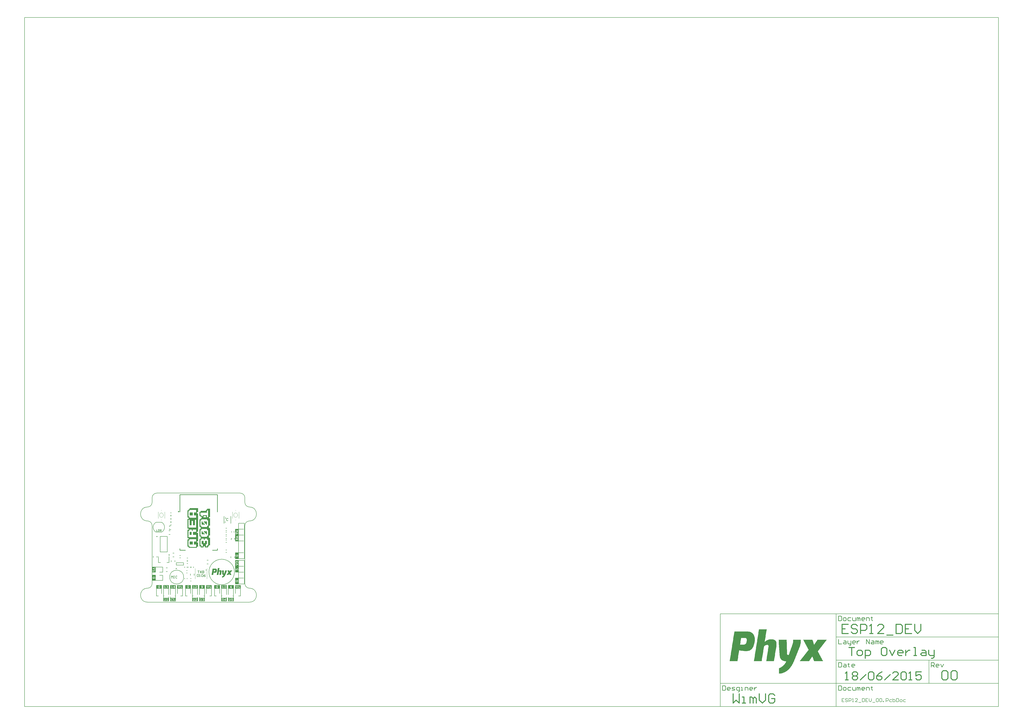
<source format=gto>
G04 Layer_Color=65535*
%FSLAX25Y25*%
%MOIN*%
G70*
G01*
G75*
%ADD10C,0.00787*%
%ADD12C,0.01575*%
%ADD13C,0.01181*%
%ADD38C,0.00984*%
%ADD53C,0.00591*%
%ADD54C,0.00394*%
%ADD55C,0.01000*%
G36*
X166535Y113346D02*
Y103347D01*
X160630D01*
Y113346D01*
Y124134D01*
X166535D01*
Y113346D01*
D02*
G37*
G36*
X71653Y23031D02*
X62205D01*
Y28937D01*
X71653D01*
Y23031D01*
D02*
G37*
G36*
X36220D02*
X26772D01*
Y28937D01*
X36220D01*
Y23031D01*
D02*
G37*
G36*
X166535Y30354D02*
X160630D01*
Y41142D01*
X166535D01*
Y30354D01*
D02*
G37*
G36*
Y60354D02*
Y50354D01*
X160630D01*
Y60354D01*
Y71142D01*
X166535D01*
Y60354D01*
D02*
G37*
G36*
Y73346D02*
X160630D01*
Y84134D01*
X166535D01*
Y73346D01*
D02*
G37*
G36*
X170079Y23031D02*
X160630D01*
Y28937D01*
X170079D01*
Y23031D01*
D02*
G37*
G36*
X25591Y36614D02*
X20079D01*
Y46063D01*
X25591D01*
Y36614D01*
D02*
G37*
G36*
X25591Y50394D02*
X20079D01*
Y59842D01*
X25591D01*
Y50394D01*
D02*
G37*
G36*
X85433Y23031D02*
X75984D01*
Y28937D01*
X85433D01*
Y23031D01*
D02*
G37*
G36*
X120866D02*
X111417D01*
Y28937D01*
X120866D01*
Y23031D01*
D02*
G37*
G36*
X134646Y23031D02*
X125197D01*
Y28937D01*
X134646D01*
Y23031D01*
D02*
G37*
G36*
X109055Y1378D02*
X99606D01*
Y7283D01*
X109055D01*
Y1378D01*
D02*
G37*
G36*
X59842D02*
X50394D01*
Y7283D01*
X59842D01*
Y1378D01*
D02*
G37*
G36*
X48031D02*
X38583D01*
Y7283D01*
X48031D01*
Y1378D01*
D02*
G37*
G36*
X146457Y1378D02*
X137008D01*
Y7283D01*
X146457D01*
Y1378D01*
D02*
G37*
G36*
X158268D02*
X148819D01*
Y7283D01*
X158268D01*
Y1378D01*
D02*
G37*
G36*
X97244Y1378D02*
X87795D01*
Y7283D01*
X97244D01*
Y1378D01*
D02*
G37*
G36*
Y23031D02*
X87795D01*
Y28937D01*
X97244D01*
Y23031D01*
D02*
G37*
G36*
X59842D02*
X50394D01*
Y28937D01*
X59842D01*
Y23031D01*
D02*
G37*
G36*
X48031D02*
X38583D01*
Y28937D01*
X48031D01*
Y23031D01*
D02*
G37*
G36*
X158268Y23031D02*
X148819D01*
Y28937D01*
X158268D01*
Y23031D01*
D02*
G37*
G36*
X146457D02*
X137008D01*
Y28937D01*
X146457D01*
Y23031D01*
D02*
G37*
G36*
X109055Y23031D02*
X99606D01*
Y28937D01*
X109055D01*
Y23031D01*
D02*
G37*
G36*
X127404Y56914D02*
X127770D01*
Y56853D01*
X127954D01*
Y56792D01*
X128137D01*
Y56731D01*
X128320D01*
Y56670D01*
X128442D01*
Y56609D01*
X128503D01*
Y56548D01*
X128625D01*
Y56487D01*
X128686D01*
Y56426D01*
X128808D01*
Y56365D01*
X128869D01*
Y56304D01*
X128930D01*
Y56243D01*
X128991D01*
Y56182D01*
X129052D01*
Y56121D01*
X129113D01*
Y56060D01*
X129174D01*
Y55999D01*
Y55938D01*
X129235D01*
Y55877D01*
X129296D01*
Y55816D01*
Y55755D01*
X129357D01*
Y55694D01*
X129418D01*
Y55633D01*
Y55572D01*
X129479D01*
Y55511D01*
Y55450D01*
Y55389D01*
X129540D01*
Y55328D01*
Y55267D01*
Y55206D01*
X129601D01*
Y55145D01*
Y55084D01*
Y55023D01*
Y54962D01*
X129662D01*
Y54900D01*
Y54839D01*
Y54778D01*
Y54717D01*
Y54656D01*
X129723D01*
Y54595D01*
Y54534D01*
Y54473D01*
Y54412D01*
Y54351D01*
Y54290D01*
Y54229D01*
Y54168D01*
Y54107D01*
Y54046D01*
Y53985D01*
Y53924D01*
Y53863D01*
Y53802D01*
Y53741D01*
Y53680D01*
Y53619D01*
Y53558D01*
Y53497D01*
Y53436D01*
X129662D01*
Y53375D01*
Y53314D01*
Y53253D01*
Y53192D01*
Y53131D01*
Y53070D01*
Y53009D01*
X129601D01*
Y52947D01*
Y52886D01*
Y52825D01*
Y52764D01*
Y52703D01*
X129540D01*
Y52642D01*
Y52581D01*
Y52520D01*
Y52459D01*
Y52398D01*
X129479D01*
Y52337D01*
Y52276D01*
Y52215D01*
X129418D01*
Y52154D01*
Y52093D01*
Y52032D01*
Y51971D01*
X129357D01*
Y51910D01*
Y51849D01*
Y51788D01*
X129296D01*
Y51727D01*
Y51666D01*
X129235D01*
Y51605D01*
Y51544D01*
Y51483D01*
X129174D01*
Y51422D01*
Y51361D01*
X129113D01*
Y51300D01*
Y51239D01*
X129052D01*
Y51178D01*
Y51117D01*
X128991D01*
Y51056D01*
X128930D01*
Y50994D01*
Y50933D01*
X128869D01*
Y50872D01*
X128808D01*
Y50811D01*
X128747D01*
Y50750D01*
Y50689D01*
X128686D01*
Y50628D01*
X128625D01*
Y50567D01*
X128564D01*
Y50506D01*
X128503D01*
Y50445D01*
X128442D01*
Y50384D01*
X128320D01*
Y50323D01*
X128259D01*
Y50262D01*
X128137D01*
Y50201D01*
X128076D01*
Y50140D01*
X127954D01*
Y50079D01*
X127770D01*
Y50018D01*
X127587D01*
Y49957D01*
X127404D01*
Y49896D01*
X127038D01*
Y49835D01*
X125940D01*
Y49896D01*
X125390D01*
Y49957D01*
X124963D01*
Y50018D01*
X124658D01*
Y50079D01*
X124353D01*
Y50140D01*
X124048D01*
Y50079D01*
Y50018D01*
Y49957D01*
Y49896D01*
Y49835D01*
Y49774D01*
Y49713D01*
X123986D01*
Y49652D01*
Y49591D01*
Y49530D01*
Y49469D01*
Y49408D01*
Y49347D01*
X123925D01*
Y49286D01*
Y49225D01*
Y49164D01*
Y49103D01*
Y49042D01*
Y48981D01*
X123864D01*
Y48919D01*
Y48858D01*
Y48797D01*
Y48736D01*
Y48675D01*
Y48614D01*
Y48553D01*
X123803D01*
Y48492D01*
Y48431D01*
Y48370D01*
Y48309D01*
Y48248D01*
Y48187D01*
X123742D01*
Y48126D01*
Y48065D01*
Y48004D01*
Y47943D01*
Y47882D01*
Y47821D01*
X123681D01*
Y47760D01*
Y47699D01*
Y47638D01*
Y47577D01*
Y47516D01*
Y47455D01*
Y47394D01*
X123620D01*
Y47333D01*
Y47272D01*
Y47211D01*
Y47150D01*
Y47089D01*
Y47028D01*
X123559D01*
Y46966D01*
Y46905D01*
Y46844D01*
Y46783D01*
Y46722D01*
Y46661D01*
X123498D01*
Y46600D01*
Y46539D01*
Y46478D01*
Y46417D01*
Y46356D01*
Y46295D01*
Y46234D01*
X120630D01*
Y46295D01*
X120691D01*
Y46356D01*
Y46417D01*
Y46478D01*
Y46539D01*
Y46600D01*
X120752D01*
Y46661D01*
Y46722D01*
Y46783D01*
Y46844D01*
Y46905D01*
Y46966D01*
Y47028D01*
X120813D01*
Y47089D01*
Y47150D01*
Y47211D01*
Y47272D01*
Y47333D01*
Y47394D01*
X120874D01*
Y47455D01*
Y47516D01*
Y47577D01*
Y47638D01*
Y47699D01*
Y47760D01*
X120935D01*
Y47821D01*
Y47882D01*
Y47943D01*
Y48004D01*
Y48065D01*
Y48126D01*
Y48187D01*
X120996D01*
Y48248D01*
Y48309D01*
Y48370D01*
Y48431D01*
Y48492D01*
Y48553D01*
X121057D01*
Y48614D01*
Y48675D01*
Y48736D01*
Y48797D01*
Y48858D01*
Y48919D01*
X121118D01*
Y48981D01*
Y49042D01*
Y49103D01*
Y49164D01*
Y49225D01*
Y49286D01*
X121179D01*
Y49347D01*
Y49408D01*
Y49469D01*
Y49530D01*
Y49591D01*
Y49652D01*
Y49713D01*
X121240D01*
Y49774D01*
Y49835D01*
Y49896D01*
Y49957D01*
Y50018D01*
Y50079D01*
X121301D01*
Y50140D01*
Y50201D01*
Y50262D01*
Y50323D01*
Y50384D01*
Y50445D01*
X121362D01*
Y50506D01*
Y50567D01*
Y50628D01*
Y50689D01*
Y50750D01*
Y50811D01*
X121423D01*
Y50872D01*
Y50933D01*
Y50994D01*
Y51056D01*
Y51117D01*
Y51178D01*
Y51239D01*
X121484D01*
Y51300D01*
Y51361D01*
Y51422D01*
Y51483D01*
Y51544D01*
Y51605D01*
X121545D01*
Y51666D01*
Y51727D01*
Y51788D01*
Y51849D01*
Y51910D01*
Y51971D01*
X121606D01*
Y52032D01*
Y52093D01*
Y52154D01*
Y52215D01*
Y52276D01*
Y52337D01*
Y52398D01*
X121667D01*
Y52459D01*
Y52520D01*
Y52581D01*
Y52642D01*
Y52703D01*
Y52764D01*
X121728D01*
Y52825D01*
Y52886D01*
Y52947D01*
Y53009D01*
Y53070D01*
Y53131D01*
X121789D01*
Y53192D01*
Y53253D01*
Y53314D01*
Y53375D01*
Y53436D01*
Y53497D01*
X121850D01*
Y53558D01*
Y53619D01*
Y53680D01*
Y53741D01*
Y53802D01*
Y53863D01*
Y53924D01*
X121912D01*
Y53985D01*
Y54046D01*
Y54107D01*
Y54168D01*
Y54229D01*
Y54290D01*
X121973D01*
Y54351D01*
Y54412D01*
Y54473D01*
Y54534D01*
Y54595D01*
Y54656D01*
X122034D01*
Y54717D01*
Y54778D01*
Y54839D01*
Y54900D01*
Y54962D01*
Y55023D01*
Y55084D01*
X122095D01*
Y55145D01*
Y55206D01*
Y55267D01*
Y55328D01*
Y55389D01*
Y55450D01*
X122156D01*
Y55511D01*
Y55572D01*
Y55633D01*
Y55694D01*
Y55755D01*
Y55816D01*
X122217D01*
Y55877D01*
Y55938D01*
Y55999D01*
Y56060D01*
Y56121D01*
Y56182D01*
Y56243D01*
X122278D01*
Y56304D01*
Y56365D01*
Y56426D01*
Y56487D01*
Y56548D01*
Y56609D01*
X122339D01*
Y56670D01*
Y56731D01*
Y56792D01*
Y56853D01*
Y56914D01*
Y56976D01*
X127404D01*
Y56914D01*
D02*
G37*
G36*
X146385Y53924D02*
Y53863D01*
Y53802D01*
Y53741D01*
Y53680D01*
Y53619D01*
Y53558D01*
Y53497D01*
Y53436D01*
Y53375D01*
Y53314D01*
Y53253D01*
Y53192D01*
Y53131D01*
Y53070D01*
Y53009D01*
Y52947D01*
Y52886D01*
Y52825D01*
Y52764D01*
Y52703D01*
X146324D01*
Y52642D01*
Y52581D01*
Y52520D01*
Y52459D01*
Y52398D01*
X146263D01*
Y52337D01*
Y52276D01*
Y52215D01*
Y52154D01*
X146202D01*
Y52093D01*
Y52032D01*
Y51971D01*
Y51910D01*
X146141D01*
Y51849D01*
Y51788D01*
Y51727D01*
X146080D01*
Y51666D01*
Y51605D01*
Y51544D01*
X146019D01*
Y51483D01*
Y51422D01*
Y51361D01*
X145958D01*
Y51300D01*
Y51239D01*
Y51178D01*
X145896D01*
Y51117D01*
Y51056D01*
X145835D01*
Y50994D01*
Y50933D01*
X145774D01*
Y50872D01*
Y50811D01*
Y50750D01*
X145713D01*
Y50689D01*
Y50628D01*
X145652D01*
Y50567D01*
Y50506D01*
Y50445D01*
X145591D01*
Y50384D01*
Y50323D01*
X145530D01*
Y50262D01*
Y50201D01*
Y50140D01*
X145469D01*
Y50079D01*
Y50018D01*
X145408D01*
Y49957D01*
Y49896D01*
Y49835D01*
X145347D01*
Y49774D01*
Y49713D01*
X145286D01*
Y49652D01*
Y49591D01*
Y49530D01*
X145225D01*
Y49469D01*
Y49408D01*
X145164D01*
Y49347D01*
Y49286D01*
Y49225D01*
X145103D01*
Y49164D01*
Y49103D01*
X145042D01*
Y49042D01*
Y48981D01*
Y48919D01*
X144981D01*
Y48858D01*
Y48797D01*
X144920D01*
Y48736D01*
Y48675D01*
Y48614D01*
X144859D01*
Y48553D01*
Y48492D01*
X144798D01*
Y48431D01*
Y48370D01*
Y48309D01*
X144737D01*
Y48248D01*
Y48187D01*
X144676D01*
Y48126D01*
Y48065D01*
Y48004D01*
X144615D01*
Y47943D01*
Y47882D01*
X144554D01*
Y47821D01*
Y47760D01*
Y47699D01*
X144493D01*
Y47638D01*
Y47577D01*
X144432D01*
Y47516D01*
Y47455D01*
Y47394D01*
X144371D01*
Y47333D01*
Y47272D01*
X144310D01*
Y47211D01*
Y47150D01*
Y47089D01*
X144249D01*
Y47028D01*
Y46966D01*
X144188D01*
Y46905D01*
Y46844D01*
Y46783D01*
X144127D01*
Y46722D01*
Y46661D01*
X144066D01*
Y46600D01*
Y46539D01*
Y46478D01*
X144004D01*
Y46417D01*
Y46356D01*
X143944D01*
Y46295D01*
Y46234D01*
Y46173D01*
X143883D01*
Y46112D01*
Y46051D01*
X143821D01*
Y45990D01*
Y45929D01*
X143760D01*
Y45868D01*
Y45807D01*
X143699D01*
Y45746D01*
Y45685D01*
Y45624D01*
X143638D01*
Y45563D01*
X143577D01*
Y45502D01*
Y45441D01*
Y45380D01*
X143516D01*
Y45319D01*
X143455D01*
Y45258D01*
Y45197D01*
X143394D01*
Y45136D01*
Y45074D01*
X143333D01*
Y45013D01*
Y44952D01*
X143272D01*
Y44891D01*
Y44830D01*
X143211D01*
Y44769D01*
X143150D01*
Y44708D01*
Y44647D01*
X143089D01*
Y44586D01*
Y44525D01*
X143028D01*
Y44464D01*
X142967D01*
Y44403D01*
X142906D01*
Y44342D01*
Y44281D01*
X142845D01*
Y44220D01*
X142784D01*
Y44159D01*
Y44098D01*
X142723D01*
Y44037D01*
X142662D01*
Y43976D01*
X142601D01*
Y43915D01*
Y43854D01*
X142540D01*
Y43793D01*
X142479D01*
Y43732D01*
X142418D01*
Y43671D01*
X142357D01*
Y43610D01*
X142296D01*
Y43549D01*
Y43488D01*
X142235D01*
Y43427D01*
X142174D01*
Y43366D01*
X142113D01*
Y43305D01*
X142051D01*
Y43244D01*
X141990D01*
Y43183D01*
X141929D01*
Y43122D01*
X141868D01*
Y43060D01*
X141746D01*
Y43000D01*
X141685D01*
Y42939D01*
X141624D01*
Y42877D01*
X141563D01*
Y42816D01*
X141502D01*
Y42755D01*
X141380D01*
Y42694D01*
X141319D01*
Y42633D01*
X141197D01*
Y42572D01*
X141136D01*
Y42511D01*
X141014D01*
Y42450D01*
X140953D01*
Y42389D01*
X140831D01*
Y42328D01*
X140709D01*
Y42267D01*
X140587D01*
Y42206D01*
X140465D01*
Y42145D01*
X140343D01*
Y42084D01*
X140160D01*
Y42023D01*
X140038D01*
Y41962D01*
X139854D01*
Y41901D01*
X139610D01*
Y41840D01*
X139366D01*
Y41779D01*
X139000D01*
Y41718D01*
X138573D01*
Y41657D01*
X138512D01*
Y41718D01*
Y41779D01*
Y41840D01*
Y41901D01*
Y41962D01*
Y42023D01*
Y42084D01*
Y42145D01*
Y42206D01*
Y42267D01*
Y42328D01*
Y42389D01*
Y42450D01*
Y42511D01*
Y42572D01*
Y42633D01*
Y42694D01*
Y42755D01*
Y42816D01*
Y42877D01*
Y42939D01*
Y43000D01*
Y43060D01*
Y43122D01*
Y43183D01*
Y43244D01*
Y43305D01*
Y43366D01*
Y43427D01*
Y43488D01*
Y43549D01*
Y43610D01*
Y43671D01*
X138634D01*
Y43732D01*
X138756D01*
Y43793D01*
X138878D01*
Y43854D01*
X139000D01*
Y43915D01*
X139122D01*
Y43976D01*
X139244D01*
Y44037D01*
X139305D01*
Y44098D01*
X139427D01*
Y44159D01*
X139488D01*
Y44220D01*
X139610D01*
Y44281D01*
X139671D01*
Y44342D01*
X139732D01*
Y44403D01*
X139854D01*
Y44464D01*
X139916D01*
Y44525D01*
X139977D01*
Y44586D01*
X140038D01*
Y44647D01*
X140099D01*
Y44708D01*
X140160D01*
Y44769D01*
X140221D01*
Y44830D01*
X140282D01*
Y44891D01*
X140343D01*
Y44952D01*
X140404D01*
Y45013D01*
X140465D01*
Y45074D01*
X140526D01*
Y45136D01*
Y45197D01*
X140587D01*
Y45258D01*
X140648D01*
Y45319D01*
X140709D01*
Y45380D01*
Y45441D01*
X140770D01*
Y45502D01*
X140831D01*
Y45563D01*
Y45624D01*
X140892D01*
Y45685D01*
Y45746D01*
X140953D01*
Y45807D01*
X141014D01*
Y45868D01*
Y45929D01*
X141075D01*
Y45990D01*
Y46051D01*
X141136D01*
Y46112D01*
Y46173D01*
X140770D01*
Y46234D01*
X140343D01*
Y46295D01*
X140099D01*
Y46356D01*
X139977D01*
Y46417D01*
X139793D01*
Y46478D01*
X139671D01*
Y46539D01*
X139610D01*
Y46600D01*
X139488D01*
Y46661D01*
X139427D01*
Y46722D01*
X139366D01*
Y46783D01*
X139305D01*
Y46844D01*
X139244D01*
Y46905D01*
X139183D01*
Y46966D01*
Y47028D01*
X139122D01*
Y47089D01*
X139061D01*
Y47150D01*
Y47211D01*
X139000D01*
Y47272D01*
Y47333D01*
X138939D01*
Y47394D01*
Y47455D01*
X138878D01*
Y47516D01*
Y47577D01*
Y47638D01*
X138817D01*
Y47699D01*
Y47760D01*
Y47821D01*
Y47882D01*
X138756D01*
Y47943D01*
Y48004D01*
Y48065D01*
Y48126D01*
Y48187D01*
Y48248D01*
Y48309D01*
X138695D01*
Y48370D01*
Y48431D01*
Y48492D01*
Y48553D01*
Y48614D01*
Y48675D01*
Y48736D01*
Y48797D01*
Y48858D01*
Y48919D01*
Y48981D01*
Y49042D01*
Y49103D01*
Y49164D01*
Y49225D01*
X138634D01*
Y49286D01*
Y49347D01*
Y49408D01*
Y49469D01*
Y49530D01*
Y49591D01*
Y49652D01*
Y49713D01*
Y49774D01*
Y49835D01*
Y49896D01*
Y49957D01*
Y50018D01*
Y50079D01*
Y50140D01*
X138573D01*
Y50201D01*
Y50262D01*
Y50323D01*
Y50384D01*
Y50445D01*
Y50506D01*
Y50567D01*
Y50628D01*
Y50689D01*
Y50750D01*
Y50811D01*
Y50872D01*
Y50933D01*
Y50994D01*
Y51056D01*
Y51117D01*
X138512D01*
Y51178D01*
Y51239D01*
Y51300D01*
Y51361D01*
Y51422D01*
Y51483D01*
Y51544D01*
Y51605D01*
Y51666D01*
Y51727D01*
Y51788D01*
Y51849D01*
Y51910D01*
Y51971D01*
Y52032D01*
Y52093D01*
X138451D01*
Y52154D01*
Y52215D01*
Y52276D01*
Y52337D01*
Y52398D01*
Y52459D01*
Y52520D01*
Y52581D01*
Y52642D01*
Y52703D01*
Y52764D01*
Y52825D01*
Y52886D01*
Y52947D01*
X138390D01*
Y53009D01*
Y53070D01*
Y53131D01*
Y53192D01*
Y53253D01*
Y53314D01*
Y53375D01*
Y53436D01*
Y53497D01*
Y53558D01*
Y53619D01*
Y53680D01*
Y53741D01*
Y53802D01*
Y53863D01*
Y53924D01*
X138329D01*
Y53985D01*
X141258D01*
Y53924D01*
Y53863D01*
Y53802D01*
Y53741D01*
Y53680D01*
Y53619D01*
Y53558D01*
Y53497D01*
Y53436D01*
Y53375D01*
Y53314D01*
Y53253D01*
Y53192D01*
Y53131D01*
X141319D01*
Y53070D01*
Y53009D01*
Y52947D01*
Y52886D01*
Y52825D01*
Y52764D01*
Y52703D01*
Y52642D01*
Y52581D01*
Y52520D01*
Y52459D01*
Y52398D01*
Y52337D01*
Y52276D01*
Y52215D01*
Y52154D01*
Y52093D01*
Y52032D01*
Y51971D01*
Y51910D01*
Y51849D01*
Y51788D01*
Y51727D01*
Y51666D01*
Y51605D01*
Y51544D01*
Y51483D01*
Y51422D01*
Y51361D01*
Y51300D01*
Y51239D01*
Y51178D01*
Y51117D01*
Y51056D01*
Y50994D01*
Y50933D01*
Y50872D01*
Y50811D01*
Y50750D01*
Y50689D01*
Y50628D01*
X141380D01*
Y50567D01*
X141319D01*
Y50506D01*
Y50445D01*
X141380D01*
Y50384D01*
Y50323D01*
Y50262D01*
Y50201D01*
Y50140D01*
Y50079D01*
Y50018D01*
Y49957D01*
Y49896D01*
Y49835D01*
Y49774D01*
Y49713D01*
Y49652D01*
Y49591D01*
Y49530D01*
Y49469D01*
Y49408D01*
Y49347D01*
Y49286D01*
Y49225D01*
Y49164D01*
Y49103D01*
Y49042D01*
Y48981D01*
Y48919D01*
Y48858D01*
X141441D01*
Y48797D01*
Y48736D01*
Y48675D01*
X141502D01*
Y48614D01*
X141563D01*
Y48553D01*
X141624D01*
Y48492D01*
X141807D01*
Y48431D01*
X141990D01*
Y48492D01*
X142051D01*
Y48553D01*
Y48614D01*
Y48675D01*
X142113D01*
Y48736D01*
Y48797D01*
X142174D01*
Y48858D01*
Y48919D01*
Y48981D01*
X142235D01*
Y49042D01*
Y49103D01*
Y49164D01*
X142296D01*
Y49225D01*
Y49286D01*
Y49347D01*
X142357D01*
Y49408D01*
Y49469D01*
Y49530D01*
X142418D01*
Y49591D01*
Y49652D01*
X142479D01*
Y49713D01*
Y49774D01*
Y49835D01*
X142540D01*
Y49896D01*
Y49957D01*
Y50018D01*
X142601D01*
Y50079D01*
Y50140D01*
Y50201D01*
X142662D01*
Y50262D01*
Y50323D01*
X142723D01*
Y50384D01*
Y50445D01*
Y50506D01*
X142784D01*
Y50567D01*
Y50628D01*
Y50689D01*
X142845D01*
Y50750D01*
Y50811D01*
Y50872D01*
X142906D01*
Y50933D01*
Y50994D01*
X142967D01*
Y51056D01*
Y51117D01*
Y51178D01*
X143028D01*
Y51239D01*
Y51300D01*
Y51361D01*
X143089D01*
Y51422D01*
Y51483D01*
Y51544D01*
X143150D01*
Y51605D01*
Y51666D01*
X143211D01*
Y51727D01*
Y51788D01*
Y51849D01*
X143272D01*
Y51910D01*
Y51971D01*
Y52032D01*
X143333D01*
Y52093D01*
Y52154D01*
Y52215D01*
X143394D01*
Y52276D01*
Y52337D01*
Y52398D01*
Y52459D01*
X143455D01*
Y52520D01*
Y52581D01*
Y52642D01*
Y52703D01*
X143516D01*
Y52764D01*
Y52825D01*
Y52886D01*
Y52947D01*
Y53009D01*
X143577D01*
Y53070D01*
Y53131D01*
Y53192D01*
Y53253D01*
Y53314D01*
Y53375D01*
X143638D01*
Y53436D01*
Y53497D01*
Y53558D01*
Y53619D01*
Y53680D01*
Y53741D01*
Y53802D01*
Y53863D01*
Y53924D01*
Y53985D01*
X146385D01*
Y53924D01*
D02*
G37*
G36*
X155783D02*
X155722D01*
Y53863D01*
X155661D01*
Y53802D01*
Y53741D01*
X155600D01*
Y53680D01*
X155539D01*
Y53619D01*
X155478D01*
Y53558D01*
Y53497D01*
X155417D01*
Y53436D01*
X155356D01*
Y53375D01*
X155295D01*
Y53314D01*
X155234D01*
Y53253D01*
Y53192D01*
X155173D01*
Y53131D01*
X155112D01*
Y53070D01*
X155051D01*
Y53009D01*
Y52947D01*
X154990D01*
Y52886D01*
X154929D01*
Y52825D01*
X154868D01*
Y52764D01*
X154807D01*
Y52703D01*
Y52642D01*
X154746D01*
Y52581D01*
X154685D01*
Y52520D01*
X154624D01*
Y52459D01*
Y52398D01*
X154563D01*
Y52337D01*
X154502D01*
Y52276D01*
X154441D01*
Y52215D01*
Y52154D01*
X154380D01*
Y52093D01*
X154319D01*
Y52032D01*
X154258D01*
Y51971D01*
X154197D01*
Y51910D01*
Y51849D01*
X154136D01*
Y51788D01*
X154075D01*
Y51727D01*
X154014D01*
Y51666D01*
Y51605D01*
X153953D01*
Y51544D01*
X153892D01*
Y51483D01*
X153830D01*
Y51422D01*
Y51361D01*
X153769D01*
Y51300D01*
X153708D01*
Y51239D01*
X153647D01*
Y51178D01*
X153586D01*
Y51117D01*
Y51056D01*
X153525D01*
Y50994D01*
X153464D01*
Y50933D01*
X153403D01*
Y50872D01*
Y50811D01*
X153342D01*
Y50750D01*
X153281D01*
Y50689D01*
X153220D01*
Y50628D01*
Y50567D01*
X153159D01*
Y50506D01*
X153098D01*
Y50445D01*
X153037D01*
Y50384D01*
X152976D01*
Y50323D01*
Y50262D01*
X152915D01*
Y50201D01*
X152854D01*
Y50140D01*
X152793D01*
Y50079D01*
Y50018D01*
X152732D01*
Y49957D01*
X152671D01*
Y49896D01*
X152610D01*
Y49835D01*
X152549D01*
Y49774D01*
Y49713D01*
X152610D01*
Y49652D01*
Y49591D01*
X152671D01*
Y49530D01*
Y49469D01*
X152732D01*
Y49408D01*
X152793D01*
Y49347D01*
Y49286D01*
X152854D01*
Y49225D01*
Y49164D01*
X152915D01*
Y49103D01*
Y49042D01*
X152976D01*
Y48981D01*
Y48919D01*
X153037D01*
Y48858D01*
Y48797D01*
X153098D01*
Y48736D01*
Y48675D01*
X153159D01*
Y48614D01*
Y48553D01*
X153220D01*
Y48492D01*
Y48431D01*
X153281D01*
Y48370D01*
X153342D01*
Y48309D01*
Y48248D01*
X153403D01*
Y48187D01*
Y48126D01*
X153464D01*
Y48065D01*
Y48004D01*
X153525D01*
Y47943D01*
Y47882D01*
X153586D01*
Y47821D01*
Y47760D01*
X153647D01*
Y47699D01*
Y47638D01*
X153708D01*
Y47577D01*
Y47516D01*
X153769D01*
Y47455D01*
X153830D01*
Y47394D01*
Y47333D01*
X153892D01*
Y47272D01*
Y47211D01*
X153953D01*
Y47150D01*
Y47089D01*
X154014D01*
Y47028D01*
Y46966D01*
X154075D01*
Y46905D01*
Y46844D01*
X154136D01*
Y46783D01*
Y46722D01*
X154197D01*
Y46661D01*
Y46600D01*
X154258D01*
Y46539D01*
X154319D01*
Y46478D01*
Y46417D01*
X154380D01*
Y46356D01*
Y46295D01*
X154441D01*
Y46234D01*
X151206D01*
Y46295D01*
X151145D01*
Y46356D01*
Y46417D01*
Y46478D01*
X151084D01*
Y46539D01*
Y46600D01*
Y46661D01*
X151023D01*
Y46722D01*
Y46783D01*
X150962D01*
Y46844D01*
Y46905D01*
Y46966D01*
X150901D01*
Y47028D01*
Y47089D01*
Y47150D01*
X150840D01*
Y47211D01*
Y47272D01*
X150779D01*
Y47333D01*
Y47394D01*
Y47455D01*
X150718D01*
Y47516D01*
Y47577D01*
Y47638D01*
X150657D01*
Y47699D01*
Y47760D01*
Y47821D01*
X150596D01*
Y47882D01*
X150474D01*
Y47821D01*
Y47760D01*
X150413D01*
Y47699D01*
X150352D01*
Y47638D01*
Y47577D01*
X150291D01*
Y47516D01*
X150230D01*
Y47455D01*
Y47394D01*
X150169D01*
Y47333D01*
X150108D01*
Y47272D01*
Y47211D01*
X150047D01*
Y47150D01*
X149986D01*
Y47089D01*
X149925D01*
Y47028D01*
Y46966D01*
X149863D01*
Y46905D01*
X149802D01*
Y46844D01*
Y46783D01*
X149741D01*
Y46722D01*
X149680D01*
Y46661D01*
Y46600D01*
X149619D01*
Y46539D01*
X149558D01*
Y46478D01*
Y46417D01*
X149497D01*
Y46356D01*
X149436D01*
Y46295D01*
Y46234D01*
X146019D01*
Y46295D01*
X146080D01*
Y46356D01*
X146141D01*
Y46417D01*
X146202D01*
Y46478D01*
X146263D01*
Y46539D01*
Y46600D01*
X146324D01*
Y46661D01*
X146385D01*
Y46722D01*
X146446D01*
Y46783D01*
X146507D01*
Y46844D01*
Y46905D01*
X146568D01*
Y46966D01*
X146629D01*
Y47028D01*
X146690D01*
Y47089D01*
Y47150D01*
X146751D01*
Y47211D01*
X146812D01*
Y47272D01*
X146873D01*
Y47333D01*
X146934D01*
Y47394D01*
Y47455D01*
X146995D01*
Y47516D01*
X147056D01*
Y47577D01*
X147117D01*
Y47638D01*
X147178D01*
Y47699D01*
Y47760D01*
X147239D01*
Y47821D01*
X147300D01*
Y47882D01*
X147361D01*
Y47943D01*
Y48004D01*
X147422D01*
Y48065D01*
X147483D01*
Y48126D01*
X147544D01*
Y48187D01*
X147605D01*
Y48248D01*
Y48309D01*
X147666D01*
Y48370D01*
X147727D01*
Y48431D01*
X147788D01*
Y48492D01*
Y48553D01*
X147850D01*
Y48614D01*
X147910D01*
Y48675D01*
X147971D01*
Y48736D01*
X148032D01*
Y48797D01*
Y48858D01*
X148094D01*
Y48919D01*
X148155D01*
Y48981D01*
X148216D01*
Y49042D01*
Y49103D01*
X148277D01*
Y49164D01*
X148338D01*
Y49225D01*
X148399D01*
Y49286D01*
X148460D01*
Y49347D01*
Y49408D01*
X148521D01*
Y49469D01*
X148582D01*
Y49530D01*
X148643D01*
Y49591D01*
X148704D01*
Y49652D01*
Y49713D01*
X148765D01*
Y49774D01*
X148826D01*
Y49835D01*
X148887D01*
Y49896D01*
Y49957D01*
X148948D01*
Y50018D01*
X149009D01*
Y50079D01*
X149070D01*
Y50140D01*
X149131D01*
Y50201D01*
Y50262D01*
X149192D01*
Y50323D01*
Y50384D01*
Y50445D01*
X149131D01*
Y50506D01*
X149070D01*
Y50567D01*
Y50628D01*
X149009D01*
Y50689D01*
Y50750D01*
X148948D01*
Y50811D01*
Y50872D01*
X148887D01*
Y50933D01*
Y50994D01*
X148826D01*
Y51056D01*
Y51117D01*
X148765D01*
Y51178D01*
Y51239D01*
X148704D01*
Y51300D01*
X148643D01*
Y51361D01*
Y51422D01*
X148582D01*
Y51483D01*
Y51544D01*
X148521D01*
Y51605D01*
Y51666D01*
X148460D01*
Y51727D01*
Y51788D01*
X148399D01*
Y51849D01*
Y51910D01*
X148338D01*
Y51971D01*
Y52032D01*
X148277D01*
Y52093D01*
X148216D01*
Y52154D01*
Y52215D01*
X148155D01*
Y52276D01*
Y52337D01*
X148094D01*
Y52398D01*
Y52459D01*
X148032D01*
Y52520D01*
Y52581D01*
X147971D01*
Y52642D01*
Y52703D01*
X147910D01*
Y52764D01*
Y52825D01*
X147850D01*
Y52886D01*
Y52947D01*
X147788D01*
Y53009D01*
X147727D01*
Y53070D01*
Y53131D01*
X147666D01*
Y53192D01*
Y53253D01*
X147605D01*
Y53314D01*
Y53375D01*
X147544D01*
Y53436D01*
Y53497D01*
X147483D01*
Y53558D01*
Y53619D01*
X147422D01*
Y53680D01*
Y53741D01*
X147361D01*
Y53802D01*
X147300D01*
Y53863D01*
Y53924D01*
X147239D01*
Y53985D01*
X150596D01*
Y53924D01*
X150657D01*
Y53863D01*
Y53802D01*
Y53741D01*
X150718D01*
Y53680D01*
Y53619D01*
Y53558D01*
X150779D01*
Y53497D01*
Y53436D01*
Y53375D01*
X150840D01*
Y53314D01*
Y53253D01*
Y53192D01*
X150901D01*
Y53131D01*
Y53070D01*
Y53009D01*
X150962D01*
Y52947D01*
Y52886D01*
Y52825D01*
X151023D01*
Y52764D01*
Y52703D01*
Y52642D01*
X151084D01*
Y52581D01*
Y52520D01*
Y52459D01*
X151145D01*
Y52398D01*
Y52337D01*
Y52276D01*
Y52215D01*
X151267D01*
Y52276D01*
X151328D01*
Y52337D01*
X151389D01*
Y52398D01*
Y52459D01*
X151450D01*
Y52520D01*
X151511D01*
Y52581D01*
Y52642D01*
X151572D01*
Y52703D01*
X151633D01*
Y52764D01*
Y52825D01*
X151694D01*
Y52886D01*
X151755D01*
Y52947D01*
Y53009D01*
X151816D01*
Y53070D01*
X151877D01*
Y53131D01*
Y53192D01*
X151938D01*
Y53253D01*
X151999D01*
Y53314D01*
Y53375D01*
X152061D01*
Y53436D01*
X152122D01*
Y53497D01*
Y53558D01*
X152183D01*
Y53619D01*
X152244D01*
Y53680D01*
Y53741D01*
X152305D01*
Y53802D01*
X152366D01*
Y53863D01*
Y53924D01*
X152427D01*
Y53985D01*
X155783D01*
Y53924D01*
D02*
G37*
G36*
X118063Y144376D02*
X116448D01*
Y142300D01*
X118063D01*
Y129842D01*
X116448D01*
Y129611D01*
X116218D01*
Y125689D01*
X118063D01*
Y113232D01*
X116448D01*
Y113001D01*
X116218D01*
Y109310D01*
X116448D01*
Y109079D01*
X117833D01*
Y109310D01*
X118063D01*
Y96622D01*
X116218D01*
Y95007D01*
X116448D01*
Y94776D01*
X114603D01*
Y92930D01*
X109297D01*
Y94776D01*
X107221D01*
Y92930D01*
X102145D01*
Y94776D01*
X100069D01*
Y107234D01*
X100300D01*
Y107464D01*
X100530D01*
Y107234D01*
X101915D01*
Y107464D01*
X102145D01*
Y111155D01*
X101915D01*
Y111386D01*
X100069D01*
Y123844D01*
X102145D01*
Y127766D01*
X101915D01*
Y127996D01*
X100069D01*
Y140454D01*
X102145D01*
Y142300D01*
X103760D01*
Y144145D01*
X103991D01*
Y144376D01*
X102145D01*
Y146221D01*
X100069D01*
Y153142D01*
X101915D01*
Y153373D01*
X102145D01*
Y154988D01*
X111142D01*
Y156834D01*
X112988D01*
Y158679D01*
X118063D01*
Y144376D01*
D02*
G37*
G36*
X97718Y152700D02*
X96103D01*
Y152469D01*
X95872D01*
Y150393D01*
X97718D01*
Y119479D01*
X95872D01*
Y117403D01*
X97718D01*
Y103100D01*
X95872D01*
Y101023D01*
X97718D01*
Y93872D01*
X97487D01*
Y94103D01*
X96103D01*
Y93872D01*
X95872D01*
Y92026D01*
X81800D01*
Y93872D01*
X81569D01*
Y94103D01*
X80185D01*
Y93872D01*
X79954D01*
Y94103D01*
X79724D01*
Y106560D01*
X81800D01*
Y108636D01*
X79724D01*
Y122940D01*
X81800D01*
Y125016D01*
X79724D01*
Y141165D01*
X81800D01*
Y141626D01*
X81569D01*
Y143010D01*
X81800D01*
Y143472D01*
X79724D01*
Y155929D01*
X81800D01*
Y157775D01*
X83415D01*
Y159620D01*
X97718D01*
Y152700D01*
D02*
G37*
G36*
X134056Y57647D02*
Y57586D01*
X133995D01*
Y57525D01*
Y57464D01*
Y57403D01*
Y57342D01*
Y57281D01*
Y57220D01*
X133934D01*
Y57159D01*
Y57098D01*
Y57037D01*
Y56976D01*
Y56914D01*
Y56853D01*
X133873D01*
Y56792D01*
Y56731D01*
Y56670D01*
Y56609D01*
Y56548D01*
Y56487D01*
Y56426D01*
X133812D01*
Y56365D01*
Y56304D01*
Y56243D01*
Y56182D01*
Y56121D01*
Y56060D01*
X133751D01*
Y55999D01*
Y55938D01*
Y55877D01*
Y55816D01*
Y55755D01*
Y55694D01*
X133690D01*
Y55633D01*
Y55572D01*
Y55511D01*
Y55450D01*
Y55389D01*
Y55328D01*
Y55267D01*
X133629D01*
Y55206D01*
Y55145D01*
Y55084D01*
Y55023D01*
Y54962D01*
Y54900D01*
X133568D01*
Y54839D01*
Y54778D01*
Y54717D01*
Y54656D01*
Y54595D01*
Y54534D01*
X133507D01*
Y54473D01*
Y54412D01*
Y54351D01*
Y54290D01*
Y54229D01*
Y54168D01*
X133446D01*
Y54107D01*
Y54046D01*
Y53985D01*
Y53924D01*
Y53863D01*
Y53802D01*
Y53741D01*
X133385D01*
Y53680D01*
Y53619D01*
Y53558D01*
Y53497D01*
Y53436D01*
Y53375D01*
X133324D01*
Y53314D01*
Y53253D01*
X133446D01*
Y53314D01*
X133507D01*
Y53375D01*
X133568D01*
Y53436D01*
X133690D01*
Y53497D01*
X133751D01*
Y53558D01*
X133812D01*
Y53619D01*
X133934D01*
Y53680D01*
X134056D01*
Y53741D01*
X134118D01*
Y53802D01*
X134240D01*
Y53863D01*
X134423D01*
Y53924D01*
X134545D01*
Y53985D01*
X134728D01*
Y54046D01*
X135033D01*
Y54107D01*
X136376D01*
Y54046D01*
X136620D01*
Y53985D01*
X136803D01*
Y53924D01*
X136925D01*
Y53863D01*
X136986D01*
Y53802D01*
X137108D01*
Y53741D01*
X137169D01*
Y53680D01*
X137230D01*
Y53619D01*
X137291D01*
Y53558D01*
X137352D01*
Y53497D01*
Y53436D01*
X137413D01*
Y53375D01*
Y53314D01*
X137474D01*
Y53253D01*
Y53192D01*
Y53131D01*
X137535D01*
Y53070D01*
Y53009D01*
Y52947D01*
Y52886D01*
X137596D01*
Y52825D01*
Y52764D01*
Y52703D01*
Y52642D01*
Y52581D01*
Y52520D01*
Y52459D01*
Y52398D01*
Y52337D01*
Y52276D01*
Y52215D01*
Y52154D01*
Y52093D01*
Y52032D01*
Y51971D01*
Y51910D01*
Y51849D01*
Y51788D01*
X137535D01*
Y51727D01*
Y51666D01*
Y51605D01*
Y51544D01*
Y51483D01*
Y51422D01*
Y51361D01*
X137474D01*
Y51300D01*
Y51239D01*
Y51178D01*
Y51117D01*
Y51056D01*
Y50994D01*
Y50933D01*
X137413D01*
Y50872D01*
Y50811D01*
Y50750D01*
Y50689D01*
Y50628D01*
Y50567D01*
X137352D01*
Y50506D01*
Y50445D01*
Y50384D01*
Y50323D01*
Y50262D01*
Y50201D01*
X137291D01*
Y50140D01*
Y50079D01*
Y50018D01*
Y49957D01*
Y49896D01*
Y49835D01*
X137230D01*
Y49774D01*
Y49713D01*
Y49652D01*
Y49591D01*
Y49530D01*
Y49469D01*
Y49408D01*
X137169D01*
Y49347D01*
Y49286D01*
Y49225D01*
Y49164D01*
Y49103D01*
Y49042D01*
X137108D01*
Y48981D01*
Y48919D01*
Y48858D01*
Y48797D01*
Y48736D01*
Y48675D01*
X137047D01*
Y48614D01*
Y48553D01*
Y48492D01*
Y48431D01*
Y48370D01*
Y48309D01*
Y48248D01*
X136986D01*
Y48187D01*
Y48126D01*
Y48065D01*
Y48004D01*
Y47943D01*
Y47882D01*
X136925D01*
Y47821D01*
Y47760D01*
Y47699D01*
Y47638D01*
Y47577D01*
Y47516D01*
X136864D01*
Y47455D01*
Y47394D01*
Y47333D01*
Y47272D01*
Y47211D01*
Y47150D01*
X136803D01*
Y47089D01*
Y47028D01*
Y46966D01*
Y46905D01*
Y46844D01*
Y46783D01*
Y46722D01*
X136742D01*
Y46661D01*
Y46600D01*
Y46539D01*
Y46478D01*
Y46417D01*
Y46356D01*
X136681D01*
Y46295D01*
Y46234D01*
X133873D01*
Y46295D01*
Y46356D01*
X133934D01*
Y46417D01*
Y46478D01*
Y46539D01*
Y46600D01*
Y46661D01*
Y46722D01*
X133995D01*
Y46783D01*
Y46844D01*
Y46905D01*
Y46966D01*
Y47028D01*
Y47089D01*
Y47150D01*
X134056D01*
Y47211D01*
Y47272D01*
Y47333D01*
Y47394D01*
Y47455D01*
Y47516D01*
X134118D01*
Y47577D01*
Y47638D01*
Y47699D01*
Y47760D01*
Y47821D01*
Y47882D01*
X134179D01*
Y47943D01*
Y48004D01*
Y48065D01*
Y48126D01*
Y48187D01*
Y48248D01*
Y48309D01*
X134240D01*
Y48370D01*
Y48431D01*
Y48492D01*
Y48553D01*
Y48614D01*
Y48675D01*
X134301D01*
Y48736D01*
Y48797D01*
Y48858D01*
Y48919D01*
Y48981D01*
Y49042D01*
Y49103D01*
X134362D01*
Y49164D01*
Y49225D01*
Y49286D01*
Y49347D01*
Y49408D01*
Y49469D01*
X134423D01*
Y49530D01*
Y49591D01*
Y49652D01*
Y49713D01*
Y49774D01*
Y49835D01*
X134484D01*
Y49896D01*
Y49957D01*
Y50018D01*
Y50079D01*
Y50140D01*
Y50201D01*
X134545D01*
Y50262D01*
Y50323D01*
Y50384D01*
Y50445D01*
Y50506D01*
Y50567D01*
Y50628D01*
X134606D01*
Y50689D01*
Y50750D01*
Y50811D01*
Y50872D01*
Y50933D01*
Y50994D01*
X134667D01*
Y51056D01*
Y51117D01*
Y51178D01*
Y51239D01*
Y51300D01*
Y51361D01*
Y51422D01*
X134728D01*
Y51483D01*
Y51544D01*
Y51605D01*
Y51666D01*
Y51727D01*
Y51788D01*
X134667D01*
Y51849D01*
Y51910D01*
X134606D01*
Y51971D01*
X134545D01*
Y52032D01*
X134423D01*
Y52093D01*
X134056D01*
Y52032D01*
X133751D01*
Y51971D01*
X133568D01*
Y51910D01*
X133446D01*
Y51849D01*
X133385D01*
Y51788D01*
X133263D01*
Y51727D01*
X133202D01*
Y51666D01*
X133141D01*
Y51605D01*
Y51544D01*
X133080D01*
Y51483D01*
Y51422D01*
Y51361D01*
X133019D01*
Y51300D01*
Y51239D01*
Y51178D01*
Y51117D01*
Y51056D01*
Y50994D01*
X132958D01*
Y50933D01*
Y50872D01*
Y50811D01*
Y50750D01*
Y50689D01*
Y50628D01*
Y50567D01*
X132897D01*
Y50506D01*
Y50445D01*
Y50384D01*
Y50323D01*
Y50262D01*
Y50201D01*
X132836D01*
Y50140D01*
Y50079D01*
Y50018D01*
Y49957D01*
Y49896D01*
Y49835D01*
X132775D01*
Y49774D01*
Y49713D01*
Y49652D01*
Y49591D01*
Y49530D01*
Y49469D01*
X132714D01*
Y49408D01*
Y49347D01*
Y49286D01*
Y49225D01*
Y49164D01*
Y49103D01*
Y49042D01*
X132653D01*
Y48981D01*
Y48919D01*
Y48858D01*
Y48797D01*
Y48736D01*
Y48675D01*
X132592D01*
Y48614D01*
Y48553D01*
Y48492D01*
Y48431D01*
Y48370D01*
Y48309D01*
X132531D01*
Y48248D01*
Y48187D01*
Y48126D01*
Y48065D01*
Y48004D01*
Y47943D01*
Y47882D01*
X132470D01*
Y47821D01*
Y47760D01*
Y47699D01*
Y47638D01*
Y47577D01*
Y47516D01*
X132409D01*
Y47455D01*
Y47394D01*
Y47333D01*
Y47272D01*
Y47211D01*
Y47150D01*
X132348D01*
Y47089D01*
Y47028D01*
Y46966D01*
Y46905D01*
Y46844D01*
Y46783D01*
X132287D01*
Y46722D01*
Y46661D01*
Y46600D01*
Y46539D01*
Y46478D01*
Y46417D01*
Y46356D01*
X132226D01*
Y46295D01*
Y46234D01*
X129418D01*
Y46295D01*
Y46356D01*
X129479D01*
Y46417D01*
Y46478D01*
Y46539D01*
Y46600D01*
Y46661D01*
Y46722D01*
Y46783D01*
X129540D01*
Y46844D01*
Y46905D01*
Y46966D01*
Y47028D01*
Y47089D01*
Y47150D01*
X129601D01*
Y47211D01*
Y47272D01*
Y47333D01*
Y47394D01*
Y47455D01*
Y47516D01*
X129662D01*
Y47577D01*
Y47638D01*
Y47699D01*
Y47760D01*
Y47821D01*
Y47882D01*
Y47943D01*
X129723D01*
Y48004D01*
Y48065D01*
Y48126D01*
Y48187D01*
Y48248D01*
Y48309D01*
X129784D01*
Y48370D01*
Y48431D01*
Y48492D01*
Y48553D01*
Y48614D01*
Y48675D01*
X129845D01*
Y48736D01*
Y48797D01*
Y48858D01*
Y48919D01*
Y48981D01*
Y49042D01*
X129906D01*
Y49103D01*
Y49164D01*
Y49225D01*
Y49286D01*
Y49347D01*
Y49408D01*
Y49469D01*
X129967D01*
Y49530D01*
Y49591D01*
Y49652D01*
Y49713D01*
Y49774D01*
Y49835D01*
X130028D01*
Y49896D01*
Y49957D01*
Y50018D01*
Y50079D01*
Y50140D01*
Y50201D01*
X130090D01*
Y50262D01*
Y50323D01*
Y50384D01*
Y50445D01*
Y50506D01*
Y50567D01*
Y50628D01*
X130151D01*
Y50689D01*
Y50750D01*
Y50811D01*
Y50872D01*
Y50933D01*
Y50994D01*
X130212D01*
Y51056D01*
Y51117D01*
Y51178D01*
Y51239D01*
Y51300D01*
Y51361D01*
X130273D01*
Y51422D01*
Y51483D01*
Y51544D01*
Y51605D01*
Y51666D01*
Y51727D01*
X130334D01*
Y51788D01*
Y51849D01*
Y51910D01*
Y51971D01*
Y52032D01*
Y52093D01*
Y52154D01*
X130395D01*
Y52215D01*
Y52276D01*
Y52337D01*
Y52398D01*
Y52459D01*
Y52520D01*
X130456D01*
Y52581D01*
Y52642D01*
Y52703D01*
Y52764D01*
Y52825D01*
Y52886D01*
X130517D01*
Y52947D01*
Y53009D01*
Y53070D01*
Y53131D01*
Y53192D01*
Y53253D01*
X130578D01*
Y53314D01*
Y53375D01*
Y53436D01*
Y53497D01*
Y53558D01*
Y53619D01*
Y53680D01*
X130639D01*
Y53741D01*
Y53802D01*
Y53863D01*
Y53924D01*
Y53985D01*
Y54046D01*
X130700D01*
Y54107D01*
Y54168D01*
Y54229D01*
Y54290D01*
Y54351D01*
Y54412D01*
X130761D01*
Y54473D01*
Y54534D01*
Y54595D01*
Y54656D01*
Y54717D01*
Y54778D01*
Y54839D01*
X130822D01*
Y54900D01*
Y54962D01*
Y55023D01*
Y55084D01*
Y55145D01*
Y55206D01*
X130883D01*
Y55267D01*
Y55328D01*
Y55389D01*
Y55450D01*
Y55511D01*
Y55572D01*
X130944D01*
Y55633D01*
Y55694D01*
Y55755D01*
Y55816D01*
Y55877D01*
Y55938D01*
X131005D01*
Y55999D01*
Y56060D01*
Y56121D01*
Y56182D01*
Y56243D01*
Y56304D01*
Y56365D01*
X131066D01*
Y56426D01*
Y56487D01*
Y56548D01*
Y56609D01*
Y56670D01*
Y56731D01*
X131127D01*
Y56792D01*
Y56853D01*
Y56914D01*
Y56976D01*
Y57037D01*
Y57098D01*
X131188D01*
Y57159D01*
Y57220D01*
Y57281D01*
Y57342D01*
Y57403D01*
Y57464D01*
Y57525D01*
X131249D01*
Y57586D01*
Y57647D01*
Y57708D01*
X134056D01*
Y57647D01*
D02*
G37*
%LPC*%
G36*
X90988Y28011D02*
X89637Y27664D01*
X89564Y27644D01*
X89512Y27618D01*
X89460Y27598D01*
X89427Y27578D01*
X89400Y27559D01*
X89381Y27545D01*
X89374Y27539D01*
X89368Y27532D01*
X89335Y27473D01*
X89315Y27408D01*
Y27382D01*
X89309Y27355D01*
Y27342D01*
Y27336D01*
X89315Y27283D01*
X89322Y27244D01*
X89354Y27172D01*
X89368Y27145D01*
X89381Y27126D01*
X89387Y27112D01*
X89394Y27106D01*
X89427Y27073D01*
X89460Y27053D01*
X89525Y27027D01*
X89558Y27021D01*
X89578Y27014D01*
X89597D01*
X89663Y27021D01*
X89728Y27034D01*
X89755D01*
X89781Y27040D01*
X89794Y27047D01*
X89801D01*
X90365Y27191D01*
Y24580D01*
X89735D01*
X89656Y24574D01*
X89584Y24567D01*
X89525Y24554D01*
X89479Y24534D01*
X89446Y24515D01*
X89420Y24502D01*
X89407Y24495D01*
X89400Y24489D01*
X89368Y24456D01*
X89348Y24416D01*
X89322Y24344D01*
X89315Y24311D01*
X89309Y24292D01*
Y24272D01*
Y24265D01*
X89315Y24220D01*
X89322Y24174D01*
X89354Y24102D01*
X89374Y24075D01*
X89387Y24056D01*
X89394Y24049D01*
X89400Y24043D01*
X89446Y24016D01*
X89492Y23997D01*
X89604Y23970D01*
X89656Y23964D01*
X89696Y23957D01*
X91618D01*
X91696Y23964D01*
X91769Y23970D01*
X91821Y23983D01*
X91867Y24003D01*
X91900Y24016D01*
X91926Y24029D01*
X91939Y24036D01*
X91946Y24043D01*
X91979Y24075D01*
X92005Y24115D01*
X92018Y24154D01*
X92031Y24187D01*
X92037Y24220D01*
X92044Y24246D01*
Y24259D01*
Y24265D01*
X92037Y24318D01*
X92031Y24357D01*
X91998Y24430D01*
X91979Y24456D01*
X91959Y24475D01*
X91952Y24482D01*
X91946Y24489D01*
X91906Y24521D01*
X91854Y24541D01*
X91742Y24567D01*
X91696Y24574D01*
X91657Y24580D01*
X90988D01*
Y28011D01*
D02*
G37*
G36*
X94432D02*
X94373D01*
X94235Y28005D01*
X94104Y27985D01*
X93979Y27959D01*
X93874Y27926D01*
X93789Y27893D01*
X93723Y27867D01*
X93697Y27854D01*
X93678Y27847D01*
X93671Y27841D01*
X93664D01*
X93553Y27775D01*
X93454Y27703D01*
X93369Y27631D01*
X93297Y27559D01*
X93245Y27500D01*
X93205Y27447D01*
X93179Y27414D01*
X93172Y27401D01*
X93120Y27303D01*
X93081Y27218D01*
X93048Y27139D01*
X93028Y27073D01*
X93015Y27021D01*
X93008Y26981D01*
Y26955D01*
Y26949D01*
X93015Y26903D01*
X93022Y26863D01*
X93054Y26791D01*
X93074Y26765D01*
X93087Y26752D01*
X93094Y26739D01*
X93100Y26732D01*
X93133Y26706D01*
X93172Y26686D01*
X93245Y26660D01*
X93271Y26653D01*
X93297Y26647D01*
X93317D01*
X93396Y26653D01*
X93448Y26673D01*
X93487Y26693D01*
X93500Y26699D01*
X93527Y26726D01*
X93553Y26752D01*
X93592Y26811D01*
X93605Y26837D01*
X93619Y26863D01*
X93625Y26876D01*
Y26883D01*
X93651Y26955D01*
X93684Y27014D01*
X93710Y27073D01*
X93743Y27112D01*
X93769Y27145D01*
X93789Y27172D01*
X93802Y27185D01*
X93809Y27191D01*
X93894Y27257D01*
X93992Y27303D01*
X94084Y27342D01*
X94169Y27362D01*
X94248Y27375D01*
X94314Y27388D01*
X94366D01*
X94484Y27382D01*
X94589Y27362D01*
X94681Y27329D01*
X94760Y27303D01*
X94819Y27270D01*
X94865Y27237D01*
X94891Y27218D01*
X94898Y27211D01*
X94963Y27145D01*
X95016Y27073D01*
X95049Y27008D01*
X95075Y26942D01*
X95088Y26890D01*
X95101Y26844D01*
Y26817D01*
Y26804D01*
X95095Y26732D01*
X95075Y26667D01*
X95042Y26601D01*
X95016Y26542D01*
X94983Y26489D01*
X94950Y26450D01*
X94930Y26424D01*
X94924Y26417D01*
X94885Y26378D01*
X94845Y26332D01*
X94793Y26279D01*
X94734Y26227D01*
X94603Y26102D01*
X94458Y25965D01*
X94294Y25820D01*
X94124Y25676D01*
X93769Y25368D01*
X93599Y25223D01*
X93435Y25085D01*
X93284Y24954D01*
X93153Y24843D01*
X93094Y24797D01*
X93041Y24751D01*
X92995Y24712D01*
X92956Y24679D01*
X92923Y24653D01*
X92903Y24633D01*
X92890Y24626D01*
X92884Y24620D01*
Y23957D01*
X95731D01*
Y24252D01*
X95724Y24331D01*
X95718Y24397D01*
X95705Y24456D01*
X95691Y24502D01*
X95672Y24534D01*
X95659Y24554D01*
X95652Y24567D01*
X95645Y24574D01*
X95613Y24607D01*
X95573Y24633D01*
X95534Y24646D01*
X95501Y24659D01*
X95468Y24666D01*
X95442Y24672D01*
X95416D01*
X95377Y24666D01*
X95344Y24659D01*
X95272Y24626D01*
X95245Y24607D01*
X95226Y24593D01*
X95213Y24587D01*
X95206Y24580D01*
X93841D01*
X94012Y24725D01*
X94163Y24856D01*
X94301Y24981D01*
X94432Y25085D01*
X94543Y25190D01*
X94648Y25282D01*
X94740Y25361D01*
X94819Y25433D01*
X94885Y25492D01*
X94944Y25545D01*
X94990Y25591D01*
X95029Y25630D01*
X95062Y25656D01*
X95081Y25676D01*
X95088Y25683D01*
X95095Y25689D01*
X95167Y25761D01*
X95239Y25827D01*
X95298Y25892D01*
X95350Y25951D01*
X95442Y26056D01*
X95508Y26142D01*
X95560Y26207D01*
X95593Y26260D01*
X95606Y26286D01*
X95613Y26299D01*
X95652Y26384D01*
X95678Y26470D01*
X95698Y26548D01*
X95711Y26627D01*
X95718Y26693D01*
X95724Y26739D01*
Y26771D01*
Y26785D01*
X95718Y26876D01*
X95711Y26968D01*
X95691Y27053D01*
X95665Y27132D01*
X95606Y27283D01*
X95534Y27408D01*
X95462Y27513D01*
X95429Y27552D01*
X95403Y27585D01*
X95377Y27611D01*
X95363Y27637D01*
X95350Y27644D01*
X95344Y27650D01*
X95272Y27716D01*
X95193Y27768D01*
X95114Y27821D01*
X95029Y27860D01*
X94871Y27926D01*
X94714Y27965D01*
X94642Y27979D01*
X94583Y27992D01*
X94524Y27998D01*
X94471Y28005D01*
X94432Y28011D01*
D02*
G37*
G36*
X53570D02*
X52219Y27664D01*
X52146Y27644D01*
X52094Y27618D01*
X52042Y27598D01*
X52009Y27578D01*
X51982Y27559D01*
X51963Y27545D01*
X51956Y27539D01*
X51950Y27532D01*
X51917Y27473D01*
X51897Y27408D01*
Y27382D01*
X51891Y27355D01*
Y27342D01*
Y27336D01*
X51897Y27283D01*
X51904Y27244D01*
X51937Y27172D01*
X51950Y27145D01*
X51963Y27126D01*
X51969Y27112D01*
X51976Y27106D01*
X52009Y27073D01*
X52042Y27053D01*
X52107Y27027D01*
X52140Y27021D01*
X52160Y27014D01*
X52179D01*
X52245Y27021D01*
X52310Y27034D01*
X52337D01*
X52363Y27040D01*
X52376Y27047D01*
X52383D01*
X52947Y27191D01*
Y24580D01*
X52317D01*
X52238Y24574D01*
X52166Y24567D01*
X52107Y24554D01*
X52061Y24534D01*
X52028Y24515D01*
X52002Y24502D01*
X51989Y24495D01*
X51982Y24489D01*
X51950Y24456D01*
X51930Y24416D01*
X51904Y24344D01*
X51897Y24311D01*
X51891Y24292D01*
Y24272D01*
Y24265D01*
X51897Y24220D01*
X51904Y24174D01*
X51937Y24102D01*
X51956Y24075D01*
X51969Y24056D01*
X51976Y24049D01*
X51982Y24043D01*
X52028Y24016D01*
X52074Y23997D01*
X52186Y23970D01*
X52238Y23964D01*
X52278Y23957D01*
X54200D01*
X54278Y23964D01*
X54351Y23970D01*
X54403Y23983D01*
X54449Y24003D01*
X54482Y24016D01*
X54508Y24029D01*
X54521Y24036D01*
X54528Y24043D01*
X54561Y24075D01*
X54587Y24115D01*
X54600Y24154D01*
X54613Y24187D01*
X54619Y24220D01*
X54626Y24246D01*
Y24259D01*
Y24265D01*
X54619Y24318D01*
X54613Y24357D01*
X54580Y24430D01*
X54561Y24456D01*
X54541Y24475D01*
X54534Y24482D01*
X54528Y24489D01*
X54488Y24521D01*
X54436Y24541D01*
X54324Y24567D01*
X54278Y24574D01*
X54239Y24580D01*
X53570D01*
Y28011D01*
D02*
G37*
G36*
X114834Y155449D02*
X112988D01*
Y155219D01*
X112757D01*
Y151528D01*
X112527D01*
Y151758D01*
X101684D01*
Y147606D01*
X103299D01*
Y147836D01*
X103529D01*
Y145991D01*
X103760D01*
Y145760D01*
X105606D01*
Y147836D01*
X105836D01*
Y147606D01*
X112527D01*
Y147836D01*
X112757D01*
Y144145D01*
X114834D01*
Y155449D01*
D02*
G37*
G36*
X150460Y6010D02*
X150381Y6004D01*
X150309Y5997D01*
X150250Y5984D01*
X150204Y5964D01*
X150171Y5945D01*
X150145Y5931D01*
X150132Y5925D01*
X150126Y5918D01*
X150093Y5885D01*
X150073Y5846D01*
X150047Y5774D01*
X150040Y5741D01*
X150034Y5721D01*
Y5702D01*
Y5695D01*
X150040Y5649D01*
X150047Y5603D01*
X150080Y5531D01*
X150099Y5505D01*
X150112Y5485D01*
X150119Y5479D01*
X150126Y5472D01*
X150171Y5446D01*
X150217Y5426D01*
X150329Y5400D01*
X150381Y5393D01*
X150421Y5387D01*
X150460D01*
Y2933D01*
X150381Y2927D01*
X150309Y2920D01*
X150250Y2907D01*
X150204Y2888D01*
X150171Y2868D01*
X150145Y2855D01*
X150132Y2848D01*
X150126Y2842D01*
X150093Y2809D01*
X150073Y2769D01*
X150047Y2697D01*
X150040Y2664D01*
X150034Y2645D01*
Y2625D01*
Y2619D01*
X150040Y2573D01*
X150047Y2527D01*
X150080Y2455D01*
X150099Y2428D01*
X150112Y2409D01*
X150119Y2402D01*
X150126Y2396D01*
X150171Y2369D01*
X150217Y2350D01*
X150329Y2323D01*
X150381Y2317D01*
X150421Y2310D01*
X151726D01*
X151903Y2317D01*
X152061Y2330D01*
X152192Y2356D01*
X152310Y2382D01*
X152402Y2402D01*
X152468Y2428D01*
X152487Y2435D01*
X152507Y2441D01*
X152513Y2448D01*
X152520D01*
X152592Y2487D01*
X152671Y2533D01*
X152736Y2579D01*
X152802Y2625D01*
X152855Y2664D01*
X152894Y2697D01*
X152927Y2723D01*
X152933Y2730D01*
X153012Y2809D01*
X153084Y2894D01*
X153143Y2979D01*
X153196Y3058D01*
X153242Y3130D01*
X153268Y3183D01*
X153287Y3222D01*
X153294Y3229D01*
Y3235D01*
X153340Y3353D01*
X153373Y3478D01*
X153399Y3596D01*
X153412Y3701D01*
X153425Y3799D01*
X153432Y3872D01*
Y3898D01*
Y3917D01*
Y3931D01*
Y3937D01*
Y4239D01*
Y4357D01*
X153419Y4462D01*
X153406Y4560D01*
X153392Y4639D01*
X153379Y4705D01*
X153366Y4751D01*
X153360Y4777D01*
X153353Y4790D01*
X153320Y4875D01*
X153287Y4954D01*
X153248Y5033D01*
X153215Y5098D01*
X153182Y5157D01*
X153156Y5203D01*
X153137Y5229D01*
X153130Y5243D01*
X153078Y5321D01*
X153025Y5393D01*
X152979Y5459D01*
X152940Y5511D01*
X152907Y5551D01*
X152881Y5577D01*
X152861Y5597D01*
X152855Y5603D01*
X152782Y5669D01*
X152704Y5721D01*
X152625Y5774D01*
X152546Y5813D01*
X152481Y5846D01*
X152428Y5872D01*
X152389Y5885D01*
X152382Y5892D01*
X152376D01*
X152264Y5931D01*
X152159Y5958D01*
X152061Y5977D01*
X151969Y5990D01*
X151890Y5997D01*
X151831Y6004D01*
X151779D01*
X150460Y6010D01*
D02*
G37*
G36*
X101248Y5958D02*
X101169Y5951D01*
X101097Y5945D01*
X101038Y5931D01*
X100992Y5912D01*
X100959Y5892D01*
X100933Y5879D01*
X100919Y5872D01*
X100913Y5866D01*
X100880Y5833D01*
X100861Y5794D01*
X100834Y5721D01*
X100828Y5689D01*
X100821Y5669D01*
Y5649D01*
Y5643D01*
X100828Y5597D01*
X100834Y5551D01*
X100867Y5479D01*
X100887Y5452D01*
X100900Y5433D01*
X100906Y5426D01*
X100913Y5420D01*
X100959Y5393D01*
X101005Y5374D01*
X101116Y5347D01*
X101169Y5341D01*
X101208Y5334D01*
X101248D01*
Y2881D01*
X101169Y2874D01*
X101097Y2868D01*
X101038Y2855D01*
X100992Y2835D01*
X100959Y2815D01*
X100933Y2802D01*
X100919Y2796D01*
X100913Y2789D01*
X100880Y2756D01*
X100861Y2717D01*
X100834Y2645D01*
X100828Y2612D01*
X100821Y2592D01*
Y2573D01*
Y2566D01*
X100828Y2520D01*
X100834Y2474D01*
X100867Y2402D01*
X100887Y2376D01*
X100900Y2356D01*
X100906Y2350D01*
X100913Y2343D01*
X100959Y2317D01*
X101005Y2297D01*
X101116Y2271D01*
X101169Y2264D01*
X101208Y2258D01*
X102514D01*
X102691Y2264D01*
X102848Y2277D01*
X102979Y2304D01*
X103097Y2330D01*
X103189Y2350D01*
X103255Y2376D01*
X103275Y2382D01*
X103294Y2389D01*
X103301Y2396D01*
X103307D01*
X103379Y2435D01*
X103458Y2481D01*
X103524Y2527D01*
X103589Y2573D01*
X103642Y2612D01*
X103681Y2645D01*
X103714Y2671D01*
X103721Y2678D01*
X103799Y2756D01*
X103872Y2842D01*
X103931Y2927D01*
X103983Y3006D01*
X104029Y3078D01*
X104055Y3130D01*
X104075Y3170D01*
X104081Y3176D01*
Y3183D01*
X104127Y3301D01*
X104160Y3425D01*
X104186Y3543D01*
X104200Y3649D01*
X104213Y3747D01*
X104219Y3819D01*
Y3845D01*
Y3865D01*
Y3878D01*
Y3885D01*
Y4186D01*
Y4304D01*
X104206Y4409D01*
X104193Y4508D01*
X104180Y4586D01*
X104167Y4652D01*
X104154Y4698D01*
X104147Y4724D01*
X104140Y4737D01*
X104108Y4823D01*
X104075Y4901D01*
X104035Y4980D01*
X104003Y5046D01*
X103970Y5105D01*
X103944Y5151D01*
X103924Y5177D01*
X103917Y5190D01*
X103865Y5269D01*
X103813Y5341D01*
X103767Y5407D01*
X103727Y5459D01*
X103694Y5498D01*
X103668Y5525D01*
X103648Y5544D01*
X103642Y5551D01*
X103570Y5616D01*
X103491Y5669D01*
X103412Y5721D01*
X103334Y5761D01*
X103268Y5794D01*
X103216Y5820D01*
X103176Y5833D01*
X103170Y5839D01*
X103163D01*
X103051Y5879D01*
X102947Y5905D01*
X102848Y5925D01*
X102756Y5938D01*
X102678Y5945D01*
X102619Y5951D01*
X102566D01*
X101248Y5958D01*
D02*
G37*
G36*
X104265Y27965D02*
X104219D01*
X104101Y27959D01*
X103990Y27946D01*
X103891Y27919D01*
X103793Y27880D01*
X103701Y27841D01*
X103622Y27795D01*
X103550Y27749D01*
X103478Y27703D01*
X103419Y27650D01*
X103366Y27605D01*
X103327Y27559D01*
X103288Y27519D01*
X103261Y27487D01*
X103242Y27460D01*
X103229Y27441D01*
X103222Y27434D01*
X103137Y27290D01*
X103071Y27139D01*
X103032Y27001D01*
X102999Y26870D01*
X102979Y26758D01*
X102973Y26706D01*
Y26667D01*
X102966Y26634D01*
Y26607D01*
Y26594D01*
Y26588D01*
X102973Y26476D01*
X102979Y26371D01*
X102999Y26273D01*
X103025Y26181D01*
X103084Y26011D01*
X103117Y25932D01*
X103156Y25860D01*
X103189Y25800D01*
X103222Y25741D01*
X103255Y25696D01*
X103281Y25656D01*
X103307Y25623D01*
X103327Y25604D01*
X103334Y25591D01*
X103340Y25584D01*
X103412Y25512D01*
X103484Y25453D01*
X103563Y25400D01*
X103642Y25354D01*
X103714Y25315D01*
X103786Y25282D01*
X103924Y25236D01*
X104049Y25204D01*
X104095Y25197D01*
X104140Y25190D01*
X104180Y25184D01*
X104226D01*
X104305Y25190D01*
X104383Y25197D01*
X104449Y25210D01*
X104514Y25223D01*
X104567Y25236D01*
X104606Y25249D01*
X104632Y25263D01*
X104639D01*
X104711Y25302D01*
X104790Y25341D01*
X104862Y25394D01*
X104928Y25440D01*
X104987Y25486D01*
X105033Y25519D01*
X105059Y25545D01*
X105072Y25551D01*
X105052Y25466D01*
X105019Y25381D01*
X104954Y25230D01*
X104869Y25099D01*
X104783Y24981D01*
X104705Y24889D01*
X104639Y24823D01*
X104613Y24797D01*
X104593Y24777D01*
X104580Y24771D01*
X104573Y24764D01*
X104495Y24705D01*
X104423Y24659D01*
X104344Y24613D01*
X104272Y24580D01*
X104121Y24521D01*
X103990Y24482D01*
X103872Y24462D01*
X103826Y24456D01*
X103780Y24449D01*
X103747Y24443D01*
X103701D01*
X103603Y24449D01*
X103524Y24475D01*
X103491Y24482D01*
X103465Y24495D01*
X103452Y24502D01*
X103445D01*
X103379Y24528D01*
X103327Y24541D01*
X103294Y24548D01*
X103281D01*
X103235Y24541D01*
X103189Y24534D01*
X103124Y24502D01*
X103097Y24482D01*
X103078Y24469D01*
X103065Y24462D01*
X103058Y24456D01*
X103032Y24423D01*
X103012Y24384D01*
X102986Y24311D01*
X102979Y24279D01*
X102973Y24252D01*
Y24239D01*
Y24233D01*
X102979Y24174D01*
X102992Y24121D01*
X103019Y24075D01*
X103045Y24043D01*
X103065Y24010D01*
X103091Y23990D01*
X103104Y23977D01*
X103111Y23970D01*
X103196Y23918D01*
X103288Y23885D01*
X103386Y23859D01*
X103478Y23839D01*
X103563Y23826D01*
X103629Y23819D01*
X103694D01*
X103819Y23826D01*
X103944Y23839D01*
X104062Y23859D01*
X104180Y23892D01*
X104291Y23924D01*
X104390Y23964D01*
X104488Y24003D01*
X104580Y24043D01*
X104665Y24082D01*
X104737Y24128D01*
X104797Y24161D01*
X104856Y24193D01*
X104895Y24226D01*
X104928Y24246D01*
X104947Y24259D01*
X104954Y24265D01*
X105085Y24377D01*
X105197Y24495D01*
X105295Y24620D01*
X105380Y24751D01*
X105453Y24876D01*
X105511Y25007D01*
X105564Y25131D01*
X105603Y25249D01*
X105636Y25361D01*
X105656Y25466D01*
X105675Y25558D01*
X105682Y25643D01*
X105689Y25709D01*
X105695Y25761D01*
Y25787D01*
Y25800D01*
X105689Y26011D01*
X105669Y26207D01*
X105643Y26391D01*
X105630Y26476D01*
X105616Y26555D01*
X105597Y26627D01*
X105584Y26693D01*
X105571Y26745D01*
X105557Y26791D01*
X105544Y26831D01*
X105538Y26857D01*
X105531Y26876D01*
Y26883D01*
X105466Y27067D01*
X105380Y27231D01*
X105295Y27368D01*
X105216Y27480D01*
X105138Y27572D01*
X105078Y27631D01*
X105052Y27657D01*
X105033Y27670D01*
X105026Y27683D01*
X105019D01*
X104954Y27736D01*
X104888Y27775D01*
X104751Y27847D01*
X104619Y27900D01*
X104495Y27933D01*
X104383Y27952D01*
X104337Y27959D01*
X104298D01*
X104265Y27965D01*
D02*
G37*
G36*
X112988Y124074D02*
X103529D01*
Y122229D01*
X101684D01*
Y112770D01*
X103529D01*
Y110925D01*
X112757D01*
Y111155D01*
X112988D01*
Y112770D01*
X114834D01*
Y122229D01*
X112988D01*
Y124074D01*
D02*
G37*
G36*
X164104Y37532D02*
X164084D01*
X164032Y37526D01*
X163993Y37519D01*
X163920Y37486D01*
X163894Y37467D01*
X163875Y37447D01*
X163868Y37440D01*
X163862Y37434D01*
X163829Y37395D01*
X163809Y37362D01*
X163783Y37290D01*
X163776Y37263D01*
X163770Y37244D01*
Y37231D01*
Y37224D01*
Y35965D01*
X163776Y35886D01*
X163783Y35814D01*
X163796Y35755D01*
X163816Y35709D01*
X163835Y35676D01*
X163848Y35650D01*
X163855Y35636D01*
X163862Y35630D01*
X163894Y35597D01*
X163934Y35577D01*
X164006Y35551D01*
X164039Y35545D01*
X164058Y35538D01*
X164084D01*
X164130Y35545D01*
X164176Y35551D01*
X164249Y35584D01*
X164275Y35604D01*
X164294Y35617D01*
X164301Y35623D01*
X164308Y35630D01*
X164334Y35676D01*
X164354Y35722D01*
X164380Y35833D01*
X164386Y35886D01*
X164393Y35925D01*
Y35951D01*
Y35965D01*
Y36601D01*
X164846D01*
X164898Y36463D01*
X164937Y36325D01*
X164964Y36194D01*
X164983Y36070D01*
X164996Y35965D01*
Y35919D01*
X165003Y35879D01*
Y35846D01*
Y35827D01*
Y35814D01*
Y35807D01*
Y35689D01*
X164990Y35584D01*
X164977Y35486D01*
X164964Y35394D01*
X164944Y35309D01*
X164924Y35230D01*
X164898Y35164D01*
X164872Y35105D01*
X164852Y35046D01*
X164826Y35000D01*
X164806Y34961D01*
X164786Y34935D01*
X164773Y34908D01*
X164760Y34889D01*
X164747Y34882D01*
Y34876D01*
X164695Y34823D01*
X164636Y34784D01*
X164517Y34712D01*
X164386Y34659D01*
X164262Y34626D01*
X164150Y34600D01*
X164104Y34593D01*
X164065D01*
X164025Y34587D01*
X163520D01*
X163402Y34593D01*
X163284Y34613D01*
X163186Y34639D01*
X163094Y34672D01*
X163015Y34698D01*
X162956Y34725D01*
X162923Y34744D01*
X162910Y34751D01*
X162812Y34817D01*
X162727Y34876D01*
X162661Y34935D01*
X162609Y34994D01*
X162569Y35039D01*
X162536Y35079D01*
X162523Y35105D01*
X162517Y35112D01*
X162464Y35217D01*
X162425Y35328D01*
X162399Y35440D01*
X162379Y35538D01*
X162366Y35630D01*
X162359Y35695D01*
Y35722D01*
Y35748D01*
Y35755D01*
Y35761D01*
Y35860D01*
X162372Y35945D01*
X162379Y36024D01*
X162392Y36096D01*
X162405Y36155D01*
X162418Y36194D01*
X162425Y36227D01*
X162431Y36233D01*
X162458Y36306D01*
X162484Y36371D01*
X162510Y36417D01*
X162536Y36463D01*
X162556Y36489D01*
X162576Y36516D01*
X162582Y36522D01*
X162589Y36529D01*
X162615Y36548D01*
X162641Y36568D01*
X162714Y36594D01*
X162746Y36607D01*
X162773Y36614D01*
X162792Y36621D01*
X162799D01*
X162851Y36634D01*
X162897Y36653D01*
X162930Y36673D01*
X162956Y36686D01*
X162976Y36706D01*
X162989Y36712D01*
X163002Y36726D01*
X163041Y36784D01*
X163061Y36850D01*
Y36870D01*
X163068Y36889D01*
Y36903D01*
Y36909D01*
X163061Y36962D01*
X163055Y37001D01*
X163022Y37073D01*
X163002Y37099D01*
X162989Y37119D01*
X162982Y37126D01*
X162976Y37132D01*
X162936Y37165D01*
X162884Y37185D01*
X162779Y37211D01*
X162733Y37218D01*
X162694Y37224D01*
X162248D01*
X162169Y37218D01*
X162103Y37211D01*
X162044Y37198D01*
X161998Y37185D01*
X161966Y37165D01*
X161946Y37152D01*
X161933Y37145D01*
X161926Y37139D01*
X161893Y37106D01*
X161867Y37067D01*
X161854Y37034D01*
X161841Y36994D01*
X161834Y36962D01*
X161828Y36942D01*
Y36922D01*
Y36916D01*
X161834Y36870D01*
X161848Y36830D01*
X161887Y36752D01*
X161907Y36719D01*
X161926Y36693D01*
X161939Y36680D01*
X161946Y36673D01*
X161874Y36516D01*
X161848Y36437D01*
X161828Y36371D01*
X161808Y36312D01*
X161795Y36266D01*
X161788Y36240D01*
Y36227D01*
X161756Y36056D01*
X161749Y35971D01*
X161743Y35899D01*
X161736Y35833D01*
Y35787D01*
Y35755D01*
Y35741D01*
X161743Y35577D01*
X161762Y35427D01*
X161795Y35282D01*
X161841Y35151D01*
X161893Y35026D01*
X161946Y34908D01*
X162005Y34803D01*
X162071Y34712D01*
X162130Y34626D01*
X162195Y34554D01*
X162248Y34488D01*
X162300Y34436D01*
X162346Y34397D01*
X162379Y34370D01*
X162399Y34351D01*
X162405Y34344D01*
X162497Y34279D01*
X162595Y34220D01*
X162694Y34167D01*
X162786Y34128D01*
X162884Y34088D01*
X162976Y34056D01*
X163153Y34010D01*
X163232Y33996D01*
X163304Y33983D01*
X163363Y33977D01*
X163422Y33970D01*
X163468Y33964D01*
X163973D01*
X164124Y33970D01*
X164262Y33990D01*
X164386Y34010D01*
X164498Y34042D01*
X164590Y34069D01*
X164655Y34088D01*
X164681Y34101D01*
X164701Y34108D01*
X164708Y34115D01*
X164714D01*
X164832Y34174D01*
X164931Y34233D01*
X165016Y34292D01*
X165088Y34344D01*
X165141Y34390D01*
X165180Y34423D01*
X165206Y34449D01*
X165213Y34456D01*
X165272Y34528D01*
X165324Y34613D01*
X165370Y34698D01*
X165410Y34777D01*
X165442Y34849D01*
X165469Y34908D01*
X165482Y34948D01*
X165488Y34954D01*
Y34961D01*
X165534Y35118D01*
X165567Y35276D01*
X165593Y35427D01*
X165606Y35564D01*
X165620Y35682D01*
Y35728D01*
X165626Y35774D01*
Y35807D01*
Y35833D01*
Y35846D01*
Y35853D01*
X165620Y35978D01*
X165613Y36102D01*
X165600Y36207D01*
X165580Y36306D01*
X165567Y36384D01*
X165554Y36443D01*
X165547Y36483D01*
X165541Y36496D01*
X165508Y36614D01*
X165462Y36739D01*
X165410Y36857D01*
X165357Y36975D01*
X165311Y37073D01*
X165285Y37119D01*
X165272Y37152D01*
X165252Y37185D01*
X165239Y37204D01*
X165233Y37218D01*
Y37224D01*
X164393D01*
X164386Y37263D01*
X164380Y37303D01*
X164347Y37368D01*
X164334Y37395D01*
X164321Y37414D01*
X164314Y37427D01*
X164308Y37434D01*
X164275Y37467D01*
X164235Y37493D01*
X164196Y37506D01*
X164163Y37519D01*
X164130Y37526D01*
X164104Y37532D01*
D02*
G37*
G36*
X111142Y146221D02*
X107221D01*
Y143914D01*
X111142D01*
Y146221D01*
D02*
G37*
G36*
X45223Y27965D02*
X45052D01*
X44947Y27952D01*
X44744Y27919D01*
X44573Y27874D01*
X44494Y27847D01*
X44422Y27821D01*
X44357Y27788D01*
X44304Y27762D01*
X44252Y27736D01*
X44212Y27716D01*
X44180Y27696D01*
X44160Y27683D01*
X44147Y27677D01*
X44140Y27670D01*
X44048Y27598D01*
X43983Y27526D01*
X43930Y27454D01*
X43898Y27395D01*
X43878Y27342D01*
X43871Y27303D01*
X43865Y27270D01*
Y27263D01*
X43871Y27211D01*
X43878Y27172D01*
X43911Y27099D01*
X43924Y27073D01*
X43937Y27053D01*
X43943Y27040D01*
X43950Y27034D01*
X43989Y27008D01*
X44022Y26988D01*
X44094Y26962D01*
X44127Y26955D01*
X44153Y26949D01*
X44173D01*
X44232Y26955D01*
X44278Y26968D01*
X44304Y26975D01*
X44317Y26981D01*
X44350Y27008D01*
X44390Y27040D01*
X44416Y27067D01*
X44429Y27080D01*
X44527Y27165D01*
X44639Y27231D01*
X44750Y27277D01*
X44862Y27309D01*
X44960Y27329D01*
X45006Y27336D01*
X45046D01*
X45072Y27342D01*
X45118D01*
X45242Y27336D01*
X45347Y27316D01*
X45439Y27296D01*
X45518Y27270D01*
X45577Y27237D01*
X45616Y27218D01*
X45642Y27198D01*
X45649Y27191D01*
X45708Y27132D01*
X45754Y27080D01*
X45780Y27021D01*
X45806Y26968D01*
X45820Y26922D01*
X45826Y26883D01*
Y26857D01*
Y26850D01*
Y26804D01*
X45813Y26758D01*
X45787Y26680D01*
X45774Y26647D01*
X45761Y26621D01*
X45754Y26607D01*
X45747Y26601D01*
X45688Y26522D01*
X45623Y26463D01*
X45597Y26443D01*
X45570Y26430D01*
X45557Y26417D01*
X45551D01*
X45459Y26378D01*
X45380Y26352D01*
X45354Y26345D01*
X45328D01*
X45314Y26338D01*
X44973D01*
X44921Y26332D01*
X44875Y26325D01*
X44836Y26312D01*
X44803Y26292D01*
X44776Y26273D01*
X44757Y26260D01*
X44744Y26253D01*
X44737Y26247D01*
X44711Y26214D01*
X44691Y26175D01*
X44665Y26102D01*
X44658Y26070D01*
X44652Y26043D01*
Y26030D01*
Y26024D01*
X44658Y25978D01*
X44665Y25932D01*
X44691Y25866D01*
X44704Y25840D01*
X44717Y25820D01*
X44731Y25814D01*
Y25807D01*
X44763Y25781D01*
X44803Y25755D01*
X44881Y25728D01*
X44921Y25722D01*
X44947Y25715D01*
X44973D01*
X45085Y25702D01*
X45183Y25689D01*
X45262Y25676D01*
X45328Y25669D01*
X45380Y25656D01*
X45413Y25643D01*
X45432Y25637D01*
X45439D01*
X45524Y25597D01*
X45597Y25551D01*
X45662Y25505D01*
X45721Y25459D01*
X45761Y25420D01*
X45793Y25387D01*
X45813Y25361D01*
X45820Y25354D01*
X45865Y25289D01*
X45905Y25223D01*
X45931Y25158D01*
X45944Y25105D01*
X45957Y25059D01*
X45964Y25020D01*
Y24994D01*
Y24987D01*
X45951Y24895D01*
X45924Y24810D01*
X45885Y24744D01*
X45839Y24685D01*
X45793Y24639D01*
X45754Y24607D01*
X45728Y24587D01*
X45715Y24580D01*
X45669Y24554D01*
X45610Y24534D01*
X45492Y24502D01*
X45360Y24475D01*
X45229Y24462D01*
X45111Y24449D01*
X45059D01*
X45019Y24443D01*
X44816D01*
X44711Y24449D01*
X44626Y24456D01*
X44554Y24462D01*
X44494Y24469D01*
X44455Y24475D01*
X44429Y24482D01*
X44422D01*
X44330Y24515D01*
X44252Y24554D01*
X44219Y24574D01*
X44193Y24587D01*
X44173Y24593D01*
X44166Y24600D01*
X44101Y24639D01*
X44042Y24659D01*
X43996Y24666D01*
X43983D01*
X43937Y24659D01*
X43898Y24653D01*
X43825Y24620D01*
X43799Y24600D01*
X43786Y24580D01*
X43773Y24574D01*
X43766Y24567D01*
X43740Y24534D01*
X43720Y24495D01*
X43694Y24423D01*
X43687Y24390D01*
X43681Y24364D01*
Y24351D01*
Y24344D01*
X43687Y24279D01*
X43714Y24220D01*
X43747Y24174D01*
X43786Y24128D01*
X43819Y24088D01*
X43852Y24062D01*
X43878Y24049D01*
X43884Y24043D01*
X43957Y24003D01*
X44035Y23970D01*
X44206Y23911D01*
X44390Y23872D01*
X44567Y23846D01*
X44645Y23839D01*
X44724Y23833D01*
X44796Y23826D01*
X44855D01*
X44901Y23819D01*
X44973D01*
X45170Y23826D01*
X45347Y23839D01*
X45505Y23865D01*
X45629Y23892D01*
X45688Y23905D01*
X45734Y23918D01*
X45774Y23931D01*
X45813Y23944D01*
X45839Y23951D01*
X45859Y23957D01*
X45865Y23964D01*
X45872D01*
X45997Y24023D01*
X46102Y24088D01*
X46194Y24161D01*
X46266Y24233D01*
X46325Y24292D01*
X46371Y24344D01*
X46397Y24377D01*
X46403Y24390D01*
X46462Y24495D01*
X46508Y24607D01*
X46541Y24712D01*
X46567Y24803D01*
X46580Y24889D01*
X46587Y24948D01*
Y24974D01*
Y24994D01*
Y25000D01*
Y25007D01*
X46580Y25118D01*
X46567Y25223D01*
X46541Y25315D01*
X46521Y25400D01*
X46495Y25466D01*
X46469Y25519D01*
X46456Y25545D01*
X46449Y25558D01*
X46390Y25650D01*
X46325Y25735D01*
X46259Y25807D01*
X46187Y25873D01*
X46128Y25925D01*
X46075Y25965D01*
X46043Y25991D01*
X46036Y25997D01*
X46029D01*
X46102Y26063D01*
X46167Y26135D01*
X46220Y26201D01*
X46266Y26260D01*
X46298Y26306D01*
X46325Y26352D01*
X46338Y26378D01*
X46344Y26384D01*
X46377Y26463D01*
X46403Y26542D01*
X46423Y26621D01*
X46436Y26693D01*
X46443Y26752D01*
X46449Y26798D01*
Y26824D01*
Y26837D01*
X46443Y26922D01*
X46436Y27008D01*
X46397Y27158D01*
X46338Y27296D01*
X46272Y27408D01*
X46207Y27500D01*
X46180Y27539D01*
X46148Y27572D01*
X46128Y27598D01*
X46108Y27618D01*
X46102Y27624D01*
X46095Y27631D01*
X46029Y27690D01*
X45957Y27742D01*
X45879Y27788D01*
X45800Y27828D01*
X45649Y27887D01*
X45498Y27926D01*
X45367Y27946D01*
X45308Y27952D01*
X45262Y27959D01*
X45223Y27965D01*
D02*
G37*
G36*
X57919Y27906D02*
X57093D01*
X55597Y25348D01*
Y24830D01*
X57296D01*
Y24580D01*
X57053D01*
X56975Y24574D01*
X56902Y24567D01*
X56843Y24554D01*
X56797Y24534D01*
X56765Y24515D01*
X56738Y24502D01*
X56725Y24495D01*
X56719Y24489D01*
X56686Y24456D01*
X56666Y24416D01*
X56640Y24344D01*
X56634Y24311D01*
X56627Y24292D01*
Y24272D01*
Y24265D01*
X56634Y24220D01*
X56640Y24174D01*
X56673Y24102D01*
X56692Y24075D01*
X56706Y24056D01*
X56712Y24049D01*
X56719Y24043D01*
X56765Y24016D01*
X56811Y23997D01*
X56922Y23970D01*
X56975Y23964D01*
X57014Y23957D01*
X57919D01*
X57998Y23964D01*
X58070Y23970D01*
X58123Y23983D01*
X58169Y24003D01*
X58201Y24016D01*
X58227Y24029D01*
X58241Y24036D01*
X58247Y24043D01*
X58280Y24075D01*
X58306Y24115D01*
X58319Y24154D01*
X58333Y24187D01*
X58339Y24220D01*
X58346Y24246D01*
Y24259D01*
Y24265D01*
X58339Y24318D01*
X58333Y24357D01*
X58300Y24430D01*
X58280Y24456D01*
X58260Y24475D01*
X58254Y24482D01*
X58247Y24489D01*
X58208Y24521D01*
X58155Y24541D01*
X58044Y24567D01*
X57998Y24574D01*
X57959Y24580D01*
X57919D01*
Y24830D01*
X57998Y24836D01*
X58070Y24843D01*
X58123Y24856D01*
X58169Y24876D01*
X58201Y24889D01*
X58227Y24902D01*
X58241Y24908D01*
X58247Y24915D01*
X58280Y24948D01*
X58306Y24987D01*
X58319Y25027D01*
X58333Y25059D01*
X58339Y25092D01*
X58346Y25118D01*
Y25131D01*
Y25138D01*
X58339Y25190D01*
X58333Y25230D01*
X58300Y25302D01*
X58280Y25328D01*
X58260Y25348D01*
X58254Y25354D01*
X58247Y25361D01*
X58208Y25394D01*
X58155Y25414D01*
X58044Y25440D01*
X57998Y25446D01*
X57959Y25453D01*
X57919D01*
Y27906D01*
D02*
G37*
G36*
X144763Y6305D02*
X143936D01*
X142441Y3747D01*
Y3229D01*
X144140D01*
Y2979D01*
X143897D01*
X143818Y2973D01*
X143746Y2966D01*
X143687Y2953D01*
X143641Y2933D01*
X143608Y2914D01*
X143582Y2901D01*
X143569Y2894D01*
X143562Y2888D01*
X143530Y2855D01*
X143510Y2815D01*
X143484Y2743D01*
X143477Y2710D01*
X143471Y2691D01*
Y2671D01*
Y2664D01*
X143477Y2619D01*
X143484Y2573D01*
X143517Y2500D01*
X143536Y2474D01*
X143549Y2455D01*
X143556Y2448D01*
X143562Y2441D01*
X143608Y2415D01*
X143654Y2396D01*
X143766Y2369D01*
X143818Y2363D01*
X143858Y2356D01*
X144763D01*
X144842Y2363D01*
X144914Y2369D01*
X144966Y2382D01*
X145012Y2402D01*
X145045Y2415D01*
X145071Y2428D01*
X145084Y2435D01*
X145091Y2441D01*
X145124Y2474D01*
X145150Y2514D01*
X145163Y2553D01*
X145176Y2586D01*
X145183Y2619D01*
X145189Y2645D01*
Y2658D01*
Y2664D01*
X145183Y2717D01*
X145176Y2756D01*
X145143Y2829D01*
X145124Y2855D01*
X145104Y2874D01*
X145098Y2881D01*
X145091Y2888D01*
X145052Y2920D01*
X144999Y2940D01*
X144888Y2966D01*
X144842Y2973D01*
X144802Y2979D01*
X144763D01*
Y3229D01*
X144842Y3235D01*
X144914Y3242D01*
X144966Y3255D01*
X145012Y3275D01*
X145045Y3288D01*
X145071Y3301D01*
X145084Y3307D01*
X145091Y3314D01*
X145124Y3347D01*
X145150Y3386D01*
X145163Y3425D01*
X145176Y3458D01*
X145183Y3491D01*
X145189Y3517D01*
Y3530D01*
Y3537D01*
X145183Y3589D01*
X145176Y3629D01*
X145143Y3701D01*
X145124Y3727D01*
X145104Y3747D01*
X145098Y3753D01*
X145091Y3760D01*
X145052Y3793D01*
X144999Y3813D01*
X144888Y3839D01*
X144842Y3845D01*
X144802Y3852D01*
X144763D01*
Y6305D01*
D02*
G37*
G36*
X41706Y27965D02*
X40355Y27618D01*
X40283Y27598D01*
X40230Y27572D01*
X40178Y27552D01*
X40145Y27532D01*
X40119Y27513D01*
X40099Y27500D01*
X40093Y27493D01*
X40086Y27487D01*
X40053Y27427D01*
X40034Y27362D01*
Y27336D01*
X40027Y27309D01*
Y27296D01*
Y27290D01*
X40034Y27237D01*
X40040Y27198D01*
X40073Y27126D01*
X40086Y27099D01*
X40099Y27080D01*
X40106Y27067D01*
X40112Y27060D01*
X40145Y27027D01*
X40178Y27008D01*
X40244Y26981D01*
X40276Y26975D01*
X40296Y26968D01*
X40316D01*
X40381Y26975D01*
X40447Y26988D01*
X40473D01*
X40499Y26994D01*
X40512Y27001D01*
X40519D01*
X41083Y27145D01*
Y24534D01*
X40453D01*
X40375Y24528D01*
X40303Y24521D01*
X40244Y24508D01*
X40198Y24489D01*
X40165Y24469D01*
X40139Y24456D01*
X40126Y24449D01*
X40119Y24443D01*
X40086Y24410D01*
X40066Y24371D01*
X40040Y24298D01*
X40034Y24265D01*
X40027Y24246D01*
Y24226D01*
Y24220D01*
X40034Y24174D01*
X40040Y24128D01*
X40073Y24056D01*
X40093Y24029D01*
X40106Y24010D01*
X40112Y24003D01*
X40119Y23997D01*
X40165Y23970D01*
X40211Y23951D01*
X40322Y23924D01*
X40375Y23918D01*
X40414Y23911D01*
X42336D01*
X42415Y23918D01*
X42487Y23924D01*
X42540Y23937D01*
X42586Y23957D01*
X42618Y23970D01*
X42645Y23983D01*
X42658Y23990D01*
X42664Y23997D01*
X42697Y24029D01*
X42723Y24069D01*
X42736Y24108D01*
X42750Y24141D01*
X42756Y24174D01*
X42763Y24200D01*
Y24213D01*
Y24220D01*
X42756Y24272D01*
X42750Y24311D01*
X42717Y24384D01*
X42697Y24410D01*
X42677Y24430D01*
X42671Y24436D01*
X42664Y24443D01*
X42625Y24475D01*
X42572Y24495D01*
X42461Y24521D01*
X42415Y24528D01*
X42375Y24534D01*
X41706D01*
Y27965D01*
D02*
G37*
G36*
X94661Y6358D02*
X94603D01*
X94465Y6351D01*
X94333Y6331D01*
X94209Y6305D01*
X94104Y6273D01*
X94019Y6240D01*
X93953Y6213D01*
X93927Y6200D01*
X93907Y6194D01*
X93901Y6187D01*
X93894D01*
X93783Y6122D01*
X93684Y6049D01*
X93599Y5977D01*
X93527Y5905D01*
X93474Y5846D01*
X93435Y5794D01*
X93409Y5761D01*
X93402Y5748D01*
X93349Y5649D01*
X93310Y5564D01*
X93277Y5485D01*
X93258Y5420D01*
X93245Y5367D01*
X93238Y5328D01*
Y5302D01*
Y5295D01*
X93245Y5249D01*
X93251Y5210D01*
X93284Y5138D01*
X93304Y5111D01*
X93317Y5098D01*
X93323Y5085D01*
X93330Y5079D01*
X93363Y5052D01*
X93402Y5033D01*
X93474Y5006D01*
X93500Y5000D01*
X93527Y4993D01*
X93546D01*
X93625Y5000D01*
X93678Y5020D01*
X93717Y5039D01*
X93730Y5046D01*
X93756Y5072D01*
X93783Y5098D01*
X93822Y5157D01*
X93835Y5184D01*
X93848Y5210D01*
X93855Y5223D01*
Y5229D01*
X93881Y5302D01*
X93914Y5361D01*
X93940Y5420D01*
X93973Y5459D01*
X93999Y5492D01*
X94019Y5518D01*
X94032Y5531D01*
X94038Y5538D01*
X94124Y5603D01*
X94222Y5649D01*
X94314Y5689D01*
X94399Y5708D01*
X94478Y5721D01*
X94543Y5735D01*
X94596D01*
X94714Y5728D01*
X94819Y5708D01*
X94911Y5675D01*
X94990Y5649D01*
X95049Y5616D01*
X95095Y5584D01*
X95121Y5564D01*
X95127Y5557D01*
X95193Y5492D01*
X95245Y5420D01*
X95278Y5354D01*
X95304Y5288D01*
X95318Y5236D01*
X95331Y5190D01*
Y5164D01*
Y5151D01*
X95324Y5079D01*
X95304Y5013D01*
X95272Y4947D01*
X95245Y4888D01*
X95213Y4836D01*
X95180Y4797D01*
X95160Y4770D01*
X95153Y4764D01*
X95114Y4724D01*
X95075Y4678D01*
X95022Y4626D01*
X94963Y4573D01*
X94832Y4449D01*
X94688Y4311D01*
X94524Y4167D01*
X94353Y4022D01*
X93999Y3714D01*
X93828Y3570D01*
X93664Y3432D01*
X93514Y3301D01*
X93382Y3189D01*
X93323Y3143D01*
X93271Y3097D01*
X93225Y3058D01*
X93186Y3025D01*
X93153Y2999D01*
X93133Y2979D01*
X93120Y2973D01*
X93113Y2966D01*
Y2304D01*
X95960D01*
Y2599D01*
X95954Y2678D01*
X95947Y2743D01*
X95934Y2802D01*
X95921Y2848D01*
X95901Y2881D01*
X95888Y2901D01*
X95882Y2914D01*
X95875Y2920D01*
X95842Y2953D01*
X95803Y2979D01*
X95764Y2992D01*
X95731Y3006D01*
X95698Y3012D01*
X95672Y3019D01*
X95645D01*
X95606Y3012D01*
X95573Y3006D01*
X95501Y2973D01*
X95475Y2953D01*
X95455Y2940D01*
X95442Y2933D01*
X95436Y2927D01*
X94071D01*
X94242Y3071D01*
X94393Y3202D01*
X94530Y3327D01*
X94661Y3432D01*
X94773Y3537D01*
X94878Y3629D01*
X94970Y3708D01*
X95049Y3780D01*
X95114Y3839D01*
X95173Y3891D01*
X95219Y3937D01*
X95258Y3977D01*
X95291Y4003D01*
X95311Y4022D01*
X95318Y4029D01*
X95324Y4036D01*
X95396Y4108D01*
X95468Y4173D01*
X95527Y4239D01*
X95580Y4298D01*
X95672Y4403D01*
X95737Y4488D01*
X95790Y4554D01*
X95823Y4606D01*
X95836Y4632D01*
X95842Y4646D01*
X95882Y4731D01*
X95908Y4816D01*
X95928Y4895D01*
X95941Y4974D01*
X95947Y5039D01*
X95954Y5085D01*
Y5118D01*
Y5131D01*
X95947Y5223D01*
X95941Y5315D01*
X95921Y5400D01*
X95895Y5479D01*
X95836Y5630D01*
X95764Y5754D01*
X95691Y5859D01*
X95659Y5899D01*
X95632Y5931D01*
X95606Y5958D01*
X95593Y5984D01*
X95580Y5990D01*
X95573Y5997D01*
X95501Y6063D01*
X95423Y6115D01*
X95344Y6168D01*
X95258Y6207D01*
X95101Y6273D01*
X94944Y6312D01*
X94871Y6325D01*
X94812Y6338D01*
X94753Y6345D01*
X94701Y6351D01*
X94661Y6358D01*
D02*
G37*
G36*
X45724D02*
X44373Y6010D01*
X44301Y5990D01*
X44248Y5964D01*
X44196Y5945D01*
X44163Y5925D01*
X44137Y5905D01*
X44117Y5892D01*
X44111Y5885D01*
X44104Y5879D01*
X44071Y5820D01*
X44052Y5754D01*
Y5728D01*
X44045Y5702D01*
Y5689D01*
Y5682D01*
X44052Y5630D01*
X44058Y5590D01*
X44091Y5518D01*
X44104Y5492D01*
X44117Y5472D01*
X44124Y5459D01*
X44130Y5452D01*
X44163Y5420D01*
X44196Y5400D01*
X44262Y5374D01*
X44294Y5367D01*
X44314Y5361D01*
X44334D01*
X44399Y5367D01*
X44465Y5380D01*
X44491D01*
X44517Y5387D01*
X44530Y5393D01*
X44537D01*
X45101Y5538D01*
Y2927D01*
X44471D01*
X44393Y2920D01*
X44321Y2914D01*
X44262Y2901D01*
X44216Y2881D01*
X44183Y2861D01*
X44157Y2848D01*
X44144Y2842D01*
X44137Y2835D01*
X44104Y2802D01*
X44084Y2763D01*
X44058Y2691D01*
X44052Y2658D01*
X44045Y2638D01*
Y2619D01*
Y2612D01*
X44052Y2566D01*
X44058Y2520D01*
X44091Y2448D01*
X44111Y2422D01*
X44124Y2402D01*
X44130Y2396D01*
X44137Y2389D01*
X44183Y2363D01*
X44229Y2343D01*
X44340Y2317D01*
X44393Y2310D01*
X44432Y2304D01*
X46354D01*
X46433Y2310D01*
X46505Y2317D01*
X46558Y2330D01*
X46604Y2350D01*
X46636Y2363D01*
X46663Y2376D01*
X46676Y2382D01*
X46682Y2389D01*
X46715Y2422D01*
X46741Y2461D01*
X46754Y2500D01*
X46768Y2533D01*
X46774Y2566D01*
X46781Y2592D01*
Y2605D01*
Y2612D01*
X46774Y2664D01*
X46768Y2704D01*
X46735Y2776D01*
X46715Y2802D01*
X46695Y2822D01*
X46689Y2829D01*
X46682Y2835D01*
X46643Y2868D01*
X46590Y2888D01*
X46479Y2914D01*
X46433Y2920D01*
X46393Y2927D01*
X45724D01*
Y6358D01*
D02*
G37*
G36*
X94488Y139781D02*
X92412D01*
Y130553D01*
X88951D01*
Y137935D01*
X86875D01*
Y130553D01*
X83415D01*
Y139781D01*
X81339D01*
Y126631D01*
X94488D01*
Y139781D01*
D02*
G37*
G36*
X40260Y6004D02*
X40181Y5997D01*
X40109Y5990D01*
X40050Y5977D01*
X40004Y5958D01*
X39971Y5938D01*
X39945Y5925D01*
X39932Y5918D01*
X39925Y5912D01*
X39893Y5879D01*
X39873Y5839D01*
X39847Y5767D01*
X39840Y5735D01*
X39834Y5715D01*
Y5695D01*
Y5689D01*
X39840Y5643D01*
X39847Y5597D01*
X39880Y5525D01*
X39899Y5498D01*
X39912Y5479D01*
X39919Y5472D01*
X39925Y5466D01*
X39971Y5439D01*
X40017Y5420D01*
X40129Y5393D01*
X40181Y5387D01*
X40221Y5380D01*
X40260D01*
Y2927D01*
X40181Y2920D01*
X40109Y2914D01*
X40050Y2901D01*
X40004Y2881D01*
X39971Y2861D01*
X39945Y2848D01*
X39932Y2842D01*
X39925Y2835D01*
X39893Y2802D01*
X39873Y2763D01*
X39847Y2691D01*
X39840Y2658D01*
X39834Y2638D01*
Y2619D01*
Y2612D01*
X39840Y2566D01*
X39847Y2520D01*
X39880Y2448D01*
X39899Y2422D01*
X39912Y2402D01*
X39919Y2396D01*
X39925Y2389D01*
X39971Y2363D01*
X40017Y2343D01*
X40129Y2317D01*
X40181Y2310D01*
X40221Y2304D01*
X41526D01*
X41703Y2310D01*
X41861Y2323D01*
X41992Y2350D01*
X42110Y2376D01*
X42202Y2396D01*
X42267Y2422D01*
X42287Y2428D01*
X42307Y2435D01*
X42313Y2441D01*
X42320D01*
X42392Y2481D01*
X42471Y2527D01*
X42536Y2573D01*
X42602Y2619D01*
X42654Y2658D01*
X42694Y2691D01*
X42726Y2717D01*
X42733Y2723D01*
X42812Y2802D01*
X42884Y2888D01*
X42943Y2973D01*
X42996Y3052D01*
X43041Y3124D01*
X43068Y3176D01*
X43087Y3215D01*
X43094Y3222D01*
Y3229D01*
X43140Y3347D01*
X43173Y3471D01*
X43199Y3589D01*
X43212Y3694D01*
X43225Y3793D01*
X43232Y3865D01*
Y3891D01*
Y3911D01*
Y3924D01*
Y3931D01*
Y4232D01*
Y4350D01*
X43218Y4455D01*
X43205Y4554D01*
X43192Y4632D01*
X43179Y4698D01*
X43166Y4744D01*
X43159Y4770D01*
X43153Y4783D01*
X43120Y4869D01*
X43087Y4947D01*
X43048Y5026D01*
X43015Y5092D01*
X42982Y5151D01*
X42956Y5197D01*
X42936Y5223D01*
X42930Y5236D01*
X42877Y5315D01*
X42825Y5387D01*
X42779Y5452D01*
X42740Y5505D01*
X42707Y5544D01*
X42681Y5571D01*
X42661Y5590D01*
X42654Y5597D01*
X42582Y5662D01*
X42503Y5715D01*
X42425Y5767D01*
X42346Y5807D01*
X42280Y5839D01*
X42228Y5866D01*
X42189Y5879D01*
X42182Y5885D01*
X42175D01*
X42064Y5925D01*
X41959Y5951D01*
X41861Y5971D01*
X41769Y5984D01*
X41690Y5990D01*
X41631Y5997D01*
X41579D01*
X40260Y6004D01*
D02*
G37*
G36*
X57116Y6086D02*
X55725D01*
X55646Y6079D01*
X55574Y6072D01*
X55515Y6059D01*
X55469Y6040D01*
X55436Y6020D01*
X55410Y6007D01*
X55397Y6000D01*
X55390Y5994D01*
X55357Y5961D01*
X55338Y5922D01*
X55312Y5849D01*
X55305Y5817D01*
X55299Y5797D01*
Y5777D01*
Y5771D01*
X55305Y5725D01*
X55312Y5679D01*
X55344Y5607D01*
X55364Y5580D01*
X55377Y5561D01*
X55384Y5554D01*
X55390Y5548D01*
X55436Y5521D01*
X55482Y5502D01*
X55594Y5475D01*
X55646Y5469D01*
X55686Y5462D01*
X56086D01*
Y3009D01*
X55725D01*
X55646Y3002D01*
X55574Y2996D01*
X55515Y2983D01*
X55469Y2963D01*
X55436Y2943D01*
X55410Y2930D01*
X55397Y2924D01*
X55390Y2917D01*
X55357Y2884D01*
X55338Y2845D01*
X55312Y2773D01*
X55305Y2740D01*
X55299Y2720D01*
Y2701D01*
Y2694D01*
X55305Y2648D01*
X55312Y2602D01*
X55344Y2530D01*
X55364Y2504D01*
X55377Y2484D01*
X55384Y2478D01*
X55390Y2471D01*
X55436Y2445D01*
X55482Y2425D01*
X55594Y2399D01*
X55646Y2392D01*
X55686Y2386D01*
X58690D01*
Y3599D01*
X58684Y3678D01*
X58677Y3750D01*
X58664Y3803D01*
X58644Y3849D01*
X58624Y3881D01*
X58611Y3908D01*
X58605Y3921D01*
X58598Y3927D01*
X58565Y3960D01*
X58526Y3986D01*
X58493Y3999D01*
X58454Y4013D01*
X58421Y4019D01*
X58401Y4026D01*
X58375D01*
X58329Y4019D01*
X58283Y4013D01*
X58211Y3980D01*
X58185Y3960D01*
X58165Y3940D01*
X58159Y3934D01*
X58152Y3927D01*
X58126Y3888D01*
X58106Y3835D01*
X58080Y3724D01*
X58073Y3678D01*
X58067Y3639D01*
Y3612D01*
Y3599D01*
Y3009D01*
X56709D01*
Y5462D01*
X57076D01*
X57155Y5469D01*
X57227Y5475D01*
X57280Y5489D01*
X57326Y5508D01*
X57358Y5521D01*
X57385Y5534D01*
X57398Y5541D01*
X57404Y5548D01*
X57437Y5580D01*
X57463Y5620D01*
X57476Y5659D01*
X57490Y5692D01*
X57496Y5725D01*
X57503Y5751D01*
Y5764D01*
Y5771D01*
X57496Y5823D01*
X57490Y5863D01*
X57457Y5935D01*
X57437Y5961D01*
X57417Y5981D01*
X57411Y5987D01*
X57404Y5994D01*
X57365Y6027D01*
X57312Y6046D01*
X57201Y6072D01*
X57155Y6079D01*
X57116Y6086D01*
D02*
G37*
G36*
X53357Y6177D02*
X53258D01*
X53094Y6171D01*
X52930Y6145D01*
X52786Y6105D01*
X52661Y6066D01*
X52550Y6020D01*
X52510Y6000D01*
X52471Y5987D01*
X52438Y5967D01*
X52419Y5961D01*
X52406Y5948D01*
X52399D01*
X52255Y5856D01*
X52130Y5751D01*
X52025Y5639D01*
X51933Y5534D01*
X51861Y5436D01*
X51809Y5364D01*
X51796Y5331D01*
X51782Y5311D01*
X51769Y5298D01*
Y5292D01*
X51697Y5134D01*
X51638Y4970D01*
X51599Y4819D01*
X51572Y4682D01*
X51566Y4616D01*
X51559Y4557D01*
X51553Y4504D01*
Y4465D01*
X51546Y4426D01*
Y4400D01*
Y4386D01*
Y4380D01*
Y3954D01*
X51559Y3783D01*
X51586Y3619D01*
X51625Y3475D01*
X51671Y3343D01*
X51717Y3238D01*
X51736Y3193D01*
X51756Y3160D01*
X51776Y3127D01*
X51782Y3107D01*
X51796Y3094D01*
Y3088D01*
X51894Y2950D01*
X51999Y2832D01*
X52104Y2733D01*
X52202Y2655D01*
X52288Y2589D01*
X52353Y2543D01*
X52379Y2530D01*
X52399Y2517D01*
X52406Y2510D01*
X52412D01*
X52583Y2438D01*
X52753Y2379D01*
X52924Y2340D01*
X53081Y2314D01*
X53147Y2307D01*
X53212Y2300D01*
X53265Y2294D01*
X53317D01*
X53357Y2287D01*
X53409D01*
X53586Y2294D01*
X53750Y2314D01*
X53895Y2340D01*
X54026Y2373D01*
X54131Y2399D01*
X54177Y2412D01*
X54216Y2425D01*
X54242Y2438D01*
X54262Y2445D01*
X54275Y2451D01*
X54282D01*
X54387Y2497D01*
X54479Y2556D01*
X54564Y2609D01*
X54629Y2661D01*
X54688Y2714D01*
X54728Y2753D01*
X54754Y2779D01*
X54761Y2786D01*
X54807Y2838D01*
X54839Y2891D01*
X54859Y2937D01*
X54879Y2976D01*
X54885Y3015D01*
X54892Y3042D01*
Y3055D01*
Y3061D01*
X54885Y3107D01*
X54879Y3153D01*
X54846Y3225D01*
X54826Y3252D01*
X54807Y3271D01*
X54800Y3278D01*
X54793Y3284D01*
X54761Y3317D01*
X54721Y3343D01*
X54682Y3357D01*
X54649Y3370D01*
X54623Y3376D01*
X54597Y3383D01*
X54577D01*
X54524Y3376D01*
X54485Y3370D01*
X54459Y3357D01*
X54446Y3350D01*
X54426Y3337D01*
X54400Y3317D01*
X54354Y3278D01*
X54315Y3238D01*
X54301Y3232D01*
X54295Y3225D01*
X54236Y3166D01*
X54183Y3120D01*
X54131Y3081D01*
X54092Y3055D01*
X54052Y3029D01*
X54026Y3015D01*
X54006Y3002D01*
X54000D01*
X53908Y2970D01*
X53803Y2950D01*
X53704Y2930D01*
X53613Y2924D01*
X53534Y2917D01*
X53468Y2911D01*
X53409D01*
X53304Y2917D01*
X53206Y2924D01*
X53022Y2956D01*
X52937Y2983D01*
X52865Y3009D01*
X52799Y3035D01*
X52733Y3061D01*
X52681Y3088D01*
X52635Y3114D01*
X52589Y3140D01*
X52556Y3166D01*
X52530Y3186D01*
X52510Y3199D01*
X52504Y3212D01*
X52497D01*
X52438Y3271D01*
X52392Y3330D01*
X52346Y3396D01*
X52307Y3455D01*
X52248Y3586D01*
X52209Y3704D01*
X52189Y3809D01*
X52183Y3855D01*
X52176Y3895D01*
X52169Y3921D01*
Y3947D01*
Y3960D01*
Y3967D01*
Y4373D01*
X52176Y4511D01*
X52196Y4636D01*
X52228Y4747D01*
X52261Y4846D01*
X52288Y4924D01*
X52320Y4983D01*
X52340Y5016D01*
X52346Y5029D01*
X52419Y5128D01*
X52491Y5206D01*
X52556Y5279D01*
X52622Y5331D01*
X52675Y5377D01*
X52720Y5403D01*
X52747Y5423D01*
X52760Y5429D01*
X52852Y5469D01*
X52943Y5502D01*
X53029Y5521D01*
X53108Y5541D01*
X53180Y5548D01*
X53232Y5554D01*
X53278D01*
X53363Y5548D01*
X53449Y5541D01*
X53521Y5528D01*
X53593Y5515D01*
X53645Y5495D01*
X53691Y5482D01*
X53724Y5475D01*
X53731Y5469D01*
X53809Y5436D01*
X53882Y5397D01*
X53941Y5364D01*
X53987Y5325D01*
X54026Y5292D01*
X54059Y5272D01*
X54072Y5252D01*
X54078Y5246D01*
X54118Y5187D01*
X54150Y5121D01*
X54157Y5095D01*
X54164Y5069D01*
X54170Y5056D01*
Y5049D01*
X54183Y4983D01*
X54203Y4931D01*
X54223Y4885D01*
X54236Y4846D01*
X54255Y4819D01*
X54269Y4800D01*
X54282Y4793D01*
Y4787D01*
X54341Y4747D01*
X54406Y4728D01*
X54433D01*
X54459Y4721D01*
X54479D01*
X54531Y4728D01*
X54570Y4734D01*
X54642Y4767D01*
X54669Y4787D01*
X54688Y4800D01*
X54695Y4806D01*
X54702Y4813D01*
X54734Y4852D01*
X54754Y4905D01*
X54780Y5010D01*
X54787Y5056D01*
X54793Y5095D01*
Y5128D01*
Y5134D01*
Y5666D01*
X54787Y5744D01*
X54780Y5810D01*
X54767Y5869D01*
X54747Y5915D01*
X54728Y5948D01*
X54715Y5967D01*
X54708Y5981D01*
X54702Y5987D01*
X54669Y6020D01*
X54629Y6046D01*
X54597Y6059D01*
X54557Y6072D01*
X54524Y6079D01*
X54505Y6086D01*
X54479D01*
X54419Y6079D01*
X54374Y6066D01*
X54341Y6046D01*
X54334Y6040D01*
X54328D01*
X54282Y6007D01*
X54242Y5967D01*
X54216Y5935D01*
X54210Y5928D01*
Y5922D01*
X54052Y6007D01*
X53973Y6040D01*
X53908Y6066D01*
X53849Y6086D01*
X53803Y6099D01*
X53777Y6112D01*
X53764D01*
X53586Y6151D01*
X53501Y6164D01*
X53422Y6171D01*
X53357Y6177D01*
D02*
G37*
G36*
X89505Y6004D02*
X89427Y5997D01*
X89354Y5990D01*
X89296Y5977D01*
X89249Y5958D01*
X89217Y5938D01*
X89191Y5925D01*
X89177Y5918D01*
X89171Y5912D01*
X89138Y5879D01*
X89118Y5839D01*
X89092Y5767D01*
X89086Y5735D01*
X89079Y5715D01*
Y5695D01*
Y5689D01*
X89086Y5643D01*
X89092Y5597D01*
X89125Y5525D01*
X89145Y5498D01*
X89158Y5479D01*
X89164Y5472D01*
X89171Y5466D01*
X89217Y5439D01*
X89263Y5420D01*
X89374Y5393D01*
X89427Y5387D01*
X89466Y5380D01*
X89505D01*
Y2927D01*
X89427Y2920D01*
X89354Y2914D01*
X89296Y2901D01*
X89249Y2881D01*
X89217Y2861D01*
X89191Y2848D01*
X89177Y2842D01*
X89171Y2835D01*
X89138Y2802D01*
X89118Y2763D01*
X89092Y2691D01*
X89086Y2658D01*
X89079Y2638D01*
Y2619D01*
Y2612D01*
X89086Y2566D01*
X89092Y2520D01*
X89125Y2448D01*
X89145Y2422D01*
X89158Y2402D01*
X89164Y2396D01*
X89171Y2389D01*
X89217Y2363D01*
X89263Y2343D01*
X89374Y2317D01*
X89427Y2310D01*
X89466Y2304D01*
X90772D01*
X90949Y2310D01*
X91106Y2323D01*
X91237Y2350D01*
X91355Y2376D01*
X91447Y2396D01*
X91513Y2422D01*
X91532Y2428D01*
X91552Y2435D01*
X91559Y2441D01*
X91565D01*
X91637Y2481D01*
X91716Y2527D01*
X91782Y2573D01*
X91847Y2619D01*
X91900Y2658D01*
X91939Y2691D01*
X91972Y2717D01*
X91979Y2723D01*
X92057Y2802D01*
X92129Y2888D01*
X92188Y2973D01*
X92241Y3052D01*
X92287Y3124D01*
X92313Y3176D01*
X92333Y3215D01*
X92339Y3222D01*
Y3229D01*
X92385Y3347D01*
X92418Y3471D01*
X92444Y3589D01*
X92457Y3694D01*
X92471Y3793D01*
X92477Y3865D01*
Y3891D01*
Y3911D01*
Y3924D01*
Y3931D01*
Y4232D01*
Y4350D01*
X92464Y4455D01*
X92451Y4554D01*
X92438Y4632D01*
X92425Y4698D01*
X92412Y4744D01*
X92405Y4770D01*
X92398Y4783D01*
X92365Y4869D01*
X92333Y4947D01*
X92293Y5026D01*
X92261Y5092D01*
X92228Y5151D01*
X92202Y5197D01*
X92182Y5223D01*
X92175Y5236D01*
X92123Y5315D01*
X92070Y5387D01*
X92024Y5452D01*
X91985Y5505D01*
X91952Y5544D01*
X91926Y5571D01*
X91906Y5590D01*
X91900Y5597D01*
X91828Y5662D01*
X91749Y5715D01*
X91670Y5767D01*
X91591Y5807D01*
X91526Y5839D01*
X91473Y5866D01*
X91434Y5879D01*
X91427Y5885D01*
X91421D01*
X91309Y5925D01*
X91204Y5951D01*
X91106Y5971D01*
X91014Y5984D01*
X90935Y5990D01*
X90876Y5997D01*
X90824D01*
X89505Y6004D01*
D02*
G37*
G36*
X140171Y27965D02*
X138820Y27618D01*
X138748Y27598D01*
X138695Y27572D01*
X138643Y27552D01*
X138610Y27532D01*
X138584Y27513D01*
X138564Y27500D01*
X138557Y27493D01*
X138551Y27487D01*
X138518Y27427D01*
X138498Y27362D01*
Y27336D01*
X138492Y27309D01*
Y27296D01*
Y27290D01*
X138498Y27237D01*
X138505Y27198D01*
X138538Y27126D01*
X138551Y27099D01*
X138564Y27080D01*
X138570Y27067D01*
X138577Y27060D01*
X138610Y27027D01*
X138643Y27008D01*
X138708Y26981D01*
X138741Y26975D01*
X138761Y26968D01*
X138780D01*
X138846Y26975D01*
X138911Y26988D01*
X138938D01*
X138964Y26994D01*
X138977Y27001D01*
X138984D01*
X139548Y27145D01*
Y24534D01*
X138918D01*
X138839Y24528D01*
X138767Y24521D01*
X138708Y24508D01*
X138662Y24489D01*
X138629Y24469D01*
X138603Y24456D01*
X138590Y24449D01*
X138584Y24443D01*
X138551Y24410D01*
X138531Y24371D01*
X138505Y24298D01*
X138498Y24265D01*
X138492Y24246D01*
Y24226D01*
Y24220D01*
X138498Y24174D01*
X138505Y24128D01*
X138538Y24056D01*
X138557Y24029D01*
X138570Y24010D01*
X138577Y24003D01*
X138584Y23997D01*
X138629Y23970D01*
X138675Y23951D01*
X138787Y23924D01*
X138839Y23918D01*
X138879Y23911D01*
X140801D01*
X140879Y23918D01*
X140952Y23924D01*
X141004Y23937D01*
X141050Y23957D01*
X141083Y23970D01*
X141109Y23983D01*
X141122Y23990D01*
X141129Y23997D01*
X141162Y24029D01*
X141188Y24069D01*
X141201Y24108D01*
X141214Y24141D01*
X141221Y24174D01*
X141227Y24200D01*
Y24213D01*
Y24220D01*
X141221Y24272D01*
X141214Y24311D01*
X141181Y24384D01*
X141162Y24410D01*
X141142Y24430D01*
X141135Y24436D01*
X141129Y24443D01*
X141089Y24475D01*
X141037Y24495D01*
X140925Y24521D01*
X140879Y24528D01*
X140840Y24534D01*
X140171D01*
Y27965D01*
D02*
G37*
G36*
X156410Y6259D02*
X154455D01*
Y4449D01*
X154462Y4390D01*
X154468Y4344D01*
X154481Y4298D01*
X154501Y4265D01*
X154514Y4232D01*
X154527Y4213D01*
X154534Y4200D01*
X154540Y4193D01*
X154580Y4160D01*
X154613Y4140D01*
X154691Y4114D01*
X154724Y4108D01*
X154750Y4101D01*
X154770D01*
X154829Y4108D01*
X154882Y4127D01*
X154928Y4147D01*
X154934Y4154D01*
X154941D01*
X155098Y4226D01*
X155242Y4285D01*
X155374Y4324D01*
X155485Y4350D01*
X155577Y4363D01*
X155649Y4377D01*
X155708D01*
X155820Y4370D01*
X155925Y4344D01*
X156010Y4311D01*
X156089Y4272D01*
X156148Y4226D01*
X156187Y4193D01*
X156220Y4167D01*
X156226Y4160D01*
X156292Y4075D01*
X156344Y3983D01*
X156377Y3885D01*
X156404Y3793D01*
X156417Y3708D01*
X156430Y3642D01*
Y3616D01*
Y3603D01*
Y3589D01*
Y3583D01*
X156423Y3452D01*
X156397Y3334D01*
X156364Y3235D01*
X156325Y3156D01*
X156285Y3097D01*
X156253Y3052D01*
X156226Y3025D01*
X156220Y3019D01*
X156174Y2986D01*
X156128Y2960D01*
X156010Y2914D01*
X155879Y2888D01*
X155754Y2861D01*
X155629Y2848D01*
X155577D01*
X155531Y2842D01*
X155334D01*
X155236Y2848D01*
X155150Y2861D01*
X155078Y2868D01*
X155019Y2881D01*
X154973Y2888D01*
X154947Y2894D01*
X154941D01*
X154842Y2933D01*
X154757Y2979D01*
X154724Y3006D01*
X154698Y3019D01*
X154685Y3032D01*
X154678Y3038D01*
X154632Y3071D01*
X154593Y3097D01*
X154554Y3117D01*
X154514Y3130D01*
X154488Y3137D01*
X154468Y3143D01*
X154449D01*
X154403Y3137D01*
X154357Y3130D01*
X154291Y3097D01*
X154265Y3078D01*
X154245Y3058D01*
X154232Y3052D01*
X154226Y3045D01*
X154193Y3012D01*
X154173Y2973D01*
X154147Y2901D01*
X154140Y2874D01*
X154134Y2848D01*
Y2835D01*
Y2829D01*
X154147Y2756D01*
X154173Y2691D01*
X154206Y2632D01*
X154252Y2579D01*
X154298Y2540D01*
X154331Y2507D01*
X154357Y2487D01*
X154370Y2481D01*
X154449Y2435D01*
X154534Y2396D01*
X154718Y2330D01*
X154901Y2284D01*
X155078Y2251D01*
X155157Y2238D01*
X155236Y2231D01*
X155301Y2225D01*
X155360D01*
X155413Y2218D01*
X155479D01*
X155623Y2225D01*
X155761Y2231D01*
X155885Y2251D01*
X156003Y2277D01*
X156108Y2304D01*
X156207Y2330D01*
X156292Y2363D01*
X156371Y2402D01*
X156443Y2435D01*
X156502Y2468D01*
X156554Y2494D01*
X156594Y2520D01*
X156626Y2546D01*
X156646Y2566D01*
X156659Y2573D01*
X156666Y2579D01*
X156731Y2651D01*
X156797Y2730D01*
X156843Y2809D01*
X156889Y2894D01*
X156928Y2973D01*
X156961Y3058D01*
X157007Y3222D01*
X157020Y3294D01*
X157033Y3360D01*
X157040Y3425D01*
X157046Y3478D01*
X157053Y3524D01*
Y3557D01*
Y3576D01*
Y3583D01*
X157046Y3694D01*
X157033Y3806D01*
X157020Y3911D01*
X156994Y4003D01*
X156961Y4095D01*
X156928Y4180D01*
X156895Y4259D01*
X156863Y4324D01*
X156823Y4390D01*
X156790Y4442D01*
X156758Y4488D01*
X156725Y4527D01*
X156699Y4560D01*
X156686Y4580D01*
X156672Y4593D01*
X156666Y4600D01*
X156594Y4672D01*
X156515Y4731D01*
X156436Y4783D01*
X156358Y4829D01*
X156272Y4869D01*
X156194Y4901D01*
X156043Y4947D01*
X155977Y4967D01*
X155912Y4980D01*
X155852Y4987D01*
X155807Y4993D01*
X155767Y5000D01*
X155708D01*
X155603Y4993D01*
X155492Y4980D01*
X155387Y4967D01*
X155288Y4947D01*
X155203Y4921D01*
X155137Y4908D01*
X155111Y4901D01*
X155092Y4895D01*
X155085Y4888D01*
X155078D01*
Y5636D01*
X156371D01*
X156449Y5643D01*
X156515Y5649D01*
X156568Y5662D01*
X156613Y5682D01*
X156646Y5695D01*
X156672Y5708D01*
X156686Y5715D01*
X156692Y5721D01*
X156725Y5754D01*
X156751Y5794D01*
X156764Y5833D01*
X156777Y5866D01*
X156784Y5899D01*
X156790Y5925D01*
Y5938D01*
Y5945D01*
X156784Y5997D01*
X156777Y6036D01*
X156745Y6109D01*
X156725Y6135D01*
X156705Y6154D01*
X156699Y6161D01*
X156692Y6168D01*
X156653Y6200D01*
X156600Y6220D01*
X156495Y6246D01*
X156449Y6253D01*
X156410Y6259D01*
D02*
G37*
G36*
X88951Y123401D02*
X88721D01*
Y121325D01*
X87106D01*
Y123170D01*
X83184D01*
Y121325D01*
X81339D01*
Y110251D01*
X94488D01*
Y114173D01*
X88951D01*
Y119249D01*
X94488D01*
Y123170D01*
X88951D01*
Y123401D01*
D02*
G37*
G36*
X106476Y6312D02*
X106305D01*
X106200Y6299D01*
X105997Y6266D01*
X105826Y6220D01*
X105748Y6194D01*
X105675Y6168D01*
X105610Y6135D01*
X105557Y6109D01*
X105505Y6082D01*
X105466Y6063D01*
X105433Y6043D01*
X105413Y6030D01*
X105400Y6023D01*
X105393Y6017D01*
X105302Y5945D01*
X105236Y5872D01*
X105183Y5800D01*
X105151Y5741D01*
X105131Y5689D01*
X105124Y5649D01*
X105118Y5616D01*
Y5610D01*
X105124Y5557D01*
X105131Y5518D01*
X105164Y5446D01*
X105177Y5420D01*
X105190Y5400D01*
X105197Y5387D01*
X105203Y5380D01*
X105243Y5354D01*
X105275Y5334D01*
X105348Y5308D01*
X105380Y5302D01*
X105407Y5295D01*
X105426D01*
X105485Y5302D01*
X105531Y5315D01*
X105557Y5321D01*
X105571Y5328D01*
X105603Y5354D01*
X105643Y5387D01*
X105669Y5413D01*
X105682Y5426D01*
X105780Y5511D01*
X105892Y5577D01*
X106003Y5623D01*
X106115Y5656D01*
X106213Y5675D01*
X106259Y5682D01*
X106299D01*
X106325Y5689D01*
X106371D01*
X106495Y5682D01*
X106600Y5662D01*
X106692Y5643D01*
X106771Y5616D01*
X106830Y5584D01*
X106869Y5564D01*
X106896Y5544D01*
X106902Y5538D01*
X106961Y5479D01*
X107007Y5426D01*
X107033Y5367D01*
X107060Y5315D01*
X107073Y5269D01*
X107079Y5229D01*
Y5203D01*
Y5197D01*
Y5151D01*
X107066Y5105D01*
X107040Y5026D01*
X107027Y4993D01*
X107014Y4967D01*
X107007Y4954D01*
X107001Y4947D01*
X106942Y4869D01*
X106876Y4810D01*
X106850Y4790D01*
X106824Y4777D01*
X106810Y4764D01*
X106804D01*
X106712Y4724D01*
X106633Y4698D01*
X106607Y4691D01*
X106581D01*
X106568Y4685D01*
X106227D01*
X106174Y4678D01*
X106128Y4672D01*
X106089Y4659D01*
X106056Y4639D01*
X106030Y4619D01*
X106010Y4606D01*
X105997Y4600D01*
X105990Y4593D01*
X105964Y4560D01*
X105945Y4521D01*
X105918Y4449D01*
X105912Y4416D01*
X105905Y4390D01*
Y4377D01*
Y4370D01*
X105912Y4324D01*
X105918Y4278D01*
X105945Y4213D01*
X105958Y4186D01*
X105971Y4167D01*
X105984Y4160D01*
Y4154D01*
X106017Y4127D01*
X106056Y4101D01*
X106135Y4075D01*
X106174Y4068D01*
X106200Y4062D01*
X106227D01*
X106338Y4049D01*
X106437Y4036D01*
X106515Y4022D01*
X106581Y4016D01*
X106633Y4003D01*
X106666Y3990D01*
X106686Y3983D01*
X106692D01*
X106778Y3944D01*
X106850Y3898D01*
X106915Y3852D01*
X106974Y3806D01*
X107014Y3767D01*
X107047Y3734D01*
X107066Y3708D01*
X107073Y3701D01*
X107119Y3635D01*
X107158Y3570D01*
X107184Y3504D01*
X107197Y3452D01*
X107211Y3406D01*
X107217Y3366D01*
Y3340D01*
Y3334D01*
X107204Y3242D01*
X107178Y3156D01*
X107138Y3091D01*
X107092Y3032D01*
X107047Y2986D01*
X107007Y2953D01*
X106981Y2933D01*
X106968Y2927D01*
X106922Y2901D01*
X106863Y2881D01*
X106745Y2848D01*
X106614Y2822D01*
X106482Y2809D01*
X106364Y2796D01*
X106312D01*
X106272Y2789D01*
X106069D01*
X105964Y2796D01*
X105879Y2802D01*
X105807Y2809D01*
X105748Y2815D01*
X105708Y2822D01*
X105682Y2829D01*
X105675D01*
X105584Y2861D01*
X105505Y2901D01*
X105472Y2920D01*
X105446Y2933D01*
X105426Y2940D01*
X105420Y2946D01*
X105354Y2986D01*
X105295Y3006D01*
X105249Y3012D01*
X105236D01*
X105190Y3006D01*
X105151Y2999D01*
X105079Y2966D01*
X105052Y2946D01*
X105039Y2927D01*
X105026Y2920D01*
X105019Y2914D01*
X104993Y2881D01*
X104974Y2842D01*
X104947Y2769D01*
X104941Y2737D01*
X104934Y2710D01*
Y2697D01*
Y2691D01*
X104941Y2625D01*
X104967Y2566D01*
X105000Y2520D01*
X105039Y2474D01*
X105072Y2435D01*
X105105Y2409D01*
X105131Y2396D01*
X105138Y2389D01*
X105210Y2350D01*
X105289Y2317D01*
X105459Y2258D01*
X105643Y2218D01*
X105820Y2192D01*
X105899Y2186D01*
X105977Y2179D01*
X106049Y2173D01*
X106108D01*
X106154Y2166D01*
X106227D01*
X106423Y2173D01*
X106600Y2186D01*
X106758Y2212D01*
X106883Y2238D01*
X106942Y2251D01*
X106988Y2264D01*
X107027Y2277D01*
X107066Y2290D01*
X107092Y2297D01*
X107112Y2304D01*
X107119Y2310D01*
X107125D01*
X107250Y2369D01*
X107355Y2435D01*
X107447Y2507D01*
X107519Y2579D01*
X107578Y2638D01*
X107624Y2691D01*
X107650Y2723D01*
X107657Y2737D01*
X107716Y2842D01*
X107762Y2953D01*
X107794Y3058D01*
X107821Y3150D01*
X107834Y3235D01*
X107840Y3294D01*
Y3320D01*
Y3340D01*
Y3347D01*
Y3353D01*
X107834Y3465D01*
X107821Y3570D01*
X107794Y3662D01*
X107775Y3747D01*
X107748Y3813D01*
X107722Y3865D01*
X107709Y3891D01*
X107703Y3904D01*
X107643Y3996D01*
X107578Y4081D01*
X107512Y4154D01*
X107440Y4219D01*
X107381Y4272D01*
X107329Y4311D01*
X107296Y4337D01*
X107289Y4344D01*
X107283D01*
X107355Y4409D01*
X107421Y4482D01*
X107473Y4547D01*
X107519Y4606D01*
X107552Y4652D01*
X107578Y4698D01*
X107591Y4724D01*
X107598Y4731D01*
X107630Y4810D01*
X107657Y4888D01*
X107676Y4967D01*
X107689Y5039D01*
X107696Y5098D01*
X107703Y5144D01*
Y5170D01*
Y5184D01*
X107696Y5269D01*
X107689Y5354D01*
X107650Y5505D01*
X107591Y5643D01*
X107525Y5754D01*
X107460Y5846D01*
X107434Y5885D01*
X107401Y5918D01*
X107381Y5945D01*
X107361Y5964D01*
X107355Y5971D01*
X107348Y5977D01*
X107283Y6036D01*
X107211Y6089D01*
X107132Y6135D01*
X107053Y6174D01*
X106902Y6233D01*
X106751Y6273D01*
X106620Y6292D01*
X106561Y6299D01*
X106515Y6305D01*
X106476Y6312D01*
D02*
G37*
G36*
X154491Y27959D02*
X153665D01*
X152169Y25400D01*
Y24882D01*
X153868D01*
Y24633D01*
X153625D01*
X153547Y24626D01*
X153474Y24620D01*
X153415Y24607D01*
X153369Y24587D01*
X153337Y24567D01*
X153310Y24554D01*
X153297Y24548D01*
X153291Y24541D01*
X153258Y24508D01*
X153238Y24469D01*
X153212Y24397D01*
X153206Y24364D01*
X153199Y24344D01*
Y24325D01*
Y24318D01*
X153206Y24272D01*
X153212Y24226D01*
X153245Y24154D01*
X153264Y24128D01*
X153278Y24108D01*
X153284Y24102D01*
X153291Y24095D01*
X153337Y24069D01*
X153383Y24049D01*
X153494Y24023D01*
X153547Y24016D01*
X153586Y24010D01*
X154491D01*
X154570Y24016D01*
X154642Y24023D01*
X154695Y24036D01*
X154741Y24056D01*
X154773Y24069D01*
X154800Y24082D01*
X154813Y24088D01*
X154819Y24095D01*
X154852Y24128D01*
X154878Y24167D01*
X154891Y24206D01*
X154904Y24239D01*
X154911Y24272D01*
X154918Y24298D01*
Y24311D01*
Y24318D01*
X154911Y24371D01*
X154904Y24410D01*
X154872Y24482D01*
X154852Y24508D01*
X154832Y24528D01*
X154826Y24534D01*
X154819Y24541D01*
X154780Y24574D01*
X154727Y24593D01*
X154616Y24620D01*
X154570Y24626D01*
X154531Y24633D01*
X154491D01*
Y24882D01*
X154570Y24889D01*
X154642Y24895D01*
X154695Y24908D01*
X154741Y24928D01*
X154773Y24941D01*
X154800Y24954D01*
X154813Y24961D01*
X154819Y24967D01*
X154852Y25000D01*
X154878Y25040D01*
X154891Y25079D01*
X154904Y25112D01*
X154911Y25145D01*
X154918Y25171D01*
Y25184D01*
Y25190D01*
X154911Y25243D01*
X154904Y25282D01*
X154872Y25354D01*
X154852Y25381D01*
X154832Y25400D01*
X154826Y25407D01*
X154819Y25414D01*
X154780Y25446D01*
X154727Y25466D01*
X154616Y25492D01*
X154570Y25499D01*
X154531Y25505D01*
X154491D01*
Y27959D01*
D02*
G37*
G36*
X112988Y140685D02*
X103529D01*
Y138839D01*
X101684D01*
Y129381D01*
X103529D01*
Y127535D01*
X112988D01*
Y129381D01*
X114834D01*
Y138839D01*
X112988D01*
Y140685D01*
D02*
G37*
G36*
X143661Y27965D02*
X143595D01*
X143477Y27959D01*
X143366Y27939D01*
X143261Y27913D01*
X143162Y27880D01*
X143070Y27834D01*
X142985Y27788D01*
X142913Y27736D01*
X142848Y27683D01*
X142782Y27631D01*
X142729Y27578D01*
X142690Y27532D01*
X142651Y27487D01*
X142624Y27454D01*
X142605Y27427D01*
X142592Y27408D01*
X142585Y27401D01*
X142526Y27296D01*
X142474Y27191D01*
X142421Y27086D01*
X142382Y26981D01*
X142323Y26785D01*
X142283Y26607D01*
X142264Y26529D01*
X142257Y26457D01*
X142251Y26391D01*
X142244Y26338D01*
X142237Y26293D01*
Y26260D01*
Y26240D01*
Y26234D01*
Y25545D01*
X142251Y25361D01*
X142277Y25184D01*
X142310Y25027D01*
X142356Y24882D01*
X142375Y24817D01*
X142395Y24764D01*
X142414Y24712D01*
X142434Y24672D01*
X142447Y24639D01*
X142460Y24613D01*
X142467Y24600D01*
Y24593D01*
X142513Y24515D01*
X142559Y24443D01*
X142644Y24311D01*
X142729Y24206D01*
X142808Y24121D01*
X142867Y24062D01*
X142920Y24016D01*
X142952Y23990D01*
X142966Y23983D01*
X143070Y23931D01*
X143175Y23892D01*
X143280Y23859D01*
X143385Y23839D01*
X143471Y23826D01*
X143543Y23819D01*
X143602D01*
X143720Y23826D01*
X143838Y23846D01*
X143943Y23872D01*
X144041Y23905D01*
X144133Y23951D01*
X144212Y23997D01*
X144291Y24049D01*
X144356Y24102D01*
X144422Y24147D01*
X144474Y24200D01*
X144514Y24246D01*
X144553Y24292D01*
X144579Y24325D01*
X144606Y24351D01*
X144612Y24371D01*
X144619Y24377D01*
X144684Y24482D01*
X144737Y24587D01*
X144783Y24692D01*
X144822Y24797D01*
X144888Y24994D01*
X144927Y25171D01*
X144947Y25249D01*
X144953Y25322D01*
X144960Y25387D01*
X144966Y25440D01*
X144973Y25486D01*
Y25519D01*
Y25538D01*
Y25545D01*
Y26234D01*
X144960Y26417D01*
X144934Y26594D01*
X144894Y26758D01*
X144855Y26896D01*
X144829Y26962D01*
X144809Y27014D01*
X144789Y27067D01*
X144770Y27106D01*
X144750Y27139D01*
X144743Y27165D01*
X144730Y27178D01*
Y27185D01*
X144684Y27263D01*
X144638Y27342D01*
X144553Y27467D01*
X144468Y27572D01*
X144396Y27657D01*
X144330Y27723D01*
X144278Y27762D01*
X144245Y27788D01*
X144232Y27795D01*
X144127Y27854D01*
X144022Y27893D01*
X143917Y27926D01*
X143818Y27946D01*
X143727Y27959D01*
X143661Y27965D01*
D02*
G37*
G36*
X118592Y26778D02*
X117464D01*
X117385Y26771D01*
X117313Y26765D01*
X117254Y26752D01*
X117208Y26732D01*
X117175Y26712D01*
X117149Y26699D01*
X117136Y26693D01*
X117129Y26686D01*
X117096Y26653D01*
X117077Y26614D01*
X117050Y26542D01*
X117044Y26509D01*
X117037Y26489D01*
Y26470D01*
Y26463D01*
X117044Y26417D01*
X117050Y26371D01*
X117083Y26299D01*
X117103Y26273D01*
X117116Y26253D01*
X117122Y26247D01*
X117129Y26240D01*
X117175Y26214D01*
X117221Y26194D01*
X117332Y26168D01*
X117385Y26161D01*
X117424Y26155D01*
X117969D01*
Y24626D01*
X117221D01*
X117142Y24620D01*
X117070Y24613D01*
X117011Y24600D01*
X116965Y24580D01*
X116932Y24561D01*
X116906Y24548D01*
X116893Y24541D01*
X116886Y24534D01*
X116853Y24502D01*
X116834Y24462D01*
X116808Y24390D01*
X116801Y24357D01*
X116795Y24338D01*
Y24318D01*
Y24311D01*
X116801Y24265D01*
X116808Y24220D01*
X116840Y24147D01*
X116860Y24121D01*
X116873Y24102D01*
X116880Y24095D01*
X116886Y24088D01*
X116932Y24062D01*
X116978Y24043D01*
X117090Y24016D01*
X117142Y24010D01*
X117182Y24003D01*
X119340D01*
X119419Y24010D01*
X119491Y24016D01*
X119543Y24029D01*
X119589Y24049D01*
X119622Y24062D01*
X119648Y24075D01*
X119661Y24082D01*
X119668Y24088D01*
X119701Y24121D01*
X119727Y24161D01*
X119740Y24200D01*
X119753Y24233D01*
X119760Y24265D01*
X119766Y24292D01*
Y24305D01*
Y24311D01*
X119760Y24364D01*
X119753Y24403D01*
X119720Y24475D01*
X119701Y24502D01*
X119681Y24521D01*
X119674Y24528D01*
X119668Y24534D01*
X119628Y24567D01*
X119576Y24587D01*
X119464Y24613D01*
X119419Y24620D01*
X119379Y24626D01*
X118592D01*
Y26778D01*
D02*
G37*
G36*
X116152Y27703D02*
X115286D01*
X115207Y27696D01*
X115135Y27690D01*
X115076Y27677D01*
X115030Y27657D01*
X114997Y27637D01*
X114971Y27624D01*
X114958Y27618D01*
X114951Y27611D01*
X114918Y27578D01*
X114899Y27539D01*
X114872Y27467D01*
X114866Y27434D01*
X114859Y27414D01*
Y27395D01*
Y27388D01*
X114866Y27342D01*
X114872Y27296D01*
X114905Y27224D01*
X114925Y27198D01*
X114938Y27178D01*
X114945Y27172D01*
X114951Y27165D01*
X114997Y27139D01*
X115043Y27119D01*
X115155Y27093D01*
X115207Y27086D01*
X115246Y27080D01*
X115430D01*
X114525Y24915D01*
X113619Y27080D01*
X113764D01*
X113842Y27086D01*
X113915Y27093D01*
X113967Y27106D01*
X114013Y27126D01*
X114046Y27139D01*
X114072Y27152D01*
X114085Y27158D01*
X114092Y27165D01*
X114125Y27198D01*
X114151Y27237D01*
X114164Y27277D01*
X114177Y27309D01*
X114184Y27342D01*
X114190Y27368D01*
Y27382D01*
Y27388D01*
X114184Y27441D01*
X114177Y27480D01*
X114144Y27552D01*
X114125Y27578D01*
X114105Y27598D01*
X114098Y27605D01*
X114092Y27611D01*
X114052Y27644D01*
X114000Y27664D01*
X113888Y27690D01*
X113842Y27696D01*
X113803Y27703D01*
X112937D01*
X112858Y27696D01*
X112793Y27690D01*
X112734Y27677D01*
X112688Y27657D01*
X112655Y27637D01*
X112635Y27624D01*
X112622Y27618D01*
X112616Y27611D01*
X112583Y27578D01*
X112557Y27539D01*
X112544Y27506D01*
X112531Y27467D01*
X112524Y27434D01*
X112517Y27414D01*
Y27395D01*
Y27388D01*
X112524Y27336D01*
X112537Y27290D01*
X112583Y27211D01*
X112609Y27178D01*
X112629Y27152D01*
X112642Y27139D01*
X112648Y27132D01*
X112681Y27112D01*
X112721Y27099D01*
X112767Y27093D01*
X112812Y27086D01*
X112858Y27080D01*
X112937D01*
X114230Y24003D01*
X114827D01*
X116112Y27080D01*
X116191D01*
X116256Y27086D01*
X116309Y27099D01*
X116348Y27106D01*
X116375Y27119D01*
X116394Y27126D01*
X116407Y27132D01*
X116453Y27178D01*
X116486Y27224D01*
X116506Y27263D01*
X116525Y27303D01*
X116532Y27336D01*
X116539Y27362D01*
Y27382D01*
Y27388D01*
X116532Y27441D01*
X116525Y27480D01*
X116493Y27552D01*
X116473Y27578D01*
X116453Y27598D01*
X116447Y27605D01*
X116440Y27611D01*
X116401Y27644D01*
X116348Y27664D01*
X116237Y27690D01*
X116191Y27696D01*
X116152Y27703D01*
D02*
G37*
G36*
X118507Y27965D02*
X117759D01*
Y27303D01*
X118507D01*
Y27965D01*
D02*
G37*
G36*
X126489Y54595D02*
X124780D01*
Y54534D01*
Y54473D01*
Y54412D01*
Y54351D01*
Y54290D01*
X124719D01*
Y54229D01*
Y54168D01*
Y54107D01*
Y54046D01*
Y53985D01*
Y53924D01*
X124658D01*
Y53863D01*
Y53802D01*
Y53741D01*
Y53680D01*
Y53619D01*
Y53558D01*
X124597D01*
Y53497D01*
Y53436D01*
Y53375D01*
Y53314D01*
Y53253D01*
Y53192D01*
X124536D01*
Y53131D01*
Y53070D01*
Y53009D01*
Y52947D01*
Y52886D01*
Y52825D01*
Y52764D01*
X124475D01*
Y52703D01*
Y52642D01*
Y52581D01*
Y52520D01*
Y52459D01*
Y52398D01*
X124414D01*
Y52337D01*
Y52276D01*
Y52215D01*
X125940D01*
Y52276D01*
X126184D01*
Y52337D01*
X126306D01*
Y52398D01*
X126367D01*
Y52459D01*
X126428D01*
Y52520D01*
X126489D01*
Y52581D01*
X126550D01*
Y52642D01*
Y52703D01*
X126611D01*
Y52764D01*
Y52825D01*
X126672D01*
Y52886D01*
Y52947D01*
X126733D01*
Y53009D01*
Y53070D01*
Y53131D01*
Y53192D01*
X126794D01*
Y53253D01*
Y53314D01*
Y53375D01*
Y53436D01*
Y53497D01*
X126855D01*
Y53558D01*
Y53619D01*
Y53680D01*
Y53741D01*
Y53802D01*
Y53863D01*
Y53924D01*
Y53985D01*
Y54046D01*
Y54107D01*
Y54168D01*
X126794D01*
Y54229D01*
Y54290D01*
X126733D01*
Y54351D01*
Y54412D01*
X126672D01*
Y54473D01*
X126611D01*
Y54534D01*
X126489D01*
Y54595D01*
D02*
G37*
G36*
X94488Y106791D02*
X83184D01*
Y104945D01*
X81339D01*
Y95487D01*
X83184D01*
Y93641D01*
X94488D01*
Y97563D01*
X94257D01*
Y97794D01*
X91258D01*
Y97563D01*
X90797D01*
Y102869D01*
X94488D01*
Y106791D01*
D02*
G37*
G36*
X31581Y27831D02*
X31490D01*
X31326Y27824D01*
X31175Y27805D01*
X31030Y27772D01*
X30899Y27726D01*
X30775Y27673D01*
X30656Y27621D01*
X30551Y27562D01*
X30460Y27496D01*
X30374Y27437D01*
X30302Y27372D01*
X30237Y27319D01*
X30184Y27267D01*
X30145Y27221D01*
X30119Y27188D01*
X30099Y27168D01*
X30092Y27162D01*
X30027Y27070D01*
X29968Y26972D01*
X29915Y26873D01*
X29876Y26781D01*
X29836Y26683D01*
X29804Y26591D01*
X29758Y26414D01*
X29744Y26335D01*
X29731Y26263D01*
X29725Y26204D01*
X29718Y26145D01*
X29712Y26099D01*
Y26066D01*
Y26047D01*
Y26040D01*
Y25594D01*
X29718Y25443D01*
X29738Y25305D01*
X29758Y25181D01*
X29790Y25069D01*
X29817Y24977D01*
X29836Y24912D01*
X29849Y24885D01*
X29856Y24866D01*
X29863Y24859D01*
Y24853D01*
X29922Y24735D01*
X29981Y24636D01*
X30040Y24551D01*
X30092Y24479D01*
X30138Y24426D01*
X30171Y24387D01*
X30197Y24361D01*
X30204Y24354D01*
X30276Y24295D01*
X30361Y24242D01*
X30446Y24197D01*
X30525Y24157D01*
X30597Y24125D01*
X30656Y24098D01*
X30696Y24085D01*
X30702Y24079D01*
X30709D01*
X30866Y24033D01*
X31024Y24000D01*
X31175Y23974D01*
X31312Y23960D01*
X31431Y23947D01*
X31476D01*
X31522Y23941D01*
X31601D01*
X31726Y23947D01*
X31850Y23954D01*
X31955Y23967D01*
X32054Y23987D01*
X32132Y24000D01*
X32191Y24013D01*
X32231Y24020D01*
X32244Y24026D01*
X32362Y24059D01*
X32487Y24105D01*
X32605Y24157D01*
X32723Y24210D01*
X32821Y24256D01*
X32867Y24282D01*
X32900Y24295D01*
X32933Y24315D01*
X32952Y24328D01*
X32965Y24334D01*
X32972D01*
Y25174D01*
X33011Y25181D01*
X33051Y25187D01*
X33116Y25220D01*
X33143Y25233D01*
X33162Y25246D01*
X33175Y25253D01*
X33182Y25259D01*
X33215Y25292D01*
X33241Y25332D01*
X33254Y25371D01*
X33267Y25404D01*
X33274Y25436D01*
X33280Y25463D01*
Y25476D01*
Y25482D01*
X33274Y25535D01*
X33267Y25574D01*
X33234Y25646D01*
X33215Y25673D01*
X33195Y25692D01*
X33189Y25699D01*
X33182Y25705D01*
X33143Y25738D01*
X33110Y25758D01*
X33038Y25784D01*
X33011Y25791D01*
X32992Y25797D01*
X31712D01*
X31634Y25791D01*
X31562Y25784D01*
X31503Y25771D01*
X31457Y25751D01*
X31424Y25732D01*
X31398Y25719D01*
X31385Y25712D01*
X31378Y25705D01*
X31345Y25673D01*
X31326Y25633D01*
X31299Y25561D01*
X31293Y25528D01*
X31286Y25509D01*
Y25489D01*
Y25482D01*
X31293Y25436D01*
X31299Y25390D01*
X31332Y25318D01*
X31352Y25292D01*
X31365Y25273D01*
X31371Y25266D01*
X31378Y25259D01*
X31424Y25233D01*
X31470Y25213D01*
X31581Y25187D01*
X31634Y25181D01*
X31673Y25174D01*
X32349D01*
Y24721D01*
X32211Y24669D01*
X32073Y24630D01*
X31942Y24603D01*
X31817Y24584D01*
X31712Y24571D01*
X31667D01*
X31627Y24564D01*
X31437D01*
X31332Y24577D01*
X31234Y24590D01*
X31142Y24603D01*
X31056Y24623D01*
X30978Y24643D01*
X30912Y24669D01*
X30853Y24695D01*
X30794Y24715D01*
X30748Y24741D01*
X30709Y24761D01*
X30683Y24780D01*
X30656Y24794D01*
X30637Y24807D01*
X30630Y24820D01*
X30624D01*
X30571Y24872D01*
X30532Y24931D01*
X30460Y25049D01*
X30407Y25181D01*
X30374Y25305D01*
X30348Y25417D01*
X30342Y25463D01*
Y25502D01*
X30335Y25541D01*
Y25568D01*
Y25581D01*
Y25587D01*
Y26047D01*
X30342Y26165D01*
X30361Y26283D01*
X30387Y26381D01*
X30420Y26473D01*
X30446Y26552D01*
X30473Y26611D01*
X30492Y26643D01*
X30499Y26657D01*
X30564Y26755D01*
X30624Y26840D01*
X30683Y26906D01*
X30742Y26958D01*
X30788Y26998D01*
X30827Y27031D01*
X30853Y27044D01*
X30860Y27050D01*
X30965Y27103D01*
X31076Y27142D01*
X31188Y27168D01*
X31286Y27188D01*
X31378Y27201D01*
X31444Y27208D01*
X31608D01*
X31693Y27194D01*
X31772Y27188D01*
X31844Y27175D01*
X31903Y27162D01*
X31942Y27149D01*
X31975Y27142D01*
X31982Y27136D01*
X32054Y27109D01*
X32119Y27083D01*
X32165Y27057D01*
X32211Y27031D01*
X32237Y27011D01*
X32264Y26991D01*
X32270Y26985D01*
X32277Y26978D01*
X32296Y26952D01*
X32316Y26926D01*
X32342Y26853D01*
X32355Y26821D01*
X32362Y26794D01*
X32368Y26775D01*
Y26768D01*
X32382Y26716D01*
X32401Y26670D01*
X32421Y26637D01*
X32434Y26611D01*
X32454Y26591D01*
X32460Y26578D01*
X32473Y26565D01*
X32533Y26525D01*
X32598Y26506D01*
X32618D01*
X32638Y26499D01*
X32657D01*
X32710Y26506D01*
X32749Y26512D01*
X32821Y26545D01*
X32847Y26565D01*
X32867Y26578D01*
X32874Y26585D01*
X32880Y26591D01*
X32913Y26630D01*
X32933Y26683D01*
X32959Y26788D01*
X32965Y26834D01*
X32972Y26873D01*
Y26906D01*
Y26913D01*
Y27319D01*
X32965Y27398D01*
X32959Y27463D01*
X32946Y27523D01*
X32933Y27569D01*
X32913Y27601D01*
X32900Y27621D01*
X32893Y27634D01*
X32887Y27641D01*
X32854Y27673D01*
X32815Y27700D01*
X32782Y27713D01*
X32743Y27726D01*
X32710Y27733D01*
X32690Y27739D01*
X32664D01*
X32618Y27733D01*
X32578Y27719D01*
X32500Y27680D01*
X32467Y27660D01*
X32441Y27641D01*
X32428Y27628D01*
X32421Y27621D01*
X32264Y27693D01*
X32185Y27719D01*
X32119Y27739D01*
X32060Y27759D01*
X32014Y27772D01*
X31988Y27778D01*
X31975D01*
X31804Y27811D01*
X31719Y27818D01*
X31647Y27824D01*
X31581Y27831D01*
D02*
G37*
G36*
X80794D02*
X80702D01*
X80538Y27824D01*
X80387Y27805D01*
X80243Y27772D01*
X80112Y27726D01*
X79987Y27673D01*
X79869Y27621D01*
X79764Y27562D01*
X79672Y27496D01*
X79587Y27437D01*
X79515Y27372D01*
X79449Y27319D01*
X79397Y27267D01*
X79357Y27221D01*
X79331Y27188D01*
X79311Y27168D01*
X79305Y27162D01*
X79239Y27070D01*
X79180Y26972D01*
X79128Y26873D01*
X79088Y26781D01*
X79049Y26683D01*
X79016Y26591D01*
X78970Y26414D01*
X78957Y26335D01*
X78944Y26263D01*
X78938Y26204D01*
X78931Y26145D01*
X78924Y26099D01*
Y26066D01*
Y26047D01*
Y26040D01*
Y25594D01*
X78931Y25443D01*
X78951Y25305D01*
X78970Y25181D01*
X79003Y25069D01*
X79029Y24977D01*
X79049Y24912D01*
X79062Y24885D01*
X79069Y24866D01*
X79075Y24859D01*
Y24853D01*
X79134Y24735D01*
X79193Y24636D01*
X79252Y24551D01*
X79305Y24479D01*
X79351Y24426D01*
X79384Y24387D01*
X79410Y24361D01*
X79416Y24354D01*
X79488Y24295D01*
X79574Y24242D01*
X79659Y24197D01*
X79738Y24157D01*
X79810Y24125D01*
X79869Y24098D01*
X79908Y24085D01*
X79915Y24079D01*
X79922D01*
X80079Y24033D01*
X80236Y24000D01*
X80387Y23974D01*
X80525Y23960D01*
X80643Y23947D01*
X80689D01*
X80735Y23941D01*
X80814D01*
X80938Y23947D01*
X81063Y23954D01*
X81168Y23967D01*
X81266Y23987D01*
X81345Y24000D01*
X81404Y24013D01*
X81443Y24020D01*
X81457Y24026D01*
X81575Y24059D01*
X81699Y24105D01*
X81817Y24157D01*
X81935Y24210D01*
X82034Y24256D01*
X82080Y24282D01*
X82112Y24295D01*
X82145Y24315D01*
X82165Y24328D01*
X82178Y24334D01*
X82185D01*
Y25174D01*
X82224Y25181D01*
X82263Y25187D01*
X82329Y25220D01*
X82355Y25233D01*
X82375Y25246D01*
X82388Y25253D01*
X82395Y25259D01*
X82427Y25292D01*
X82454Y25332D01*
X82467Y25371D01*
X82480Y25404D01*
X82486Y25436D01*
X82493Y25463D01*
Y25476D01*
Y25482D01*
X82486Y25535D01*
X82480Y25574D01*
X82447Y25646D01*
X82427Y25673D01*
X82408Y25692D01*
X82401Y25699D01*
X82395Y25705D01*
X82355Y25738D01*
X82322Y25758D01*
X82250Y25784D01*
X82224Y25791D01*
X82204Y25797D01*
X80925D01*
X80846Y25791D01*
X80774Y25784D01*
X80715Y25771D01*
X80669Y25751D01*
X80637Y25732D01*
X80610Y25719D01*
X80597Y25712D01*
X80591Y25705D01*
X80558Y25673D01*
X80538Y25633D01*
X80512Y25561D01*
X80505Y25528D01*
X80499Y25509D01*
Y25489D01*
Y25482D01*
X80505Y25436D01*
X80512Y25390D01*
X80545Y25318D01*
X80564Y25292D01*
X80577Y25273D01*
X80584Y25266D01*
X80591Y25259D01*
X80637Y25233D01*
X80682Y25213D01*
X80794Y25187D01*
X80846Y25181D01*
X80886Y25174D01*
X81561D01*
Y24721D01*
X81424Y24669D01*
X81286Y24630D01*
X81155Y24603D01*
X81030Y24584D01*
X80925Y24571D01*
X80879D01*
X80840Y24564D01*
X80650D01*
X80545Y24577D01*
X80446Y24590D01*
X80354Y24603D01*
X80269Y24623D01*
X80190Y24643D01*
X80125Y24669D01*
X80066Y24695D01*
X80007Y24715D01*
X79961Y24741D01*
X79922Y24761D01*
X79895Y24780D01*
X79869Y24794D01*
X79849Y24807D01*
X79843Y24820D01*
X79836D01*
X79784Y24872D01*
X79744Y24931D01*
X79672Y25049D01*
X79620Y25181D01*
X79587Y25305D01*
X79561Y25417D01*
X79554Y25463D01*
Y25502D01*
X79548Y25541D01*
Y25568D01*
Y25581D01*
Y25587D01*
Y26047D01*
X79554Y26165D01*
X79574Y26283D01*
X79600Y26381D01*
X79633Y26473D01*
X79659Y26552D01*
X79685Y26611D01*
X79705Y26643D01*
X79712Y26657D01*
X79777Y26755D01*
X79836Y26840D01*
X79895Y26906D01*
X79954Y26958D01*
X80000Y26998D01*
X80040Y27031D01*
X80066Y27044D01*
X80072Y27050D01*
X80177Y27103D01*
X80289Y27142D01*
X80400Y27168D01*
X80499Y27188D01*
X80591Y27201D01*
X80656Y27208D01*
X80820D01*
X80905Y27194D01*
X80984Y27188D01*
X81056Y27175D01*
X81115Y27162D01*
X81155Y27149D01*
X81187Y27142D01*
X81194Y27136D01*
X81266Y27109D01*
X81332Y27083D01*
X81378Y27057D01*
X81424Y27031D01*
X81450Y27011D01*
X81476Y26991D01*
X81483Y26985D01*
X81489Y26978D01*
X81509Y26952D01*
X81529Y26926D01*
X81555Y26853D01*
X81568Y26821D01*
X81575Y26794D01*
X81581Y26775D01*
Y26768D01*
X81594Y26716D01*
X81614Y26670D01*
X81634Y26637D01*
X81647Y26611D01*
X81666Y26591D01*
X81673Y26578D01*
X81686Y26565D01*
X81745Y26525D01*
X81811Y26506D01*
X81830D01*
X81850Y26499D01*
X81870D01*
X81922Y26506D01*
X81962Y26512D01*
X82034Y26545D01*
X82060Y26565D01*
X82080Y26578D01*
X82086Y26585D01*
X82093Y26591D01*
X82126Y26630D01*
X82145Y26683D01*
X82172Y26788D01*
X82178Y26834D01*
X82185Y26873D01*
Y26906D01*
Y26913D01*
Y27319D01*
X82178Y27398D01*
X82172Y27463D01*
X82158Y27523D01*
X82145Y27569D01*
X82126Y27601D01*
X82112Y27621D01*
X82106Y27634D01*
X82099Y27641D01*
X82067Y27673D01*
X82027Y27700D01*
X81994Y27713D01*
X81955Y27726D01*
X81922Y27733D01*
X81903Y27739D01*
X81876D01*
X81830Y27733D01*
X81791Y27719D01*
X81712Y27680D01*
X81679Y27660D01*
X81653Y27641D01*
X81640Y27628D01*
X81634Y27621D01*
X81476Y27693D01*
X81397Y27719D01*
X81332Y27739D01*
X81273Y27759D01*
X81227Y27772D01*
X81201Y27778D01*
X81187D01*
X81017Y27811D01*
X80932Y27818D01*
X80860Y27824D01*
X80794Y27831D01*
D02*
G37*
G36*
X130007Y27831D02*
X129915D01*
X129751Y27824D01*
X129600Y27805D01*
X129455Y27772D01*
X129324Y27726D01*
X129200Y27673D01*
X129082Y27621D01*
X128977Y27562D01*
X128885Y27496D01*
X128799Y27437D01*
X128727Y27372D01*
X128662Y27319D01*
X128609Y27267D01*
X128570Y27221D01*
X128544Y27188D01*
X128524Y27168D01*
X128517Y27162D01*
X128452Y27070D01*
X128393Y26972D01*
X128340Y26873D01*
X128301Y26781D01*
X128262Y26683D01*
X128229Y26591D01*
X128183Y26414D01*
X128170Y26335D01*
X128157Y26263D01*
X128150Y26204D01*
X128144Y26145D01*
X128137Y26099D01*
Y26066D01*
Y26047D01*
Y26040D01*
Y25594D01*
X128144Y25443D01*
X128163Y25305D01*
X128183Y25181D01*
X128216Y25069D01*
X128242Y24977D01*
X128262Y24912D01*
X128275Y24885D01*
X128281Y24866D01*
X128288Y24859D01*
Y24853D01*
X128347Y24735D01*
X128406Y24636D01*
X128465Y24551D01*
X128517Y24479D01*
X128563Y24426D01*
X128596Y24387D01*
X128622Y24361D01*
X128629Y24354D01*
X128701Y24295D01*
X128786Y24243D01*
X128872Y24197D01*
X128950Y24157D01*
X129023Y24125D01*
X129082Y24098D01*
X129121Y24085D01*
X129128Y24079D01*
X129134D01*
X129291Y24033D01*
X129449Y24000D01*
X129600Y23974D01*
X129738Y23960D01*
X129856Y23947D01*
X129902D01*
X129947Y23941D01*
X130026D01*
X130151Y23947D01*
X130275Y23954D01*
X130380Y23967D01*
X130479Y23987D01*
X130558Y24000D01*
X130617Y24013D01*
X130656Y24020D01*
X130669Y24026D01*
X130787Y24059D01*
X130912Y24105D01*
X131030Y24157D01*
X131148Y24210D01*
X131246Y24256D01*
X131292Y24282D01*
X131325Y24295D01*
X131358Y24315D01*
X131378Y24328D01*
X131391Y24334D01*
X131397D01*
Y25174D01*
X131437Y25181D01*
X131476Y25187D01*
X131542Y25220D01*
X131568Y25233D01*
X131588Y25246D01*
X131601Y25253D01*
X131607Y25259D01*
X131640Y25292D01*
X131666Y25332D01*
X131679Y25371D01*
X131693Y25404D01*
X131699Y25436D01*
X131706Y25463D01*
Y25476D01*
Y25482D01*
X131699Y25535D01*
X131693Y25574D01*
X131660Y25646D01*
X131640Y25673D01*
X131620Y25692D01*
X131614Y25699D01*
X131607Y25705D01*
X131568Y25738D01*
X131535Y25758D01*
X131463Y25784D01*
X131437Y25791D01*
X131417Y25797D01*
X130138D01*
X130059Y25791D01*
X129987Y25784D01*
X129928Y25771D01*
X129882Y25751D01*
X129849Y25732D01*
X129823Y25719D01*
X129810Y25712D01*
X129803Y25705D01*
X129770Y25673D01*
X129751Y25633D01*
X129725Y25561D01*
X129718Y25528D01*
X129711Y25509D01*
Y25489D01*
Y25482D01*
X129718Y25436D01*
X129725Y25391D01*
X129757Y25318D01*
X129777Y25292D01*
X129790Y25273D01*
X129797Y25266D01*
X129803Y25259D01*
X129849Y25233D01*
X129895Y25213D01*
X130007Y25187D01*
X130059Y25181D01*
X130098Y25174D01*
X130774D01*
Y24721D01*
X130636Y24669D01*
X130499Y24630D01*
X130367Y24603D01*
X130243Y24584D01*
X130138Y24571D01*
X130092D01*
X130052Y24564D01*
X129862D01*
X129757Y24577D01*
X129659Y24590D01*
X129567Y24603D01*
X129482Y24623D01*
X129403Y24643D01*
X129337Y24669D01*
X129278Y24695D01*
X129219Y24715D01*
X129173Y24741D01*
X129134Y24761D01*
X129108Y24780D01*
X129082Y24794D01*
X129062Y24807D01*
X129055Y24820D01*
X129049D01*
X128996Y24872D01*
X128957Y24931D01*
X128885Y25049D01*
X128832Y25181D01*
X128799Y25305D01*
X128773Y25417D01*
X128767Y25463D01*
Y25502D01*
X128760Y25541D01*
Y25568D01*
Y25581D01*
Y25587D01*
Y26047D01*
X128767Y26165D01*
X128786Y26283D01*
X128813Y26381D01*
X128845Y26473D01*
X128872Y26552D01*
X128898Y26611D01*
X128918Y26643D01*
X128924Y26657D01*
X128990Y26755D01*
X129049Y26840D01*
X129108Y26906D01*
X129167Y26958D01*
X129213Y26998D01*
X129252Y27031D01*
X129278Y27044D01*
X129285Y27050D01*
X129390Y27103D01*
X129501Y27142D01*
X129613Y27168D01*
X129711Y27188D01*
X129803Y27201D01*
X129869Y27208D01*
X130033D01*
X130118Y27195D01*
X130197Y27188D01*
X130269Y27175D01*
X130328Y27162D01*
X130367Y27149D01*
X130400Y27142D01*
X130407Y27136D01*
X130479Y27109D01*
X130544Y27083D01*
X130590Y27057D01*
X130636Y27031D01*
X130663Y27011D01*
X130689Y26991D01*
X130695Y26985D01*
X130702Y26978D01*
X130722Y26952D01*
X130741Y26926D01*
X130768Y26853D01*
X130781Y26821D01*
X130787Y26794D01*
X130794Y26775D01*
Y26768D01*
X130807Y26716D01*
X130826Y26670D01*
X130846Y26637D01*
X130859Y26611D01*
X130879Y26591D01*
X130886Y26578D01*
X130899Y26565D01*
X130958Y26525D01*
X131023Y26506D01*
X131043D01*
X131063Y26499D01*
X131082D01*
X131135Y26506D01*
X131174Y26512D01*
X131246Y26545D01*
X131273Y26565D01*
X131292Y26578D01*
X131299Y26585D01*
X131305Y26591D01*
X131338Y26630D01*
X131358Y26683D01*
X131384Y26788D01*
X131391Y26834D01*
X131397Y26873D01*
Y26906D01*
Y26913D01*
Y27319D01*
X131391Y27398D01*
X131384Y27463D01*
X131371Y27523D01*
X131358Y27569D01*
X131338Y27601D01*
X131325Y27621D01*
X131318Y27634D01*
X131312Y27641D01*
X131279Y27673D01*
X131240Y27700D01*
X131207Y27713D01*
X131168Y27726D01*
X131135Y27733D01*
X131115Y27739D01*
X131089D01*
X131043Y27733D01*
X131004Y27719D01*
X130925Y27680D01*
X130892Y27660D01*
X130866Y27641D01*
X130853Y27628D01*
X130846Y27621D01*
X130689Y27693D01*
X130610Y27719D01*
X130544Y27739D01*
X130485Y27759D01*
X130439Y27772D01*
X130413Y27778D01*
X130400D01*
X130230Y27811D01*
X130144Y27818D01*
X130072Y27824D01*
X130007Y27831D01*
D02*
G37*
G36*
X24265Y58742D02*
X24238D01*
X24186Y58736D01*
X24140Y58723D01*
X24061Y58677D01*
X24029Y58651D01*
X24002Y58631D01*
X23989Y58618D01*
X23983Y58611D01*
X23963Y58578D01*
X23950Y58539D01*
X23943Y58493D01*
X23937Y58447D01*
X23930Y58401D01*
Y58362D01*
Y58329D01*
Y58323D01*
X20854Y57030D01*
Y56433D01*
X23930Y55148D01*
Y55069D01*
X23937Y55003D01*
X23950Y54951D01*
X23956Y54912D01*
X23969Y54885D01*
X23976Y54865D01*
X23983Y54852D01*
X24029Y54807D01*
X24074Y54774D01*
X24114Y54754D01*
X24153Y54734D01*
X24186Y54728D01*
X24212Y54721D01*
X24238D01*
X24291Y54728D01*
X24330Y54734D01*
X24403Y54767D01*
X24429Y54787D01*
X24448Y54807D01*
X24455Y54813D01*
X24462Y54820D01*
X24494Y54859D01*
X24514Y54912D01*
X24540Y55023D01*
X24547Y55069D01*
X24553Y55108D01*
Y55134D01*
Y55148D01*
Y55974D01*
X24547Y56053D01*
X24540Y56125D01*
X24527Y56184D01*
X24507Y56230D01*
X24488Y56263D01*
X24475Y56289D01*
X24468Y56302D01*
X24462Y56309D01*
X24429Y56341D01*
X24389Y56361D01*
X24317Y56388D01*
X24284Y56394D01*
X24265Y56401D01*
X24238D01*
X24193Y56394D01*
X24147Y56388D01*
X24074Y56355D01*
X24048Y56335D01*
X24029Y56322D01*
X24022Y56315D01*
X24015Y56309D01*
X23989Y56263D01*
X23969Y56217D01*
X23943Y56105D01*
X23937Y56053D01*
X23930Y56014D01*
Y55987D01*
Y55974D01*
Y55830D01*
X21765Y56735D01*
X23930Y57640D01*
Y57496D01*
X23937Y57417D01*
X23943Y57345D01*
X23956Y57293D01*
X23976Y57247D01*
X23989Y57214D01*
X24002Y57188D01*
X24009Y57175D01*
X24015Y57168D01*
X24048Y57135D01*
X24088Y57109D01*
X24127Y57096D01*
X24160Y57083D01*
X24193Y57076D01*
X24219Y57070D01*
X24238D01*
X24291Y57076D01*
X24330Y57083D01*
X24403Y57116D01*
X24429Y57135D01*
X24448Y57155D01*
X24455Y57161D01*
X24462Y57168D01*
X24494Y57208D01*
X24514Y57260D01*
X24540Y57371D01*
X24547Y57417D01*
X24553Y57457D01*
Y57483D01*
Y57496D01*
Y58323D01*
X24547Y58401D01*
X24540Y58467D01*
X24527Y58526D01*
X24507Y58572D01*
X24488Y58605D01*
X24475Y58624D01*
X24468Y58637D01*
X24462Y58644D01*
X24429Y58677D01*
X24389Y58703D01*
X24357Y58716D01*
X24317Y58729D01*
X24284Y58736D01*
X24265Y58742D01*
D02*
G37*
G36*
X21188Y54465D02*
X21162D01*
X21116Y54459D01*
X21070Y54452D01*
X20998Y54419D01*
X20972Y54400D01*
X20952Y54387D01*
X20945Y54380D01*
X20939Y54374D01*
X20913Y54328D01*
X20893Y54282D01*
X20867Y54170D01*
X20860Y54118D01*
X20854Y54078D01*
Y54052D01*
Y54039D01*
Y51920D01*
X20860Y51841D01*
X20867Y51769D01*
X20880Y51717D01*
X20899Y51671D01*
X20913Y51638D01*
X20926Y51612D01*
X20932Y51599D01*
X20939Y51592D01*
X20972Y51559D01*
X21011Y51533D01*
X21050Y51520D01*
X21083Y51507D01*
X21116Y51500D01*
X21142Y51494D01*
X21162D01*
X21214Y51500D01*
X21254Y51507D01*
X21326Y51540D01*
X21352Y51559D01*
X21372Y51579D01*
X21378Y51586D01*
X21385Y51592D01*
X21418Y51631D01*
X21437Y51684D01*
X21464Y51796D01*
X21470Y51841D01*
X21477Y51881D01*
Y51907D01*
Y51920D01*
Y52668D01*
X23628D01*
Y53796D01*
X23622Y53875D01*
X23615Y53947D01*
X23602Y54006D01*
X23583Y54052D01*
X23563Y54085D01*
X23550Y54111D01*
X23543Y54124D01*
X23537Y54131D01*
X23504Y54164D01*
X23464Y54183D01*
X23392Y54210D01*
X23359Y54216D01*
X23340Y54223D01*
X23313D01*
X23268Y54216D01*
X23222Y54210D01*
X23149Y54177D01*
X23123Y54157D01*
X23104Y54144D01*
X23097Y54137D01*
X23090Y54131D01*
X23064Y54085D01*
X23045Y54039D01*
X23018Y53927D01*
X23012Y53875D01*
X23005Y53836D01*
Y53809D01*
Y53796D01*
Y53291D01*
X21477D01*
Y54039D01*
X21470Y54118D01*
X21464Y54190D01*
X21451Y54249D01*
X21431Y54295D01*
X21411Y54328D01*
X21398Y54354D01*
X21391Y54367D01*
X21385Y54374D01*
X21352Y54406D01*
X21313Y54426D01*
X21241Y54452D01*
X21208Y54459D01*
X21188Y54465D01*
D02*
G37*
G36*
X24816Y53501D02*
X24153D01*
Y52753D01*
X24816D01*
Y53501D01*
D02*
G37*
G36*
X22949Y43123D02*
X22444D01*
X22293Y43116D01*
X22156Y43097D01*
X22031Y43077D01*
X21919Y43044D01*
X21828Y43018D01*
X21762Y42998D01*
X21736Y42985D01*
X21716Y42979D01*
X21710Y42972D01*
X21703D01*
X21585Y42913D01*
X21487Y42854D01*
X21401Y42795D01*
X21329Y42742D01*
X21277Y42696D01*
X21237Y42664D01*
X21211Y42638D01*
X21204Y42631D01*
X21145Y42559D01*
X21093Y42474D01*
X21047Y42388D01*
X21008Y42309D01*
X20975Y42237D01*
X20949Y42178D01*
X20935Y42139D01*
X20929Y42132D01*
Y42126D01*
X20883Y41968D01*
X20850Y41811D01*
X20824Y41660D01*
X20811Y41522D01*
X20798Y41404D01*
Y41358D01*
X20791Y41312D01*
Y41280D01*
Y41253D01*
Y41240D01*
Y41234D01*
X20798Y41109D01*
X20804Y40984D01*
X20817Y40879D01*
X20837Y40781D01*
X20850Y40702D01*
X20863Y40643D01*
X20870Y40604D01*
X20877Y40591D01*
X20909Y40473D01*
X20955Y40348D01*
X21008Y40230D01*
X21060Y40112D01*
X21106Y40014D01*
X21132Y39968D01*
X21145Y39935D01*
X21165Y39902D01*
X21178Y39882D01*
X21185Y39869D01*
Y39863D01*
X22025D01*
X22031Y39823D01*
X22038Y39784D01*
X22070Y39718D01*
X22084Y39692D01*
X22097Y39672D01*
X22103Y39659D01*
X22110Y39653D01*
X22143Y39620D01*
X22182Y39594D01*
X22221Y39581D01*
X22254Y39567D01*
X22287Y39561D01*
X22313Y39554D01*
X22333D01*
X22385Y39561D01*
X22425Y39567D01*
X22497Y39600D01*
X22523Y39620D01*
X22543Y39639D01*
X22549Y39646D01*
X22556Y39653D01*
X22589Y39692D01*
X22608Y39725D01*
X22635Y39797D01*
X22641Y39823D01*
X22648Y39843D01*
Y39856D01*
Y39863D01*
Y41122D01*
X22641Y41201D01*
X22635Y41273D01*
X22621Y41332D01*
X22602Y41378D01*
X22582Y41411D01*
X22569Y41437D01*
X22562Y41450D01*
X22556Y41457D01*
X22523Y41489D01*
X22484Y41509D01*
X22411Y41535D01*
X22379Y41542D01*
X22359Y41548D01*
X22333D01*
X22287Y41542D01*
X22241Y41535D01*
X22169Y41503D01*
X22143Y41483D01*
X22123Y41470D01*
X22116Y41463D01*
X22110Y41457D01*
X22084Y41411D01*
X22064Y41365D01*
X22038Y41253D01*
X22031Y41201D01*
X22025Y41162D01*
Y41135D01*
Y41122D01*
Y40486D01*
X21572D01*
X21519Y40624D01*
X21480Y40761D01*
X21454Y40892D01*
X21434Y41017D01*
X21421Y41122D01*
Y41168D01*
X21414Y41207D01*
Y41240D01*
Y41260D01*
Y41273D01*
Y41280D01*
Y41398D01*
X21428Y41503D01*
X21441Y41601D01*
X21454Y41693D01*
X21473Y41778D01*
X21493Y41857D01*
X21519Y41922D01*
X21546Y41982D01*
X21565Y42041D01*
X21591Y42086D01*
X21611Y42126D01*
X21631Y42152D01*
X21644Y42178D01*
X21657Y42198D01*
X21670Y42204D01*
Y42211D01*
X21723Y42263D01*
X21782Y42303D01*
X21900Y42375D01*
X22031Y42428D01*
X22156Y42460D01*
X22267Y42487D01*
X22313Y42493D01*
X22353D01*
X22392Y42500D01*
X22897D01*
X23015Y42493D01*
X23133Y42474D01*
X23232Y42447D01*
X23323Y42414D01*
X23402Y42388D01*
X23461Y42362D01*
X23494Y42342D01*
X23507Y42336D01*
X23605Y42270D01*
X23691Y42211D01*
X23756Y42152D01*
X23809Y42093D01*
X23848Y42047D01*
X23881Y42008D01*
X23894Y41982D01*
X23901Y41975D01*
X23953Y41870D01*
X23992Y41758D01*
X24019Y41647D01*
X24038Y41548D01*
X24051Y41457D01*
X24058Y41391D01*
Y41365D01*
Y41339D01*
Y41332D01*
Y41326D01*
Y41227D01*
X24045Y41142D01*
X24038Y41063D01*
X24025Y40991D01*
X24012Y40932D01*
X23999Y40892D01*
X23992Y40860D01*
X23986Y40853D01*
X23960Y40781D01*
X23933Y40715D01*
X23907Y40670D01*
X23881Y40624D01*
X23861Y40597D01*
X23842Y40571D01*
X23835Y40565D01*
X23829Y40558D01*
X23802Y40538D01*
X23776Y40519D01*
X23704Y40492D01*
X23671Y40479D01*
X23645Y40473D01*
X23625Y40466D01*
X23619D01*
X23566Y40453D01*
X23520Y40433D01*
X23487Y40414D01*
X23461Y40400D01*
X23441Y40381D01*
X23428Y40374D01*
X23415Y40361D01*
X23376Y40302D01*
X23356Y40236D01*
Y40217D01*
X23350Y40197D01*
Y40184D01*
Y40177D01*
X23356Y40125D01*
X23363Y40086D01*
X23395Y40014D01*
X23415Y39987D01*
X23428Y39968D01*
X23435Y39961D01*
X23441Y39954D01*
X23481Y39922D01*
X23533Y39902D01*
X23638Y39876D01*
X23684Y39869D01*
X23723Y39863D01*
X24170D01*
X24248Y39869D01*
X24314Y39876D01*
X24373Y39889D01*
X24419Y39902D01*
X24452Y39922D01*
X24471Y39935D01*
X24485Y39941D01*
X24491Y39948D01*
X24524Y39981D01*
X24550Y40020D01*
X24563Y40053D01*
X24576Y40092D01*
X24583Y40125D01*
X24589Y40145D01*
Y40164D01*
Y40171D01*
X24583Y40217D01*
X24570Y40256D01*
X24530Y40335D01*
X24511Y40368D01*
X24491Y40394D01*
X24478Y40407D01*
X24471Y40414D01*
X24543Y40571D01*
X24570Y40650D01*
X24589Y40715D01*
X24609Y40774D01*
X24622Y40820D01*
X24629Y40847D01*
Y40860D01*
X24662Y41030D01*
X24668Y41115D01*
X24675Y41188D01*
X24681Y41253D01*
Y41299D01*
Y41332D01*
Y41345D01*
X24675Y41509D01*
X24655Y41660D01*
X24622Y41804D01*
X24576Y41936D01*
X24524Y42060D01*
X24471Y42178D01*
X24412Y42283D01*
X24347Y42375D01*
X24288Y42460D01*
X24222Y42533D01*
X24170Y42598D01*
X24117Y42651D01*
X24071Y42690D01*
X24038Y42716D01*
X24019Y42736D01*
X24012Y42742D01*
X23920Y42808D01*
X23822Y42867D01*
X23723Y42919D01*
X23632Y42959D01*
X23533Y42998D01*
X23441Y43031D01*
X23264Y43077D01*
X23186Y43090D01*
X23113Y43103D01*
X23054Y43110D01*
X22995Y43116D01*
X22949Y43123D01*
D02*
G37*
G36*
X167805Y26778D02*
X166676D01*
X166597Y26771D01*
X166525Y26765D01*
X166466Y26752D01*
X166420Y26732D01*
X166387Y26712D01*
X166361Y26699D01*
X166348Y26693D01*
X166342Y26686D01*
X166309Y26653D01*
X166289Y26614D01*
X166263Y26542D01*
X166256Y26509D01*
X166250Y26489D01*
Y26470D01*
Y26463D01*
X166256Y26417D01*
X166263Y26371D01*
X166296Y26299D01*
X166315Y26273D01*
X166329Y26253D01*
X166335Y26247D01*
X166342Y26240D01*
X166387Y26214D01*
X166433Y26194D01*
X166545Y26168D01*
X166597Y26161D01*
X166637Y26155D01*
X167181D01*
Y24626D01*
X166433D01*
X166355Y24620D01*
X166283Y24613D01*
X166224Y24600D01*
X166178Y24580D01*
X166145Y24561D01*
X166119Y24548D01*
X166105Y24541D01*
X166099Y24534D01*
X166066Y24502D01*
X166046Y24462D01*
X166020Y24390D01*
X166014Y24357D01*
X166007Y24338D01*
Y24318D01*
Y24311D01*
X166014Y24265D01*
X166020Y24220D01*
X166053Y24147D01*
X166073Y24121D01*
X166086Y24102D01*
X166092Y24095D01*
X166099Y24088D01*
X166145Y24062D01*
X166191Y24043D01*
X166302Y24016D01*
X166355Y24010D01*
X166394Y24003D01*
X168552D01*
X168631Y24010D01*
X168703Y24016D01*
X168756Y24029D01*
X168802Y24049D01*
X168834Y24062D01*
X168861Y24075D01*
X168874Y24082D01*
X168880Y24088D01*
X168913Y24121D01*
X168939Y24161D01*
X168953Y24200D01*
X168966Y24233D01*
X168972Y24265D01*
X168979Y24292D01*
Y24305D01*
Y24311D01*
X168972Y24364D01*
X168966Y24403D01*
X168933Y24475D01*
X168913Y24502D01*
X168894Y24521D01*
X168887Y24528D01*
X168880Y24534D01*
X168841Y24567D01*
X168789Y24587D01*
X168677Y24613D01*
X168631Y24620D01*
X168592Y24626D01*
X167805D01*
Y26778D01*
D02*
G37*
G36*
X165364Y27703D02*
X164498D01*
X164419Y27696D01*
X164347Y27690D01*
X164288Y27677D01*
X164242Y27657D01*
X164210Y27637D01*
X164183Y27624D01*
X164170Y27618D01*
X164164Y27611D01*
X164131Y27578D01*
X164111Y27539D01*
X164085Y27467D01*
X164078Y27434D01*
X164072Y27414D01*
Y27395D01*
Y27388D01*
X164078Y27342D01*
X164085Y27296D01*
X164118Y27224D01*
X164137Y27198D01*
X164151Y27178D01*
X164157Y27172D01*
X164164Y27165D01*
X164210Y27139D01*
X164255Y27119D01*
X164367Y27093D01*
X164419Y27086D01*
X164459Y27080D01*
X164643D01*
X163737Y24915D01*
X162832Y27080D01*
X162976D01*
X163055Y27086D01*
X163127Y27093D01*
X163180Y27106D01*
X163226Y27126D01*
X163258Y27139D01*
X163285Y27152D01*
X163298Y27158D01*
X163304Y27165D01*
X163337Y27198D01*
X163363Y27237D01*
X163376Y27277D01*
X163390Y27309D01*
X163396Y27342D01*
X163403Y27368D01*
Y27382D01*
Y27388D01*
X163396Y27441D01*
X163390Y27480D01*
X163357Y27552D01*
X163337Y27578D01*
X163318Y27598D01*
X163311Y27605D01*
X163304Y27611D01*
X163265Y27644D01*
X163213Y27664D01*
X163101Y27690D01*
X163055Y27696D01*
X163016Y27703D01*
X162150D01*
X162071Y27696D01*
X162005Y27690D01*
X161946Y27677D01*
X161900Y27657D01*
X161868Y27637D01*
X161848Y27624D01*
X161835Y27618D01*
X161828Y27611D01*
X161795Y27578D01*
X161769Y27539D01*
X161756Y27506D01*
X161743Y27467D01*
X161737Y27434D01*
X161730Y27414D01*
Y27395D01*
Y27388D01*
X161737Y27336D01*
X161750Y27290D01*
X161795Y27211D01*
X161822Y27178D01*
X161841Y27152D01*
X161855Y27139D01*
X161861Y27132D01*
X161894Y27113D01*
X161933Y27099D01*
X161979Y27093D01*
X162025Y27086D01*
X162071Y27080D01*
X162150D01*
X163442Y24003D01*
X164039D01*
X165325Y27080D01*
X165403D01*
X165469Y27086D01*
X165522Y27099D01*
X165561Y27106D01*
X165587Y27119D01*
X165607Y27126D01*
X165620Y27132D01*
X165666Y27178D01*
X165699Y27224D01*
X165718Y27263D01*
X165738Y27303D01*
X165745Y27336D01*
X165751Y27362D01*
Y27382D01*
Y27388D01*
X165745Y27441D01*
X165738Y27480D01*
X165705Y27552D01*
X165686Y27578D01*
X165666Y27598D01*
X165659Y27605D01*
X165653Y27611D01*
X165613Y27644D01*
X165561Y27664D01*
X165450Y27690D01*
X165403Y27696D01*
X165364Y27703D01*
D02*
G37*
G36*
X167719Y27965D02*
X166971D01*
Y27303D01*
X167719D01*
Y27965D01*
D02*
G37*
G36*
X69294Y27965D02*
X68546D01*
Y27303D01*
X69294D01*
Y27965D01*
D02*
G37*
G36*
X138702Y6056D02*
X138623Y6049D01*
X138551Y6043D01*
X138492Y6030D01*
X138446Y6010D01*
X138413Y5990D01*
X138387Y5977D01*
X138374Y5971D01*
X138367Y5964D01*
X138334Y5931D01*
X138314Y5892D01*
X138288Y5820D01*
X138282Y5787D01*
X138275Y5767D01*
Y5748D01*
Y5741D01*
X138282Y5695D01*
X138288Y5649D01*
X138321Y5577D01*
X138341Y5551D01*
X138354Y5531D01*
X138360Y5525D01*
X138367Y5518D01*
X138413Y5492D01*
X138459Y5472D01*
X138570Y5446D01*
X138623Y5439D01*
X138662Y5433D01*
X138702D01*
Y2979D01*
X138623Y2973D01*
X138551Y2966D01*
X138492Y2953D01*
X138446Y2933D01*
X138413Y2914D01*
X138387Y2901D01*
X138374Y2894D01*
X138367Y2888D01*
X138334Y2855D01*
X138314Y2815D01*
X138288Y2743D01*
X138282Y2710D01*
X138275Y2691D01*
Y2671D01*
Y2664D01*
X138282Y2619D01*
X138288Y2573D01*
X138321Y2500D01*
X138341Y2474D01*
X138354Y2455D01*
X138360Y2448D01*
X138367Y2441D01*
X138413Y2415D01*
X138459Y2396D01*
X138570Y2369D01*
X138623Y2363D01*
X138662Y2356D01*
X139968D01*
X140145Y2363D01*
X140302Y2376D01*
X140433Y2402D01*
X140551Y2428D01*
X140643Y2448D01*
X140709Y2474D01*
X140729Y2481D01*
X140748Y2487D01*
X140755Y2494D01*
X140761D01*
X140834Y2533D01*
X140912Y2579D01*
X140978Y2625D01*
X141043Y2671D01*
X141096Y2710D01*
X141135Y2743D01*
X141168Y2769D01*
X141175Y2776D01*
X141253Y2855D01*
X141326Y2940D01*
X141385Y3025D01*
X141437Y3104D01*
X141483Y3176D01*
X141509Y3229D01*
X141529Y3268D01*
X141535Y3275D01*
Y3281D01*
X141581Y3399D01*
X141614Y3524D01*
X141640Y3642D01*
X141654Y3747D01*
X141667Y3845D01*
X141673Y3917D01*
Y3944D01*
Y3963D01*
Y3977D01*
Y3983D01*
Y4285D01*
Y4403D01*
X141660Y4508D01*
X141647Y4606D01*
X141634Y4685D01*
X141621Y4751D01*
X141608Y4797D01*
X141601Y4823D01*
X141595Y4836D01*
X141562Y4921D01*
X141529Y5000D01*
X141490Y5079D01*
X141457Y5144D01*
X141424Y5203D01*
X141398Y5249D01*
X141378Y5275D01*
X141372Y5288D01*
X141319Y5367D01*
X141267Y5439D01*
X141221Y5505D01*
X141181Y5557D01*
X141148Y5597D01*
X141122Y5623D01*
X141103Y5643D01*
X141096Y5649D01*
X141024Y5715D01*
X140945Y5767D01*
X140866Y5820D01*
X140788Y5859D01*
X140722Y5892D01*
X140670Y5918D01*
X140630Y5931D01*
X140624Y5938D01*
X140617D01*
X140506Y5977D01*
X140401Y6004D01*
X140302Y6023D01*
X140210Y6036D01*
X140132Y6043D01*
X140073Y6049D01*
X140020D01*
X138702Y6056D01*
D02*
G37*
G36*
X164104Y80524D02*
X164084D01*
X164032Y80518D01*
X163993Y80511D01*
X163920Y80479D01*
X163894Y80459D01*
X163875Y80439D01*
X163868Y80433D01*
X163862Y80426D01*
X163829Y80387D01*
X163809Y80354D01*
X163783Y80282D01*
X163776Y80256D01*
X163770Y80236D01*
Y80223D01*
Y80216D01*
Y78957D01*
X163776Y78878D01*
X163783Y78806D01*
X163796Y78747D01*
X163816Y78701D01*
X163835Y78668D01*
X163848Y78642D01*
X163855Y78629D01*
X163862Y78622D01*
X163894Y78589D01*
X163934Y78570D01*
X164006Y78543D01*
X164039Y78537D01*
X164058Y78530D01*
X164084D01*
X164130Y78537D01*
X164176Y78543D01*
X164249Y78576D01*
X164275Y78596D01*
X164294Y78609D01*
X164301Y78615D01*
X164308Y78622D01*
X164334Y78668D01*
X164354Y78714D01*
X164380Y78825D01*
X164386Y78878D01*
X164393Y78917D01*
Y78944D01*
Y78957D01*
Y79593D01*
X164846D01*
X164898Y79455D01*
X164937Y79317D01*
X164964Y79186D01*
X164983Y79062D01*
X164996Y78957D01*
Y78911D01*
X165003Y78871D01*
Y78838D01*
Y78819D01*
Y78806D01*
Y78799D01*
Y78681D01*
X164990Y78576D01*
X164977Y78478D01*
X164964Y78386D01*
X164944Y78301D01*
X164924Y78222D01*
X164898Y78156D01*
X164872Y78097D01*
X164852Y78038D01*
X164826Y77992D01*
X164806Y77953D01*
X164786Y77927D01*
X164773Y77900D01*
X164760Y77881D01*
X164747Y77874D01*
Y77868D01*
X164695Y77815D01*
X164636Y77776D01*
X164517Y77704D01*
X164386Y77651D01*
X164262Y77618D01*
X164150Y77592D01*
X164104Y77586D01*
X164065D01*
X164025Y77579D01*
X163520D01*
X163402Y77586D01*
X163284Y77605D01*
X163186Y77631D01*
X163094Y77664D01*
X163015Y77691D01*
X162956Y77717D01*
X162923Y77737D01*
X162910Y77743D01*
X162812Y77809D01*
X162727Y77868D01*
X162661Y77927D01*
X162609Y77986D01*
X162569Y78032D01*
X162536Y78071D01*
X162523Y78097D01*
X162517Y78104D01*
X162464Y78209D01*
X162425Y78320D01*
X162399Y78432D01*
X162379Y78530D01*
X162366Y78622D01*
X162359Y78688D01*
Y78714D01*
Y78740D01*
Y78747D01*
Y78753D01*
Y78852D01*
X162372Y78937D01*
X162379Y79016D01*
X162392Y79088D01*
X162405Y79147D01*
X162418Y79186D01*
X162425Y79219D01*
X162431Y79226D01*
X162458Y79298D01*
X162484Y79363D01*
X162510Y79409D01*
X162536Y79455D01*
X162556Y79481D01*
X162576Y79508D01*
X162582Y79514D01*
X162589Y79521D01*
X162615Y79540D01*
X162641Y79560D01*
X162714Y79586D01*
X162746Y79599D01*
X162773Y79606D01*
X162792Y79613D01*
X162799D01*
X162851Y79626D01*
X162897Y79645D01*
X162930Y79665D01*
X162956Y79678D01*
X162976Y79698D01*
X162989Y79704D01*
X163002Y79718D01*
X163041Y79777D01*
X163061Y79842D01*
Y79862D01*
X163068Y79882D01*
Y79895D01*
Y79901D01*
X163061Y79954D01*
X163055Y79993D01*
X163022Y80065D01*
X163002Y80092D01*
X162989Y80111D01*
X162982Y80118D01*
X162976Y80124D01*
X162936Y80157D01*
X162884Y80177D01*
X162779Y80203D01*
X162733Y80210D01*
X162694Y80216D01*
X162248D01*
X162169Y80210D01*
X162103Y80203D01*
X162044Y80190D01*
X161998Y80177D01*
X161966Y80157D01*
X161946Y80144D01*
X161933Y80137D01*
X161926Y80131D01*
X161893Y80098D01*
X161867Y80059D01*
X161854Y80026D01*
X161841Y79987D01*
X161834Y79954D01*
X161828Y79934D01*
Y79914D01*
Y79908D01*
X161834Y79862D01*
X161848Y79822D01*
X161887Y79744D01*
X161907Y79711D01*
X161926Y79685D01*
X161939Y79672D01*
X161946Y79665D01*
X161874Y79508D01*
X161848Y79429D01*
X161828Y79363D01*
X161808Y79304D01*
X161795Y79258D01*
X161788Y79232D01*
Y79219D01*
X161756Y79049D01*
X161749Y78963D01*
X161743Y78891D01*
X161736Y78825D01*
Y78780D01*
Y78747D01*
Y78734D01*
X161743Y78570D01*
X161762Y78419D01*
X161795Y78274D01*
X161841Y78143D01*
X161893Y78018D01*
X161946Y77900D01*
X162005Y77795D01*
X162071Y77704D01*
X162130Y77618D01*
X162195Y77546D01*
X162248Y77481D01*
X162300Y77428D01*
X162346Y77389D01*
X162379Y77363D01*
X162399Y77343D01*
X162405Y77336D01*
X162497Y77271D01*
X162595Y77212D01*
X162694Y77159D01*
X162786Y77120D01*
X162884Y77081D01*
X162976Y77048D01*
X163153Y77002D01*
X163232Y76989D01*
X163304Y76976D01*
X163363Y76969D01*
X163422Y76962D01*
X163468Y76956D01*
X163973D01*
X164124Y76962D01*
X164262Y76982D01*
X164386Y77002D01*
X164498Y77034D01*
X164590Y77061D01*
X164655Y77081D01*
X164681Y77094D01*
X164701Y77100D01*
X164708Y77107D01*
X164714D01*
X164832Y77166D01*
X164931Y77225D01*
X165016Y77284D01*
X165088Y77336D01*
X165141Y77382D01*
X165180Y77415D01*
X165206Y77441D01*
X165213Y77448D01*
X165272Y77520D01*
X165324Y77605D01*
X165370Y77691D01*
X165410Y77769D01*
X165442Y77841D01*
X165469Y77900D01*
X165482Y77940D01*
X165488Y77946D01*
Y77953D01*
X165534Y78110D01*
X165567Y78268D01*
X165593Y78419D01*
X165606Y78557D01*
X165620Y78675D01*
Y78720D01*
X165626Y78766D01*
Y78799D01*
Y78825D01*
Y78838D01*
Y78845D01*
X165620Y78970D01*
X165613Y79094D01*
X165600Y79199D01*
X165580Y79298D01*
X165567Y79377D01*
X165554Y79435D01*
X165547Y79475D01*
X165541Y79488D01*
X165508Y79606D01*
X165462Y79731D01*
X165410Y79849D01*
X165357Y79967D01*
X165311Y80065D01*
X165285Y80111D01*
X165272Y80144D01*
X165252Y80177D01*
X165239Y80196D01*
X165233Y80210D01*
Y80216D01*
X164393D01*
X164386Y80256D01*
X164380Y80295D01*
X164347Y80361D01*
X164334Y80387D01*
X164321Y80406D01*
X164314Y80419D01*
X164308Y80426D01*
X164275Y80459D01*
X164235Y80485D01*
X164196Y80498D01*
X164163Y80511D01*
X164130Y80518D01*
X164104Y80524D01*
D02*
G37*
G36*
X165144Y108858D02*
X165124D01*
X165072Y108852D01*
X165026Y108839D01*
X164947Y108799D01*
X164914Y108773D01*
X164888Y108753D01*
X164875Y108740D01*
X164868Y108734D01*
X164849Y108701D01*
X164836Y108655D01*
X164816Y108556D01*
X164809Y108511D01*
Y108471D01*
Y108445D01*
Y108432D01*
X164678Y108347D01*
X164567Y108268D01*
X164475Y108202D01*
X164396Y108150D01*
X164337Y108110D01*
X164298Y108078D01*
X164271Y108058D01*
X164265Y108051D01*
X164166Y107966D01*
X164081Y107887D01*
X164003Y107815D01*
X163944Y107750D01*
X163891Y107697D01*
X163852Y107658D01*
X163825Y107632D01*
X163819Y107625D01*
X163747Y107750D01*
X163674Y107855D01*
X163602Y107940D01*
X163537Y108012D01*
X163484Y108071D01*
X163438Y108110D01*
X163412Y108137D01*
X163399Y108143D01*
X163307Y108202D01*
X163215Y108248D01*
X163124Y108274D01*
X163038Y108301D01*
X162966Y108314D01*
X162914Y108320D01*
X162861D01*
X162776Y108314D01*
X162690Y108307D01*
X162540Y108261D01*
X162402Y108202D01*
X162284Y108137D01*
X162192Y108071D01*
X162153Y108038D01*
X162120Y108012D01*
X162094Y107986D01*
X162074Y107966D01*
X162067Y107959D01*
X162061Y107953D01*
X162002Y107881D01*
X161949Y107802D01*
X161910Y107723D01*
X161871Y107638D01*
X161811Y107467D01*
X161772Y107304D01*
X161759Y107225D01*
X161752Y107153D01*
X161739Y107087D01*
Y107035D01*
X161733Y106989D01*
Y106949D01*
Y106930D01*
Y106923D01*
Y105513D01*
X161739Y105434D01*
X161746Y105362D01*
X161759Y105303D01*
X161779Y105257D01*
X161798Y105224D01*
X161811Y105198D01*
X161818Y105185D01*
X161825Y105178D01*
X161857Y105145D01*
X161897Y105126D01*
X161969Y105099D01*
X162002Y105093D01*
X162021Y105086D01*
X162048D01*
X162094Y105093D01*
X162139Y105099D01*
X162212Y105132D01*
X162238Y105152D01*
X162258Y105165D01*
X162264Y105172D01*
X162271Y105178D01*
X162297Y105224D01*
X162317Y105270D01*
X162343Y105381D01*
X162349Y105434D01*
X162356Y105473D01*
Y105499D01*
Y105513D01*
Y105611D01*
X164809D01*
Y105513D01*
X164816Y105434D01*
X164822Y105362D01*
X164836Y105303D01*
X164855Y105257D01*
X164875Y105224D01*
X164888Y105198D01*
X164895Y105185D01*
X164901Y105178D01*
X164934Y105145D01*
X164973Y105126D01*
X165046Y105099D01*
X165078Y105093D01*
X165098Y105086D01*
X165124D01*
X165170Y105093D01*
X165216Y105099D01*
X165288Y105132D01*
X165314Y105152D01*
X165334Y105165D01*
X165341Y105172D01*
X165347Y105178D01*
X165374Y105224D01*
X165393Y105270D01*
X165419Y105381D01*
X165426Y105434D01*
X165433Y105473D01*
Y105499D01*
Y105513D01*
Y106457D01*
X165426Y106536D01*
X165419Y106608D01*
X165406Y106661D01*
X165387Y106707D01*
X165374Y106739D01*
X165360Y106766D01*
X165354Y106779D01*
X165347Y106785D01*
X165314Y106818D01*
X165275Y106844D01*
X165236Y106857D01*
X165203Y106871D01*
X165170Y106877D01*
X165144Y106884D01*
X165124D01*
X165072Y106877D01*
X165032Y106871D01*
X164960Y106838D01*
X164934Y106818D01*
X164914Y106798D01*
X164908Y106792D01*
X164901Y106785D01*
X164868Y106746D01*
X164849Y106693D01*
X164822Y106582D01*
X164816Y106536D01*
X164809Y106497D01*
Y106470D01*
Y106457D01*
Y106234D01*
X164016D01*
Y106851D01*
X164068Y106949D01*
X164147Y107048D01*
X164239Y107153D01*
X164337Y107258D01*
X164449Y107363D01*
X164573Y107467D01*
X164816Y107671D01*
X164934Y107756D01*
X165046Y107841D01*
X165150Y107920D01*
X165242Y107986D01*
X165321Y108038D01*
X165380Y108078D01*
X165419Y108104D01*
X165426Y108110D01*
X165433D01*
Y108432D01*
X165426Y108511D01*
X165419Y108583D01*
X165406Y108635D01*
X165387Y108681D01*
X165374Y108714D01*
X165360Y108740D01*
X165354Y108753D01*
X165347Y108760D01*
X165314Y108793D01*
X165275Y108819D01*
X165236Y108832D01*
X165203Y108845D01*
X165170Y108852D01*
X165144Y108858D01*
D02*
G37*
G36*
X94488Y156391D02*
X83415D01*
Y156160D01*
X83184D01*
Y154314D01*
X82953D01*
Y154545D01*
X81339D01*
Y145087D01*
X83184D01*
Y143241D01*
X94488D01*
Y147163D01*
X90797D01*
Y152238D01*
X94488D01*
Y156391D01*
D02*
G37*
G36*
X162297Y66165D02*
X162271D01*
X162218Y66158D01*
X162179Y66151D01*
X162107Y66119D01*
X162080Y66099D01*
X162061Y66079D01*
X162054Y66073D01*
X162048Y66066D01*
X162015Y66027D01*
X161995Y65974D01*
X161969Y65863D01*
X161962Y65817D01*
X161956Y65777D01*
Y65751D01*
Y65738D01*
Y64912D01*
X161962Y64833D01*
X161969Y64761D01*
X161982Y64702D01*
X162002Y64656D01*
X162021Y64623D01*
X162034Y64597D01*
X162041Y64584D01*
X162048Y64577D01*
X162080Y64544D01*
X162120Y64525D01*
X162192Y64498D01*
X162225Y64492D01*
X162244Y64485D01*
X162271D01*
X162317Y64492D01*
X162363Y64498D01*
X162435Y64531D01*
X162461Y64551D01*
X162481Y64564D01*
X162487Y64570D01*
X162494Y64577D01*
X162520Y64623D01*
X162540Y64669D01*
X162566Y64780D01*
X162572Y64833D01*
X162579Y64872D01*
Y64899D01*
Y64912D01*
Y65056D01*
X164744Y64151D01*
X162579Y63245D01*
Y63390D01*
X162572Y63468D01*
X162566Y63541D01*
X162553Y63593D01*
X162533Y63639D01*
X162520Y63672D01*
X162507Y63698D01*
X162500Y63711D01*
X162494Y63718D01*
X162461Y63750D01*
X162422Y63777D01*
X162382Y63790D01*
X162349Y63803D01*
X162317Y63810D01*
X162290Y63816D01*
X162271D01*
X162218Y63810D01*
X162179Y63803D01*
X162107Y63770D01*
X162080Y63750D01*
X162061Y63731D01*
X162054Y63724D01*
X162048Y63718D01*
X162015Y63678D01*
X161995Y63626D01*
X161969Y63514D01*
X161962Y63468D01*
X161956Y63429D01*
Y63403D01*
Y63390D01*
Y62563D01*
X161962Y62484D01*
X161969Y62419D01*
X161982Y62360D01*
X162002Y62314D01*
X162021Y62281D01*
X162034Y62261D01*
X162041Y62248D01*
X162048Y62242D01*
X162080Y62209D01*
X162120Y62183D01*
X162153Y62169D01*
X162192Y62156D01*
X162225Y62150D01*
X162244Y62143D01*
X162271D01*
X162323Y62150D01*
X162369Y62163D01*
X162448Y62209D01*
X162481Y62235D01*
X162507Y62255D01*
X162520Y62268D01*
X162527Y62274D01*
X162546Y62307D01*
X162559Y62347D01*
X162566Y62393D01*
X162572Y62438D01*
X162579Y62484D01*
Y62524D01*
Y62557D01*
Y62563D01*
X165656Y63855D01*
Y64452D01*
X162579Y65738D01*
Y65817D01*
X162572Y65882D01*
X162559Y65935D01*
X162553Y65974D01*
X162540Y66001D01*
X162533Y66020D01*
X162527Y66033D01*
X162481Y66079D01*
X162435Y66112D01*
X162395Y66132D01*
X162356Y66151D01*
X162323Y66158D01*
X162297Y66165D01*
D02*
G37*
G36*
X164390Y57208D02*
X164330D01*
X164219Y57201D01*
X164108Y57188D01*
X164003Y57175D01*
X163911Y57149D01*
X163819Y57116D01*
X163734Y57083D01*
X163655Y57050D01*
X163589Y57017D01*
X163524Y56978D01*
X163471Y56945D01*
X163425Y56912D01*
X163386Y56880D01*
X163353Y56853D01*
X163333Y56840D01*
X163320Y56827D01*
X163314Y56821D01*
X163242Y56748D01*
X163182Y56670D01*
X163130Y56591D01*
X163084Y56512D01*
X163045Y56427D01*
X163012Y56348D01*
X162966Y56197D01*
X162946Y56132D01*
X162933Y56066D01*
X162927Y56007D01*
X162920Y55961D01*
X162914Y55922D01*
Y55889D01*
Y55869D01*
Y55863D01*
X162920Y55758D01*
X162933Y55646D01*
X162946Y55541D01*
X162966Y55443D01*
X162992Y55358D01*
X163005Y55292D01*
X163012Y55266D01*
X163019Y55246D01*
X163025Y55240D01*
Y55233D01*
X162277D01*
Y56525D01*
X162271Y56604D01*
X162264Y56670D01*
X162251Y56722D01*
X162231Y56768D01*
X162218Y56801D01*
X162205Y56827D01*
X162198Y56840D01*
X162192Y56847D01*
X162159Y56880D01*
X162120Y56906D01*
X162080Y56919D01*
X162048Y56932D01*
X162015Y56939D01*
X161989Y56945D01*
X161969D01*
X161916Y56939D01*
X161877Y56932D01*
X161805Y56899D01*
X161779Y56880D01*
X161759Y56860D01*
X161752Y56853D01*
X161746Y56847D01*
X161713Y56807D01*
X161693Y56755D01*
X161667Y56650D01*
X161661Y56604D01*
X161654Y56565D01*
Y56538D01*
Y56525D01*
Y54610D01*
X163465D01*
X163524Y54616D01*
X163570Y54623D01*
X163616Y54636D01*
X163648Y54656D01*
X163681Y54669D01*
X163701Y54682D01*
X163714Y54689D01*
X163720Y54695D01*
X163753Y54734D01*
X163773Y54767D01*
X163799Y54846D01*
X163806Y54879D01*
X163812Y54905D01*
Y54918D01*
Y54925D01*
X163806Y54984D01*
X163786Y55036D01*
X163766Y55082D01*
X163760Y55089D01*
Y55095D01*
X163688Y55253D01*
X163629Y55397D01*
X163589Y55528D01*
X163563Y55640D01*
X163550Y55732D01*
X163537Y55804D01*
Y55830D01*
Y55850D01*
Y55856D01*
Y55863D01*
X163543Y55974D01*
X163570Y56079D01*
X163602Y56165D01*
X163642Y56243D01*
X163688Y56302D01*
X163720Y56342D01*
X163747Y56375D01*
X163753Y56381D01*
X163839Y56447D01*
X163930Y56499D01*
X164029Y56532D01*
X164121Y56558D01*
X164206Y56571D01*
X164271Y56584D01*
X164330D01*
X164462Y56578D01*
X164580Y56552D01*
X164678Y56519D01*
X164757Y56479D01*
X164816Y56440D01*
X164862Y56407D01*
X164888Y56381D01*
X164895Y56375D01*
X164927Y56329D01*
X164954Y56283D01*
X165000Y56165D01*
X165026Y56033D01*
X165052Y55909D01*
X165065Y55784D01*
Y55732D01*
X165072Y55686D01*
Y55646D01*
Y55620D01*
Y55600D01*
Y55594D01*
Y55489D01*
X165065Y55391D01*
X165052Y55305D01*
X165046Y55233D01*
X165032Y55174D01*
X165026Y55128D01*
X165019Y55102D01*
Y55095D01*
X164980Y54997D01*
X164934Y54912D01*
X164908Y54879D01*
X164895Y54853D01*
X164882Y54839D01*
X164875Y54833D01*
X164842Y54787D01*
X164816Y54748D01*
X164796Y54708D01*
X164783Y54669D01*
X164777Y54643D01*
X164770Y54623D01*
Y54610D01*
Y54603D01*
X164777Y54557D01*
X164783Y54511D01*
X164816Y54446D01*
X164836Y54420D01*
X164855Y54400D01*
X164862Y54387D01*
X164868Y54380D01*
X164901Y54347D01*
X164941Y54328D01*
X165013Y54302D01*
X165039Y54295D01*
X165065Y54288D01*
X165085D01*
X165157Y54302D01*
X165223Y54328D01*
X165282Y54361D01*
X165334Y54406D01*
X165374Y54452D01*
X165406Y54485D01*
X165426Y54511D01*
X165433Y54525D01*
X165479Y54603D01*
X165518Y54689D01*
X165584Y54872D01*
X165629Y55056D01*
X165662Y55233D01*
X165675Y55312D01*
X165682Y55391D01*
X165688Y55456D01*
Y55515D01*
X165695Y55568D01*
Y55600D01*
Y55627D01*
Y55633D01*
X165688Y55778D01*
X165682Y55915D01*
X165662Y56040D01*
X165636Y56158D01*
X165610Y56263D01*
X165584Y56361D01*
X165551Y56447D01*
X165511Y56525D01*
X165479Y56598D01*
X165446Y56657D01*
X165419Y56709D01*
X165393Y56748D01*
X165367Y56781D01*
X165347Y56801D01*
X165341Y56814D01*
X165334Y56821D01*
X165262Y56886D01*
X165183Y56952D01*
X165105Y56998D01*
X165019Y57044D01*
X164941Y57083D01*
X164855Y57116D01*
X164691Y57162D01*
X164619Y57175D01*
X164554Y57188D01*
X164488Y57195D01*
X164436Y57201D01*
X164390Y57208D01*
D02*
G37*
G36*
X112988Y107695D02*
X109066D01*
Y105850D01*
X107451D01*
Y107695D01*
X103529D01*
Y105850D01*
X101684D01*
Y96391D01*
X103529D01*
Y94545D01*
X105606D01*
Y98467D01*
X103760D01*
Y103773D01*
X107221D01*
Y100082D01*
X109297D01*
Y103773D01*
X112757D01*
Y98467D01*
X110912D01*
Y94545D01*
X112988D01*
Y96391D01*
X114834D01*
Y105850D01*
X112988D01*
Y107695D01*
D02*
G37*
G36*
X164619Y69353D02*
X164560D01*
X164449Y69346D01*
X164344Y69333D01*
X164252Y69307D01*
X164166Y69287D01*
X164101Y69261D01*
X164048Y69235D01*
X164022Y69222D01*
X164009Y69215D01*
X163917Y69156D01*
X163832Y69090D01*
X163760Y69025D01*
X163694Y68953D01*
X163642Y68893D01*
X163602Y68841D01*
X163576Y68808D01*
X163570Y68802D01*
Y68795D01*
X163504Y68867D01*
X163432Y68933D01*
X163366Y68985D01*
X163307Y69031D01*
X163261Y69064D01*
X163215Y69090D01*
X163189Y69103D01*
X163182Y69110D01*
X163104Y69143D01*
X163025Y69169D01*
X162946Y69189D01*
X162874Y69202D01*
X162815Y69208D01*
X162769Y69215D01*
X162730D01*
X162645Y69208D01*
X162559Y69202D01*
X162408Y69162D01*
X162271Y69103D01*
X162159Y69038D01*
X162067Y68972D01*
X162028Y68946D01*
X161995Y68913D01*
X161969Y68893D01*
X161949Y68874D01*
X161943Y68867D01*
X161936Y68861D01*
X161877Y68795D01*
X161825Y68723D01*
X161779Y68644D01*
X161739Y68565D01*
X161680Y68415D01*
X161641Y68264D01*
X161621Y68133D01*
X161615Y68073D01*
X161608Y68028D01*
X161602Y67988D01*
Y67955D01*
Y67936D01*
Y67929D01*
Y67818D01*
X161615Y67713D01*
X161647Y67509D01*
X161693Y67339D01*
X161720Y67260D01*
X161746Y67188D01*
X161779Y67122D01*
X161805Y67070D01*
X161831Y67017D01*
X161851Y66978D01*
X161871Y66945D01*
X161884Y66926D01*
X161890Y66912D01*
X161897Y66906D01*
X161969Y66814D01*
X162041Y66748D01*
X162113Y66696D01*
X162172Y66663D01*
X162225Y66643D01*
X162264Y66637D01*
X162297Y66630D01*
X162303D01*
X162356Y66637D01*
X162395Y66643D01*
X162468Y66676D01*
X162494Y66689D01*
X162513Y66703D01*
X162527Y66709D01*
X162533Y66716D01*
X162559Y66755D01*
X162579Y66788D01*
X162605Y66860D01*
X162612Y66893D01*
X162618Y66919D01*
Y66932D01*
Y66939D01*
X162612Y66998D01*
X162599Y67044D01*
X162592Y67070D01*
X162586Y67083D01*
X162559Y67116D01*
X162527Y67155D01*
X162500Y67181D01*
X162487Y67194D01*
X162402Y67293D01*
X162336Y67404D01*
X162290Y67516D01*
X162258Y67627D01*
X162238Y67726D01*
X162231Y67772D01*
Y67811D01*
X162225Y67837D01*
Y67864D01*
Y67877D01*
Y67883D01*
X162231Y68008D01*
X162251Y68113D01*
X162271Y68205D01*
X162297Y68283D01*
X162330Y68343D01*
X162349Y68382D01*
X162369Y68408D01*
X162376Y68415D01*
X162435Y68474D01*
X162487Y68520D01*
X162546Y68546D01*
X162599Y68572D01*
X162645Y68585D01*
X162684Y68592D01*
X162763D01*
X162809Y68579D01*
X162887Y68552D01*
X162920Y68539D01*
X162946Y68526D01*
X162960Y68520D01*
X162966Y68513D01*
X163045Y68454D01*
X163104Y68388D01*
X163124Y68362D01*
X163137Y68336D01*
X163150Y68323D01*
Y68316D01*
X163189Y68224D01*
X163215Y68146D01*
X163222Y68119D01*
Y68093D01*
X163228Y68080D01*
Y68073D01*
Y68067D01*
Y68054D01*
Y68008D01*
Y67955D01*
Y67896D01*
Y67837D01*
Y67785D01*
Y67752D01*
Y67746D01*
Y67739D01*
X163235Y67686D01*
X163242Y67641D01*
X163255Y67601D01*
X163274Y67568D01*
X163294Y67542D01*
X163307Y67523D01*
X163314Y67509D01*
X163320Y67503D01*
X163353Y67477D01*
X163392Y67457D01*
X163465Y67431D01*
X163497Y67424D01*
X163524Y67418D01*
X163543D01*
X163589Y67424D01*
X163635Y67431D01*
X163701Y67457D01*
X163727Y67470D01*
X163747Y67483D01*
X163753Y67496D01*
X163760D01*
X163786Y67529D01*
X163812Y67568D01*
X163839Y67647D01*
X163845Y67686D01*
X163852Y67713D01*
Y67732D01*
Y67739D01*
X163865Y67851D01*
X163878Y67949D01*
X163891Y68028D01*
X163898Y68093D01*
X163911Y68146D01*
X163924Y68178D01*
X163930Y68198D01*
Y68205D01*
X163970Y68290D01*
X164016Y68362D01*
X164062Y68428D01*
X164108Y68487D01*
X164147Y68526D01*
X164180Y68559D01*
X164206Y68579D01*
X164212Y68585D01*
X164278Y68631D01*
X164344Y68670D01*
X164409Y68697D01*
X164462Y68710D01*
X164508Y68723D01*
X164547Y68730D01*
X164580D01*
X164672Y68716D01*
X164757Y68690D01*
X164822Y68651D01*
X164882Y68605D01*
X164927Y68559D01*
X164960Y68520D01*
X164980Y68493D01*
X164987Y68480D01*
X165013Y68434D01*
X165032Y68375D01*
X165065Y68257D01*
X165092Y68126D01*
X165105Y67995D01*
X165118Y67877D01*
Y67824D01*
X165124Y67785D01*
Y67746D01*
Y67719D01*
Y67700D01*
Y67693D01*
Y67581D01*
X165118Y67477D01*
X165111Y67391D01*
X165105Y67319D01*
X165098Y67260D01*
X165092Y67221D01*
X165085Y67194D01*
Y67188D01*
X165052Y67096D01*
X165013Y67017D01*
X164993Y66985D01*
X164980Y66958D01*
X164973Y66939D01*
X164967Y66932D01*
X164927Y66866D01*
X164908Y66807D01*
X164901Y66761D01*
Y66755D01*
Y66748D01*
X164908Y66703D01*
X164914Y66663D01*
X164947Y66591D01*
X164967Y66565D01*
X164987Y66552D01*
X164993Y66539D01*
X165000Y66532D01*
X165032Y66506D01*
X165072Y66486D01*
X165144Y66460D01*
X165177Y66453D01*
X165203Y66447D01*
X165223D01*
X165288Y66453D01*
X165347Y66479D01*
X165393Y66512D01*
X165439Y66552D01*
X165479Y66584D01*
X165505Y66617D01*
X165518Y66643D01*
X165524Y66650D01*
X165564Y66722D01*
X165597Y66801D01*
X165656Y66971D01*
X165695Y67155D01*
X165721Y67332D01*
X165728Y67411D01*
X165734Y67490D01*
X165741Y67562D01*
Y67621D01*
X165747Y67667D01*
Y67706D01*
Y67732D01*
Y67739D01*
X165741Y67936D01*
X165728Y68113D01*
X165702Y68270D01*
X165675Y68395D01*
X165662Y68454D01*
X165649Y68500D01*
X165636Y68539D01*
X165623Y68579D01*
X165616Y68605D01*
X165610Y68625D01*
X165603Y68631D01*
Y68638D01*
X165544Y68762D01*
X165479Y68867D01*
X165406Y68959D01*
X165334Y69031D01*
X165275Y69090D01*
X165223Y69136D01*
X165190Y69162D01*
X165177Y69169D01*
X165072Y69228D01*
X164960Y69274D01*
X164855Y69307D01*
X164763Y69333D01*
X164678Y69346D01*
X164619Y69353D01*
D02*
G37*
G36*
X165144Y112394D02*
X165124D01*
X165078Y112388D01*
X165032Y112381D01*
X164967Y112355D01*
X164941Y112335D01*
X164921Y112322D01*
X164914Y112315D01*
X164908Y112309D01*
X164882Y112276D01*
X164855Y112230D01*
X164829Y112151D01*
X164816Y112112D01*
X164809Y112079D01*
Y112059D01*
Y112053D01*
X163996Y111102D01*
X163281Y111922D01*
X163274Y111981D01*
X163261Y112033D01*
X163248Y112073D01*
X163235Y112105D01*
X163215Y112138D01*
X163202Y112158D01*
X163196Y112164D01*
X163189Y112171D01*
X163156Y112204D01*
X163117Y112223D01*
X163045Y112250D01*
X163019Y112256D01*
X162992Y112263D01*
X162973D01*
X162920Y112256D01*
X162881Y112250D01*
X162809Y112217D01*
X162782Y112197D01*
X162763Y112178D01*
X162756Y112171D01*
X162750Y112164D01*
X162717Y112125D01*
X162697Y112073D01*
X162671Y111968D01*
X162664Y111922D01*
X162658Y111882D01*
Y111856D01*
Y111843D01*
Y111259D01*
X162664Y111180D01*
X162671Y111115D01*
X162684Y111062D01*
X162704Y111016D01*
X162723Y110984D01*
X162736Y110957D01*
X162743Y110944D01*
X162750Y110938D01*
X162782Y110905D01*
X162822Y110885D01*
X162894Y110859D01*
X162927Y110853D01*
X162953Y110846D01*
X162979D01*
X163032Y110853D01*
X163084Y110872D01*
X163130Y110898D01*
X163169Y110931D01*
X163202Y110957D01*
X163228Y110984D01*
X163242Y111003D01*
X163248Y111010D01*
X163583Y110629D01*
X163261Y110256D01*
X163215Y110315D01*
X163169Y110361D01*
X163124Y110387D01*
X163078Y110413D01*
X163032Y110426D01*
X162999Y110433D01*
X162973D01*
X162920Y110426D01*
X162881Y110419D01*
X162809Y110387D01*
X162782Y110367D01*
X162763Y110347D01*
X162756Y110341D01*
X162750Y110334D01*
X162717Y110295D01*
X162697Y110242D01*
X162671Y110137D01*
X162664Y110091D01*
X162658Y110052D01*
Y110026D01*
Y110013D01*
Y109422D01*
X162664Y109344D01*
X162671Y109278D01*
X162684Y109226D01*
X162704Y109180D01*
X162723Y109147D01*
X162736Y109121D01*
X162743Y109107D01*
X162750Y109101D01*
X162782Y109068D01*
X162822Y109048D01*
X162894Y109022D01*
X162927Y109016D01*
X162946Y109009D01*
X162973D01*
X163019Y109016D01*
X163058Y109022D01*
X163130Y109048D01*
X163156Y109062D01*
X163169Y109075D01*
X163182Y109088D01*
X163189D01*
X163215Y109121D01*
X163242Y109160D01*
X163268Y109239D01*
X163274Y109278D01*
X163281Y109304D01*
Y109324D01*
Y109331D01*
X164003Y110157D01*
X164809Y109232D01*
X164816Y109173D01*
X164829Y109121D01*
X164849Y109075D01*
X164862Y109042D01*
X164882Y109016D01*
X164895Y108989D01*
X164901Y108983D01*
X164908Y108976D01*
X164941Y108950D01*
X164980Y108930D01*
X165046Y108904D01*
X165078Y108898D01*
X165105Y108891D01*
X165124D01*
X165170Y108898D01*
X165216Y108904D01*
X165288Y108937D01*
X165314Y108957D01*
X165334Y108970D01*
X165341Y108976D01*
X165347Y108983D01*
X165374Y109022D01*
X165393Y109075D01*
X165419Y109180D01*
X165426Y109226D01*
X165433Y109265D01*
Y109298D01*
Y109304D01*
Y110013D01*
X165426Y110091D01*
X165419Y110157D01*
X165406Y110216D01*
X165387Y110262D01*
X165374Y110295D01*
X165360Y110315D01*
X165354Y110328D01*
X165347Y110334D01*
X165314Y110367D01*
X165275Y110393D01*
X165236Y110406D01*
X165203Y110419D01*
X165170Y110426D01*
X165144Y110433D01*
X165118D01*
X165039Y110419D01*
X164980Y110400D01*
X164941Y110380D01*
X164927Y110367D01*
X164901Y110341D01*
X164875Y110308D01*
X164836Y110236D01*
X164822Y110210D01*
X164816Y110183D01*
X164809Y110164D01*
Y110157D01*
X164403Y110629D01*
X164809Y111102D01*
X164842Y111023D01*
X164882Y110964D01*
X164914Y110925D01*
X164921Y110918D01*
X164927Y110912D01*
X164993Y110872D01*
X165052Y110853D01*
X165078D01*
X165098Y110846D01*
X165118D01*
X165170Y110853D01*
X165216Y110859D01*
X165255Y110872D01*
X165288Y110892D01*
X165314Y110912D01*
X165334Y110925D01*
X165341Y110931D01*
X165347Y110938D01*
X165374Y110977D01*
X165393Y111030D01*
X165419Y111135D01*
X165426Y111180D01*
X165433Y111220D01*
Y111253D01*
Y111259D01*
Y111974D01*
X165426Y112053D01*
X165419Y112119D01*
X165406Y112171D01*
X165387Y112217D01*
X165374Y112250D01*
X165360Y112276D01*
X165354Y112289D01*
X165347Y112296D01*
X165314Y112329D01*
X165275Y112355D01*
X165236Y112368D01*
X165203Y112381D01*
X165170Y112388D01*
X165144Y112394D01*
D02*
G37*
G36*
X162986Y118412D02*
X161733D01*
Y115172D01*
X162946D01*
X163025Y115178D01*
X163097Y115185D01*
X163156Y115198D01*
X163202Y115217D01*
X163235Y115231D01*
X163261Y115244D01*
X163274Y115250D01*
X163281Y115257D01*
X163314Y115290D01*
X163333Y115329D01*
X163360Y115401D01*
X163366Y115434D01*
X163373Y115460D01*
Y115473D01*
Y115480D01*
X163366Y115532D01*
X163360Y115572D01*
X163327Y115644D01*
X163307Y115670D01*
X163294Y115690D01*
X163287Y115696D01*
X163281Y115703D01*
X163235Y115736D01*
X163189Y115755D01*
X163078Y115782D01*
X163025Y115788D01*
X162986Y115795D01*
X162356D01*
Y116477D01*
X164809D01*
Y116057D01*
X164816Y115978D01*
X164822Y115906D01*
X164836Y115847D01*
X164855Y115801D01*
X164875Y115769D01*
X164888Y115742D01*
X164895Y115729D01*
X164901Y115723D01*
X164934Y115690D01*
X164973Y115670D01*
X165046Y115644D01*
X165078Y115637D01*
X165098Y115631D01*
X165124D01*
X165170Y115637D01*
X165216Y115644D01*
X165288Y115677D01*
X165314Y115696D01*
X165334Y115709D01*
X165341Y115716D01*
X165347Y115723D01*
X165374Y115769D01*
X165393Y115814D01*
X165419Y115926D01*
X165426Y115978D01*
X165433Y116018D01*
Y116044D01*
Y116057D01*
Y117520D01*
X165426Y117599D01*
X165419Y117671D01*
X165406Y117723D01*
X165387Y117769D01*
X165374Y117802D01*
X165360Y117828D01*
X165354Y117841D01*
X165347Y117848D01*
X165314Y117881D01*
X165275Y117907D01*
X165236Y117920D01*
X165203Y117933D01*
X165170Y117940D01*
X165144Y117946D01*
X165124D01*
X165072Y117940D01*
X165032Y117933D01*
X164960Y117901D01*
X164934Y117881D01*
X164914Y117861D01*
X164908Y117854D01*
X164901Y117848D01*
X164868Y117809D01*
X164849Y117756D01*
X164822Y117645D01*
X164816Y117599D01*
X164809Y117559D01*
Y117533D01*
Y117520D01*
Y117100D01*
X162356D01*
Y117789D01*
X162946D01*
X163025Y117796D01*
X163097Y117802D01*
X163156Y117815D01*
X163202Y117835D01*
X163235Y117848D01*
X163261Y117861D01*
X163274Y117868D01*
X163281Y117874D01*
X163314Y117907D01*
X163333Y117946D01*
X163360Y118018D01*
X163366Y118051D01*
X163373Y118078D01*
Y118091D01*
Y118097D01*
X163366Y118150D01*
X163360Y118189D01*
X163327Y118261D01*
X163307Y118288D01*
X163294Y118307D01*
X163287Y118314D01*
X163281Y118320D01*
X163235Y118353D01*
X163189Y118373D01*
X163078Y118399D01*
X163025Y118406D01*
X162986Y118412D01*
D02*
G37*
G36*
X165144Y122309D02*
X165124D01*
X165078Y122302D01*
X165032Y122296D01*
X164967Y122269D01*
X164941Y122250D01*
X164921Y122237D01*
X164914Y122230D01*
X164908Y122223D01*
X164882Y122191D01*
X164855Y122145D01*
X164829Y122066D01*
X164816Y122027D01*
X164809Y121994D01*
Y121974D01*
Y121968D01*
X163996Y121017D01*
X163281Y121836D01*
X163274Y121896D01*
X163261Y121948D01*
X163248Y121987D01*
X163235Y122020D01*
X163215Y122053D01*
X163202Y122073D01*
X163196Y122079D01*
X163189Y122086D01*
X163156Y122118D01*
X163117Y122138D01*
X163045Y122164D01*
X163019Y122171D01*
X162992Y122178D01*
X162973D01*
X162920Y122171D01*
X162881Y122164D01*
X162809Y122132D01*
X162782Y122112D01*
X162763Y122092D01*
X162756Y122086D01*
X162750Y122079D01*
X162717Y122040D01*
X162697Y121987D01*
X162671Y121882D01*
X162664Y121836D01*
X162658Y121797D01*
Y121771D01*
Y121758D01*
Y121174D01*
X162664Y121095D01*
X162671Y121030D01*
X162684Y120977D01*
X162704Y120931D01*
X162723Y120898D01*
X162736Y120872D01*
X162743Y120859D01*
X162750Y120852D01*
X162782Y120820D01*
X162822Y120800D01*
X162894Y120774D01*
X162927Y120767D01*
X162953Y120761D01*
X162979D01*
X163032Y120767D01*
X163084Y120787D01*
X163130Y120813D01*
X163169Y120846D01*
X163202Y120872D01*
X163228Y120898D01*
X163242Y120918D01*
X163248Y120925D01*
X163583Y120544D01*
X163261Y120170D01*
X163215Y120229D01*
X163169Y120275D01*
X163124Y120301D01*
X163078Y120328D01*
X163032Y120341D01*
X162999Y120347D01*
X162973D01*
X162920Y120341D01*
X162881Y120334D01*
X162809Y120301D01*
X162782Y120282D01*
X162763Y120262D01*
X162756Y120255D01*
X162750Y120249D01*
X162717Y120210D01*
X162697Y120157D01*
X162671Y120052D01*
X162664Y120006D01*
X162658Y119967D01*
Y119941D01*
Y119928D01*
Y119337D01*
X162664Y119258D01*
X162671Y119193D01*
X162684Y119140D01*
X162704Y119094D01*
X162723Y119062D01*
X162736Y119035D01*
X162743Y119022D01*
X162750Y119016D01*
X162782Y118983D01*
X162822Y118963D01*
X162894Y118937D01*
X162927Y118930D01*
X162946Y118924D01*
X162973D01*
X163019Y118930D01*
X163058Y118937D01*
X163130Y118963D01*
X163156Y118976D01*
X163169Y118989D01*
X163182Y119002D01*
X163189D01*
X163215Y119035D01*
X163242Y119075D01*
X163268Y119153D01*
X163274Y119193D01*
X163281Y119219D01*
Y119239D01*
Y119245D01*
X164003Y120072D01*
X164809Y119147D01*
X164816Y119088D01*
X164829Y119035D01*
X164849Y118989D01*
X164862Y118957D01*
X164882Y118930D01*
X164895Y118904D01*
X164901Y118898D01*
X164908Y118891D01*
X164941Y118865D01*
X164980Y118845D01*
X165046Y118819D01*
X165078Y118812D01*
X165105Y118806D01*
X165124D01*
X165170Y118812D01*
X165216Y118819D01*
X165288Y118852D01*
X165314Y118871D01*
X165334Y118885D01*
X165341Y118891D01*
X165347Y118898D01*
X165374Y118937D01*
X165393Y118989D01*
X165419Y119094D01*
X165426Y119140D01*
X165433Y119180D01*
Y119212D01*
Y119219D01*
Y119928D01*
X165426Y120006D01*
X165419Y120072D01*
X165406Y120131D01*
X165387Y120177D01*
X165374Y120210D01*
X165360Y120229D01*
X165354Y120242D01*
X165347Y120249D01*
X165314Y120282D01*
X165275Y120308D01*
X165236Y120321D01*
X165203Y120334D01*
X165170Y120341D01*
X165144Y120347D01*
X165118D01*
X165039Y120334D01*
X164980Y120315D01*
X164941Y120295D01*
X164927Y120282D01*
X164901Y120255D01*
X164875Y120223D01*
X164836Y120150D01*
X164822Y120124D01*
X164816Y120098D01*
X164809Y120078D01*
Y120072D01*
X164403Y120544D01*
X164809Y121017D01*
X164842Y120938D01*
X164882Y120879D01*
X164914Y120839D01*
X164921Y120833D01*
X164927Y120826D01*
X164993Y120787D01*
X165052Y120767D01*
X165078D01*
X165098Y120761D01*
X165118D01*
X165170Y120767D01*
X165216Y120774D01*
X165255Y120787D01*
X165288Y120807D01*
X165314Y120826D01*
X165334Y120839D01*
X165341Y120846D01*
X165347Y120852D01*
X165374Y120892D01*
X165393Y120944D01*
X165419Y121049D01*
X165426Y121095D01*
X165433Y121134D01*
Y121167D01*
Y121174D01*
Y121889D01*
X165426Y121968D01*
X165419Y122033D01*
X165406Y122086D01*
X165387Y122132D01*
X165374Y122164D01*
X165360Y122191D01*
X165354Y122204D01*
X165347Y122210D01*
X165314Y122243D01*
X165275Y122269D01*
X165236Y122283D01*
X165203Y122296D01*
X165170Y122302D01*
X165144Y122309D01*
D02*
G37*
G36*
X66939Y27703D02*
X66073D01*
X65994Y27696D01*
X65922Y27690D01*
X65863Y27677D01*
X65817Y27657D01*
X65784Y27637D01*
X65758Y27624D01*
X65745Y27618D01*
X65738Y27611D01*
X65706Y27578D01*
X65686Y27539D01*
X65660Y27467D01*
X65653Y27434D01*
X65647Y27414D01*
Y27395D01*
Y27388D01*
X65653Y27342D01*
X65660Y27296D01*
X65693Y27224D01*
X65712Y27198D01*
X65725Y27178D01*
X65732Y27172D01*
X65738Y27165D01*
X65784Y27139D01*
X65830Y27119D01*
X65942Y27093D01*
X65994Y27086D01*
X66034Y27080D01*
X66217D01*
X65312Y24915D01*
X64407Y27080D01*
X64551D01*
X64630Y27086D01*
X64702Y27093D01*
X64754Y27106D01*
X64800Y27126D01*
X64833Y27139D01*
X64859Y27152D01*
X64873Y27158D01*
X64879Y27165D01*
X64912Y27198D01*
X64938Y27237D01*
X64951Y27277D01*
X64964Y27309D01*
X64971Y27342D01*
X64978Y27368D01*
Y27382D01*
Y27388D01*
X64971Y27441D01*
X64964Y27480D01*
X64932Y27552D01*
X64912Y27578D01*
X64892Y27598D01*
X64886Y27605D01*
X64879Y27611D01*
X64840Y27644D01*
X64787Y27664D01*
X64676Y27690D01*
X64630Y27696D01*
X64591Y27703D01*
X63725D01*
X63646Y27696D01*
X63580Y27690D01*
X63521Y27677D01*
X63475Y27657D01*
X63442Y27637D01*
X63423Y27624D01*
X63410Y27618D01*
X63403Y27611D01*
X63370Y27578D01*
X63344Y27539D01*
X63331Y27506D01*
X63318Y27467D01*
X63311Y27434D01*
X63305Y27414D01*
Y27395D01*
Y27388D01*
X63311Y27336D01*
X63324Y27290D01*
X63370Y27211D01*
X63397Y27178D01*
X63416Y27152D01*
X63429Y27139D01*
X63436Y27132D01*
X63469Y27112D01*
X63508Y27099D01*
X63554Y27093D01*
X63600Y27086D01*
X63646Y27080D01*
X63725D01*
X65017Y24003D01*
X65614D01*
X66900Y27080D01*
X66978D01*
X67044Y27086D01*
X67096Y27099D01*
X67136Y27106D01*
X67162Y27119D01*
X67182Y27126D01*
X67195Y27132D01*
X67241Y27178D01*
X67273Y27224D01*
X67293Y27263D01*
X67313Y27303D01*
X67319Y27336D01*
X67326Y27362D01*
Y27382D01*
Y27388D01*
X67319Y27441D01*
X67313Y27480D01*
X67280Y27552D01*
X67260Y27578D01*
X67241Y27598D01*
X67234Y27605D01*
X67228Y27611D01*
X67188Y27644D01*
X67136Y27664D01*
X67024Y27690D01*
X66978Y27696D01*
X66939Y27703D01*
D02*
G37*
G36*
X69379Y26778D02*
X68251D01*
X68172Y26771D01*
X68100Y26765D01*
X68041Y26752D01*
X67995Y26732D01*
X67962Y26712D01*
X67936Y26699D01*
X67923Y26693D01*
X67916Y26686D01*
X67884Y26653D01*
X67864Y26614D01*
X67838Y26542D01*
X67831Y26509D01*
X67825Y26489D01*
Y26470D01*
Y26463D01*
X67831Y26417D01*
X67838Y26371D01*
X67870Y26299D01*
X67890Y26273D01*
X67903Y26253D01*
X67910Y26247D01*
X67916Y26240D01*
X67962Y26214D01*
X68008Y26194D01*
X68120Y26168D01*
X68172Y26161D01*
X68212Y26155D01*
X68756D01*
Y24626D01*
X68008D01*
X67930Y24620D01*
X67857Y24613D01*
X67798Y24600D01*
X67752Y24580D01*
X67720Y24561D01*
X67693Y24548D01*
X67680Y24541D01*
X67674Y24534D01*
X67641Y24502D01*
X67621Y24462D01*
X67595Y24390D01*
X67588Y24357D01*
X67582Y24338D01*
Y24318D01*
Y24311D01*
X67588Y24265D01*
X67595Y24220D01*
X67628Y24147D01*
X67647Y24121D01*
X67661Y24102D01*
X67667Y24095D01*
X67674Y24088D01*
X67720Y24062D01*
X67765Y24043D01*
X67877Y24016D01*
X67930Y24010D01*
X67969Y24003D01*
X70127D01*
X70206Y24010D01*
X70278Y24016D01*
X70331Y24029D01*
X70376Y24049D01*
X70409Y24062D01*
X70435Y24075D01*
X70449Y24082D01*
X70455Y24088D01*
X70488Y24121D01*
X70514Y24161D01*
X70527Y24200D01*
X70540Y24233D01*
X70547Y24265D01*
X70553Y24292D01*
Y24305D01*
Y24311D01*
X70547Y24364D01*
X70540Y24403D01*
X70508Y24475D01*
X70488Y24502D01*
X70468Y24521D01*
X70462Y24528D01*
X70455Y24534D01*
X70416Y24567D01*
X70363Y24587D01*
X70252Y24613D01*
X70206Y24620D01*
X70166Y24626D01*
X69379D01*
Y26778D01*
D02*
G37*
%LPD*%
G36*
X90903Y5374D02*
X91014Y5361D01*
X91106Y5341D01*
X91185Y5315D01*
X91250Y5288D01*
X91296Y5269D01*
X91329Y5256D01*
X91336Y5249D01*
X91414Y5190D01*
X91493Y5118D01*
X91559Y5039D01*
X91618Y4961D01*
X91670Y4888D01*
X91703Y4829D01*
X91729Y4783D01*
X91736Y4777D01*
Y4770D01*
X91775Y4685D01*
X91801Y4593D01*
X91828Y4508D01*
X91841Y4422D01*
X91847Y4350D01*
X91854Y4298D01*
Y4259D01*
Y4252D01*
Y4245D01*
Y3950D01*
X91847Y3826D01*
X91834Y3721D01*
X91815Y3622D01*
X91788Y3543D01*
X91762Y3478D01*
X91742Y3425D01*
X91729Y3399D01*
X91723Y3386D01*
X91670Y3307D01*
X91611Y3242D01*
X91552Y3176D01*
X91493Y3130D01*
X91441Y3084D01*
X91395Y3058D01*
X91368Y3038D01*
X91355Y3032D01*
X91277Y2999D01*
X91185Y2973D01*
X91093Y2953D01*
X91001Y2940D01*
X90922Y2933D01*
X90850Y2927D01*
X90129D01*
Y5380D01*
X90785D01*
X90903Y5374D01*
D02*
G37*
G36*
X144140Y3852D02*
X143228D01*
X144140Y5393D01*
Y3852D01*
D02*
G37*
G36*
X88721Y147163D02*
X83415D01*
Y152238D01*
X88721D01*
Y147163D01*
D02*
G37*
G36*
X151857Y5380D02*
X151969Y5367D01*
X152061Y5347D01*
X152139Y5321D01*
X152205Y5295D01*
X152251Y5275D01*
X152284Y5262D01*
X152290Y5256D01*
X152369Y5197D01*
X152448Y5125D01*
X152513Y5046D01*
X152572Y4967D01*
X152625Y4895D01*
X152658Y4836D01*
X152684Y4790D01*
X152690Y4783D01*
Y4777D01*
X152730Y4691D01*
X152756Y4600D01*
X152782Y4514D01*
X152796Y4429D01*
X152802Y4357D01*
X152809Y4304D01*
Y4265D01*
Y4259D01*
Y4252D01*
Y3957D01*
X152802Y3832D01*
X152789Y3727D01*
X152769Y3629D01*
X152743Y3550D01*
X152717Y3484D01*
X152697Y3432D01*
X152684Y3406D01*
X152677Y3393D01*
X152625Y3314D01*
X152566Y3248D01*
X152507Y3183D01*
X152448Y3137D01*
X152395Y3091D01*
X152349Y3065D01*
X152323Y3045D01*
X152310Y3038D01*
X152231Y3006D01*
X152139Y2979D01*
X152048Y2960D01*
X151956Y2947D01*
X151877Y2940D01*
X151805Y2933D01*
X151083D01*
Y5387D01*
X151739D01*
X151857Y5380D01*
D02*
G37*
G36*
X140099Y5426D02*
X140210Y5413D01*
X140302Y5393D01*
X140381Y5367D01*
X140446Y5341D01*
X140492Y5321D01*
X140525Y5308D01*
X140532Y5302D01*
X140611Y5243D01*
X140689Y5170D01*
X140755Y5092D01*
X140814Y5013D01*
X140866Y4941D01*
X140899Y4882D01*
X140925Y4836D01*
X140932Y4829D01*
Y4823D01*
X140971Y4737D01*
X140998Y4646D01*
X141024Y4560D01*
X141037Y4475D01*
X141043Y4403D01*
X141050Y4350D01*
Y4311D01*
Y4304D01*
Y4298D01*
Y4003D01*
X141043Y3878D01*
X141030Y3773D01*
X141011Y3675D01*
X140984Y3596D01*
X140958Y3530D01*
X140938Y3478D01*
X140925Y3452D01*
X140919Y3439D01*
X140866Y3360D01*
X140807Y3294D01*
X140748Y3229D01*
X140689Y3183D01*
X140637Y3137D01*
X140591Y3111D01*
X140565Y3091D01*
X140551Y3084D01*
X140473Y3052D01*
X140381Y3025D01*
X140289Y3006D01*
X140197Y2992D01*
X140119Y2986D01*
X140046Y2979D01*
X139325D01*
Y5433D01*
X139981D01*
X140099Y5426D01*
D02*
G37*
G36*
X57296Y25453D02*
X56384D01*
X57296Y26994D01*
Y25453D01*
D02*
G37*
G36*
X105375Y118307D02*
X107221D01*
Y116462D01*
X109066D01*
Y115077D01*
X103760D01*
Y120153D01*
X105375D01*
Y118307D01*
D02*
G37*
G36*
X112757Y115077D02*
X111142D01*
Y116692D01*
X109297D01*
Y118538D01*
X107451D01*
Y120153D01*
X112757D01*
Y115077D01*
D02*
G37*
G36*
X162887Y107691D02*
X162927Y107684D01*
X163005Y107645D01*
X163038Y107625D01*
X163064Y107612D01*
X163078Y107599D01*
X163084Y107592D01*
X163130Y107546D01*
X163169Y107487D01*
X163209Y107428D01*
X163242Y107363D01*
X163274Y107304D01*
X163294Y107251D01*
X163307Y107218D01*
X163314Y107212D01*
Y107205D01*
X163340Y107126D01*
X163360Y107041D01*
X163373Y106962D01*
X163379Y106884D01*
X163386Y106818D01*
X163392Y106766D01*
Y106733D01*
Y106720D01*
Y106234D01*
X162356D01*
Y106949D01*
X162363Y107080D01*
X162382Y107192D01*
X162408Y107290D01*
X162435Y107369D01*
X162461Y107428D01*
X162487Y107474D01*
X162507Y107500D01*
X162513Y107507D01*
X162572Y107572D01*
X162625Y107618D01*
X162684Y107651D01*
X162736Y107671D01*
X162776Y107691D01*
X162809Y107697D01*
X162841D01*
X162887Y107691D01*
D02*
G37*
G36*
X88721Y97563D02*
X88259D01*
Y97794D01*
X83876D01*
Y97563D01*
X83415D01*
Y102869D01*
X88721D01*
Y97563D01*
D02*
G37*
G36*
X86875Y114173D02*
X83415D01*
Y119249D01*
X86875D01*
Y114173D01*
D02*
G37*
G36*
X104324Y27336D02*
X104409Y27316D01*
X104488Y27283D01*
X104554Y27250D01*
X104606Y27218D01*
X104652Y27185D01*
X104678Y27165D01*
X104685Y27158D01*
X104757Y27080D01*
X104816Y26981D01*
X104869Y26883D01*
X104908Y26778D01*
X104941Y26686D01*
X104967Y26607D01*
X104974Y26575D01*
X104980Y26555D01*
X104987Y26542D01*
Y26535D01*
X104921Y26404D01*
X104849Y26292D01*
X104783Y26201D01*
X104718Y26115D01*
X104652Y26043D01*
X104587Y25984D01*
X104521Y25938D01*
X104462Y25899D01*
X104409Y25866D01*
X104357Y25846D01*
X104318Y25827D01*
X104278Y25820D01*
X104245Y25814D01*
X104226Y25807D01*
X104206D01*
X104121Y25814D01*
X104035Y25840D01*
X103963Y25873D01*
X103898Y25919D01*
X103845Y25958D01*
X103806Y25991D01*
X103780Y26017D01*
X103773Y26024D01*
X103714Y26109D01*
X103668Y26207D01*
X103635Y26299D01*
X103616Y26391D01*
X103603Y26470D01*
X103589Y26535D01*
Y26561D01*
Y26581D01*
Y26588D01*
Y26594D01*
X103596Y26712D01*
X103616Y26817D01*
X103648Y26909D01*
X103681Y26988D01*
X103714Y27053D01*
X103747Y27093D01*
X103767Y27126D01*
X103773Y27132D01*
X103845Y27204D01*
X103924Y27257D01*
X104003Y27290D01*
X104075Y27316D01*
X104140Y27329D01*
X104186Y27342D01*
X104232D01*
X104324Y27336D01*
D02*
G37*
G36*
X105375Y134917D02*
X107221D01*
Y133072D01*
X109066D01*
Y131687D01*
X103760D01*
Y136763D01*
X105375D01*
Y134917D01*
D02*
G37*
G36*
X112757Y131687D02*
X111142D01*
Y133302D01*
X109297D01*
Y135148D01*
X107451D01*
Y136763D01*
X112757D01*
Y131687D01*
D02*
G37*
G36*
X102645Y5328D02*
X102756Y5315D01*
X102848Y5295D01*
X102927Y5269D01*
X102992Y5243D01*
X103038Y5223D01*
X103071Y5210D01*
X103078Y5203D01*
X103156Y5144D01*
X103235Y5072D01*
X103301Y4993D01*
X103360Y4914D01*
X103412Y4842D01*
X103445Y4783D01*
X103471Y4737D01*
X103478Y4731D01*
Y4724D01*
X103517Y4639D01*
X103543Y4547D01*
X103570Y4462D01*
X103583Y4377D01*
X103589Y4304D01*
X103596Y4252D01*
Y4213D01*
Y4206D01*
Y4200D01*
Y3904D01*
X103589Y3780D01*
X103576Y3675D01*
X103557Y3576D01*
X103530Y3498D01*
X103504Y3432D01*
X103484Y3379D01*
X103471Y3353D01*
X103465Y3340D01*
X103412Y3261D01*
X103353Y3196D01*
X103294Y3130D01*
X103235Y3084D01*
X103183Y3038D01*
X103137Y3012D01*
X103111Y2992D01*
X103097Y2986D01*
X103019Y2953D01*
X102927Y2927D01*
X102835Y2907D01*
X102743Y2894D01*
X102664Y2888D01*
X102592Y2881D01*
X101871D01*
Y5334D01*
X102527D01*
X102645Y5328D01*
D02*
G37*
G36*
X143707Y27336D02*
X143799Y27309D01*
X143877Y27277D01*
X143943Y27237D01*
X143995Y27191D01*
X144028Y27158D01*
X144054Y27132D01*
X144061Y27126D01*
X144114Y27053D01*
X144159Y26981D01*
X144225Y26824D01*
X144278Y26680D01*
X144317Y26535D01*
X144337Y26417D01*
X144343Y26365D01*
Y26319D01*
X144350Y26286D01*
Y26253D01*
Y26240D01*
Y26234D01*
Y25545D01*
X144337Y25361D01*
X144304Y25190D01*
X144264Y25040D01*
X144212Y24915D01*
X144186Y24862D01*
X144159Y24810D01*
X144140Y24771D01*
X144120Y24738D01*
X144100Y24712D01*
X144087Y24692D01*
X144081Y24679D01*
X144074Y24672D01*
X144002Y24593D01*
X143923Y24541D01*
X143845Y24502D01*
X143772Y24469D01*
X143707Y24456D01*
X143654Y24449D01*
X143622Y24443D01*
X143608D01*
X143503Y24449D01*
X143412Y24475D01*
X143333Y24508D01*
X143267Y24548D01*
X143215Y24587D01*
X143182Y24620D01*
X143156Y24646D01*
X143149Y24653D01*
X143097Y24725D01*
X143057Y24803D01*
X142985Y24954D01*
X142933Y25105D01*
X142900Y25243D01*
X142874Y25361D01*
X142867Y25414D01*
Y25459D01*
X142861Y25492D01*
Y25525D01*
Y25538D01*
Y25545D01*
Y26234D01*
X142874Y26417D01*
X142900Y26588D01*
X142946Y26739D01*
X142998Y26863D01*
X143018Y26916D01*
X143044Y26968D01*
X143070Y27008D01*
X143090Y27040D01*
X143103Y27073D01*
X143116Y27093D01*
X143130Y27099D01*
Y27106D01*
X143202Y27185D01*
X143280Y27244D01*
X143359Y27283D01*
X143438Y27316D01*
X143503Y27329D01*
X143556Y27336D01*
X143589Y27342D01*
X143602D01*
X143707Y27336D01*
D02*
G37*
G36*
X153868Y25505D02*
X152956D01*
X153868Y27047D01*
Y25505D01*
D02*
G37*
G36*
X41657Y5374D02*
X41769Y5361D01*
X41861Y5341D01*
X41939Y5315D01*
X42005Y5288D01*
X42051Y5269D01*
X42084Y5256D01*
X42090Y5249D01*
X42169Y5190D01*
X42248Y5118D01*
X42313Y5039D01*
X42372Y4961D01*
X42425Y4888D01*
X42458Y4829D01*
X42484Y4783D01*
X42490Y4777D01*
Y4770D01*
X42530Y4685D01*
X42556Y4593D01*
X42582Y4508D01*
X42595Y4422D01*
X42602Y4350D01*
X42608Y4298D01*
Y4259D01*
Y4252D01*
Y4245D01*
Y3950D01*
X42602Y3826D01*
X42589Y3721D01*
X42569Y3622D01*
X42543Y3543D01*
X42517Y3478D01*
X42497Y3425D01*
X42484Y3399D01*
X42477Y3386D01*
X42425Y3307D01*
X42366Y3242D01*
X42307Y3176D01*
X42248Y3130D01*
X42195Y3084D01*
X42149Y3058D01*
X42123Y3038D01*
X42110Y3032D01*
X42031Y2999D01*
X41939Y2973D01*
X41848Y2953D01*
X41756Y2940D01*
X41677Y2933D01*
X41605Y2927D01*
X40883D01*
Y5380D01*
X41539D01*
X41657Y5374D01*
D02*
G37*
G36*
X1121080Y-64032D02*
Y-64318D01*
Y-64605D01*
Y-64891D01*
Y-65177D01*
Y-65464D01*
Y-65750D01*
Y-66036D01*
Y-66322D01*
Y-66609D01*
Y-66895D01*
Y-67181D01*
Y-67468D01*
Y-67754D01*
Y-68040D01*
Y-68327D01*
Y-68613D01*
Y-68899D01*
Y-69186D01*
Y-69472D01*
Y-69758D01*
X1120793D01*
Y-70044D01*
Y-70331D01*
Y-70617D01*
Y-70903D01*
Y-71190D01*
X1120507D01*
Y-71476D01*
Y-71762D01*
Y-72049D01*
Y-72335D01*
X1120221D01*
Y-72621D01*
Y-72908D01*
Y-73194D01*
Y-73480D01*
X1119934D01*
Y-73767D01*
Y-74053D01*
Y-74339D01*
X1119648D01*
Y-74625D01*
Y-74912D01*
Y-75198D01*
X1119362D01*
Y-75485D01*
Y-75771D01*
Y-76057D01*
X1119075D01*
Y-76343D01*
Y-76630D01*
Y-76916D01*
X1118789D01*
Y-77202D01*
Y-77489D01*
X1118503D01*
Y-77775D01*
Y-78061D01*
X1118217D01*
Y-78348D01*
Y-78634D01*
Y-78920D01*
X1117930D01*
Y-79207D01*
Y-79493D01*
X1117644D01*
Y-79779D01*
Y-80066D01*
Y-80352D01*
X1117358D01*
Y-80638D01*
Y-80924D01*
X1117071D01*
Y-81211D01*
Y-81497D01*
Y-81783D01*
X1116785D01*
Y-82070D01*
Y-82356D01*
X1116499D01*
Y-82642D01*
Y-82929D01*
Y-83215D01*
X1116212D01*
Y-83501D01*
Y-83788D01*
X1115926D01*
Y-84074D01*
Y-84360D01*
Y-84646D01*
X1115640D01*
Y-84933D01*
Y-85219D01*
X1115353D01*
Y-85505D01*
Y-85792D01*
Y-86078D01*
X1115067D01*
Y-86364D01*
Y-86651D01*
X1114781D01*
Y-86937D01*
Y-87223D01*
Y-87510D01*
X1114494D01*
Y-87796D01*
Y-88082D01*
X1114208D01*
Y-88369D01*
Y-88655D01*
Y-88941D01*
X1113922D01*
Y-89227D01*
Y-89514D01*
X1113636D01*
Y-89800D01*
Y-90086D01*
Y-90373D01*
X1113349D01*
Y-90659D01*
Y-90945D01*
X1113063D01*
Y-91232D01*
Y-91518D01*
Y-91804D01*
X1112776D01*
Y-92091D01*
Y-92377D01*
X1112490D01*
Y-92663D01*
Y-92950D01*
Y-93236D01*
X1112204D01*
Y-93522D01*
Y-93809D01*
X1111918D01*
Y-94095D01*
Y-94381D01*
Y-94667D01*
X1111631D01*
Y-94954D01*
Y-95240D01*
X1111345D01*
Y-95526D01*
Y-95813D01*
Y-96099D01*
X1111059D01*
Y-96385D01*
Y-96672D01*
X1110772D01*
Y-96958D01*
Y-97244D01*
Y-97531D01*
X1110486D01*
Y-97817D01*
Y-98103D01*
X1110200D01*
Y-98390D01*
Y-98676D01*
Y-98962D01*
X1109913D01*
Y-99248D01*
Y-99535D01*
X1109627D01*
Y-99821D01*
Y-100107D01*
Y-100394D01*
X1109341D01*
Y-100680D01*
Y-100966D01*
X1109054D01*
Y-101253D01*
Y-101539D01*
X1108768D01*
Y-101825D01*
Y-102112D01*
X1108482D01*
Y-102398D01*
Y-102684D01*
Y-102971D01*
X1108195D01*
Y-103257D01*
X1107909D01*
Y-103543D01*
Y-103829D01*
Y-104116D01*
X1107623D01*
Y-104402D01*
X1107337D01*
Y-104688D01*
Y-104975D01*
X1107050D01*
Y-105261D01*
Y-105547D01*
X1106764D01*
Y-105834D01*
Y-106120D01*
X1106478D01*
Y-106406D01*
Y-106693D01*
X1106191D01*
Y-106979D01*
X1105905D01*
Y-107265D01*
Y-107552D01*
X1105619D01*
Y-107838D01*
Y-108124D01*
X1105332D01*
Y-108411D01*
X1105046D01*
Y-108697D01*
X1104760D01*
Y-108983D01*
Y-109269D01*
X1104473D01*
Y-109556D01*
X1104187D01*
Y-109842D01*
Y-110128D01*
X1103901D01*
Y-110415D01*
X1103615D01*
Y-110701D01*
X1103328D01*
Y-110987D01*
Y-111274D01*
X1103042D01*
Y-111560D01*
X1102756D01*
Y-111846D01*
X1102469D01*
Y-112133D01*
X1102183D01*
Y-112419D01*
X1101897D01*
Y-112705D01*
Y-112991D01*
X1101610D01*
Y-113278D01*
X1101324D01*
Y-113564D01*
X1101038D01*
Y-113850D01*
X1100751D01*
Y-114137D01*
X1100465D01*
Y-114423D01*
X1100179D01*
Y-114709D01*
X1099892D01*
Y-114996D01*
X1099320D01*
Y-115282D01*
X1099034D01*
Y-115568D01*
X1098747D01*
Y-115855D01*
X1098461D01*
Y-116141D01*
X1098175D01*
Y-116427D01*
X1097602D01*
Y-116714D01*
X1097316D01*
Y-117000D01*
X1096743D01*
Y-117286D01*
X1096457D01*
Y-117572D01*
X1095884D01*
Y-117859D01*
X1095598D01*
Y-118145D01*
X1095025D01*
Y-118431D01*
X1094452D01*
Y-118718D01*
X1093880D01*
Y-119004D01*
X1093307D01*
Y-119290D01*
X1092735D01*
Y-119577D01*
X1091876D01*
Y-119863D01*
X1091303D01*
Y-120149D01*
X1090444D01*
Y-120436D01*
X1089299D01*
Y-120722D01*
X1088154D01*
Y-121008D01*
X1086436D01*
Y-121294D01*
X1084432D01*
Y-121581D01*
X1084145D01*
Y-121294D01*
Y-121008D01*
Y-120722D01*
Y-120436D01*
Y-120149D01*
Y-119863D01*
Y-119577D01*
Y-119290D01*
Y-119004D01*
Y-118718D01*
Y-118431D01*
Y-118145D01*
Y-117859D01*
Y-117572D01*
Y-117286D01*
Y-117000D01*
Y-116714D01*
Y-116427D01*
Y-116141D01*
Y-115855D01*
Y-115568D01*
Y-115282D01*
Y-114996D01*
Y-114709D01*
Y-114423D01*
Y-114137D01*
Y-113850D01*
Y-113564D01*
Y-113278D01*
Y-112991D01*
Y-112705D01*
Y-112419D01*
Y-112133D01*
X1084718D01*
Y-111846D01*
X1085291D01*
Y-111560D01*
X1085863D01*
Y-111274D01*
X1086436D01*
Y-110987D01*
X1087008D01*
Y-110701D01*
X1087581D01*
Y-110415D01*
X1087867D01*
Y-110128D01*
X1088440D01*
Y-109842D01*
X1088726D01*
Y-109556D01*
X1089299D01*
Y-109269D01*
X1089585D01*
Y-108983D01*
X1089872D01*
Y-108697D01*
X1090444D01*
Y-108411D01*
X1090730D01*
Y-108124D01*
X1091017D01*
Y-107838D01*
X1091303D01*
Y-107552D01*
X1091589D01*
Y-107265D01*
X1091876D01*
Y-106979D01*
X1092162D01*
Y-106693D01*
X1092448D01*
Y-106406D01*
X1092735D01*
Y-106120D01*
X1093021D01*
Y-105834D01*
X1093307D01*
Y-105547D01*
X1093594D01*
Y-105261D01*
Y-104975D01*
X1093880D01*
Y-104688D01*
X1094166D01*
Y-104402D01*
X1094452D01*
Y-104116D01*
Y-103829D01*
X1094739D01*
Y-103543D01*
X1095025D01*
Y-103257D01*
Y-102971D01*
X1095311D01*
Y-102684D01*
Y-102398D01*
X1095598D01*
Y-102112D01*
X1095884D01*
Y-101825D01*
Y-101539D01*
X1096170D01*
Y-101253D01*
Y-100966D01*
X1096457D01*
Y-100680D01*
Y-100394D01*
X1094739D01*
Y-100107D01*
X1092735D01*
Y-99821D01*
X1091589D01*
Y-99535D01*
X1091017D01*
Y-99248D01*
X1090158D01*
Y-98962D01*
X1089585D01*
Y-98676D01*
X1089299D01*
Y-98390D01*
X1088726D01*
Y-98103D01*
X1088440D01*
Y-97817D01*
X1088154D01*
Y-97531D01*
X1087867D01*
Y-97244D01*
X1087581D01*
Y-96958D01*
X1087295D01*
Y-96672D01*
Y-96385D01*
X1087008D01*
Y-96099D01*
X1086722D01*
Y-95813D01*
Y-95526D01*
X1086436D01*
Y-95240D01*
Y-94954D01*
X1086149D01*
Y-94667D01*
Y-94381D01*
X1085863D01*
Y-94095D01*
Y-93809D01*
Y-93522D01*
X1085577D01*
Y-93236D01*
Y-92950D01*
Y-92663D01*
Y-92377D01*
X1085291D01*
Y-92091D01*
Y-91804D01*
Y-91518D01*
Y-91232D01*
Y-90945D01*
Y-90659D01*
Y-90373D01*
X1085004D01*
Y-90086D01*
Y-89800D01*
Y-89514D01*
Y-89227D01*
Y-88941D01*
Y-88655D01*
Y-88369D01*
Y-88082D01*
Y-87796D01*
Y-87510D01*
Y-87223D01*
Y-86937D01*
Y-86651D01*
Y-86364D01*
Y-86078D01*
X1084718D01*
Y-85792D01*
Y-85505D01*
Y-85219D01*
Y-84933D01*
Y-84646D01*
Y-84360D01*
Y-84074D01*
Y-83788D01*
Y-83501D01*
Y-83215D01*
Y-82929D01*
Y-82642D01*
Y-82356D01*
Y-82070D01*
Y-81783D01*
X1084432D01*
Y-81497D01*
Y-81211D01*
Y-80924D01*
Y-80638D01*
Y-80352D01*
Y-80066D01*
Y-79779D01*
Y-79493D01*
Y-79207D01*
Y-78920D01*
Y-78634D01*
Y-78348D01*
Y-78061D01*
Y-77775D01*
Y-77489D01*
Y-77202D01*
X1084145D01*
Y-76916D01*
Y-76630D01*
Y-76343D01*
Y-76057D01*
Y-75771D01*
Y-75485D01*
Y-75198D01*
Y-74912D01*
Y-74625D01*
Y-74339D01*
Y-74053D01*
Y-73767D01*
Y-73480D01*
Y-73194D01*
Y-72908D01*
Y-72621D01*
X1083859D01*
Y-72335D01*
Y-72049D01*
Y-71762D01*
Y-71476D01*
Y-71190D01*
Y-70903D01*
Y-70617D01*
Y-70331D01*
Y-70044D01*
Y-69758D01*
Y-69472D01*
Y-69186D01*
Y-68899D01*
Y-68613D01*
X1083573D01*
Y-68327D01*
Y-68040D01*
Y-67754D01*
Y-67468D01*
Y-67181D01*
Y-66895D01*
Y-66609D01*
Y-66322D01*
Y-66036D01*
Y-65750D01*
Y-65464D01*
Y-65177D01*
Y-64891D01*
Y-64605D01*
Y-64318D01*
Y-64032D01*
X1083286D01*
Y-63746D01*
X1097029D01*
Y-64032D01*
Y-64318D01*
Y-64605D01*
Y-64891D01*
Y-65177D01*
Y-65464D01*
Y-65750D01*
Y-66036D01*
Y-66322D01*
Y-66609D01*
Y-66895D01*
Y-67181D01*
Y-67468D01*
Y-67754D01*
X1097316D01*
Y-68040D01*
Y-68327D01*
Y-68613D01*
Y-68899D01*
Y-69186D01*
Y-69472D01*
Y-69758D01*
Y-70044D01*
Y-70331D01*
Y-70617D01*
Y-70903D01*
Y-71190D01*
Y-71476D01*
Y-71762D01*
Y-72049D01*
Y-72335D01*
Y-72621D01*
Y-72908D01*
Y-73194D01*
Y-73480D01*
Y-73767D01*
Y-74053D01*
Y-74339D01*
Y-74625D01*
Y-74912D01*
Y-75198D01*
Y-75485D01*
Y-75771D01*
Y-76057D01*
Y-76343D01*
Y-76630D01*
Y-76916D01*
Y-77202D01*
Y-77489D01*
Y-77775D01*
Y-78061D01*
Y-78348D01*
Y-78634D01*
Y-78920D01*
Y-79207D01*
Y-79493D01*
X1097602D01*
Y-79779D01*
X1097316D01*
Y-80066D01*
Y-80352D01*
X1097602D01*
Y-80638D01*
Y-80924D01*
Y-81211D01*
Y-81497D01*
Y-81783D01*
Y-82070D01*
Y-82356D01*
Y-82642D01*
Y-82929D01*
Y-83215D01*
Y-83501D01*
Y-83788D01*
Y-84074D01*
Y-84360D01*
Y-84646D01*
Y-84933D01*
Y-85219D01*
Y-85505D01*
Y-85792D01*
Y-86078D01*
Y-86364D01*
Y-86651D01*
Y-86937D01*
Y-87223D01*
Y-87510D01*
Y-87796D01*
X1097888D01*
Y-88082D01*
Y-88369D01*
Y-88655D01*
X1098175D01*
Y-88941D01*
X1098461D01*
Y-89227D01*
X1098747D01*
Y-89514D01*
X1099606D01*
Y-89800D01*
X1100465D01*
Y-89514D01*
X1100751D01*
Y-89227D01*
Y-88941D01*
Y-88655D01*
X1101038D01*
Y-88369D01*
Y-88082D01*
X1101324D01*
Y-87796D01*
Y-87510D01*
Y-87223D01*
X1101610D01*
Y-86937D01*
Y-86651D01*
Y-86364D01*
X1101897D01*
Y-86078D01*
Y-85792D01*
Y-85505D01*
X1102183D01*
Y-85219D01*
Y-84933D01*
Y-84646D01*
X1102469D01*
Y-84360D01*
Y-84074D01*
X1102756D01*
Y-83788D01*
Y-83501D01*
Y-83215D01*
X1103042D01*
Y-82929D01*
Y-82642D01*
Y-82356D01*
X1103328D01*
Y-82070D01*
Y-81783D01*
Y-81497D01*
X1103615D01*
Y-81211D01*
Y-80924D01*
X1103901D01*
Y-80638D01*
Y-80352D01*
Y-80066D01*
X1104187D01*
Y-79779D01*
Y-79493D01*
Y-79207D01*
X1104473D01*
Y-78920D01*
Y-78634D01*
Y-78348D01*
X1104760D01*
Y-78061D01*
Y-77775D01*
X1105046D01*
Y-77489D01*
Y-77202D01*
Y-76916D01*
X1105332D01*
Y-76630D01*
Y-76343D01*
Y-76057D01*
X1105619D01*
Y-75771D01*
Y-75485D01*
Y-75198D01*
X1105905D01*
Y-74912D01*
Y-74625D01*
X1106191D01*
Y-74339D01*
Y-74053D01*
Y-73767D01*
X1106478D01*
Y-73480D01*
Y-73194D01*
Y-72908D01*
X1106764D01*
Y-72621D01*
Y-72335D01*
Y-72049D01*
X1107050D01*
Y-71762D01*
Y-71476D01*
Y-71190D01*
Y-70903D01*
X1107337D01*
Y-70617D01*
Y-70331D01*
Y-70044D01*
Y-69758D01*
X1107623D01*
Y-69472D01*
Y-69186D01*
Y-68899D01*
Y-68613D01*
Y-68327D01*
X1107909D01*
Y-68040D01*
Y-67754D01*
Y-67468D01*
Y-67181D01*
Y-66895D01*
Y-66609D01*
X1108195D01*
Y-66322D01*
Y-66036D01*
Y-65750D01*
Y-65464D01*
Y-65177D01*
Y-64891D01*
Y-64605D01*
Y-64318D01*
Y-64032D01*
Y-63746D01*
X1121080D01*
Y-64032D01*
D02*
G37*
G36*
X1063244Y-46567D02*
Y-46853D01*
X1062958D01*
Y-47139D01*
Y-47426D01*
Y-47712D01*
Y-47998D01*
Y-48285D01*
Y-48571D01*
X1062672D01*
Y-48857D01*
Y-49144D01*
Y-49430D01*
Y-49716D01*
Y-50003D01*
Y-50289D01*
X1062385D01*
Y-50575D01*
Y-50862D01*
Y-51148D01*
Y-51434D01*
Y-51720D01*
Y-52007D01*
Y-52293D01*
X1062099D01*
Y-52579D01*
Y-52866D01*
Y-53152D01*
Y-53438D01*
Y-53725D01*
Y-54011D01*
X1061813D01*
Y-54297D01*
Y-54584D01*
Y-54870D01*
Y-55156D01*
Y-55443D01*
Y-55729D01*
X1061526D01*
Y-56015D01*
Y-56301D01*
Y-56588D01*
Y-56874D01*
Y-57161D01*
Y-57447D01*
Y-57733D01*
X1061240D01*
Y-58019D01*
Y-58306D01*
Y-58592D01*
Y-58878D01*
Y-59165D01*
Y-59451D01*
X1060954D01*
Y-59737D01*
Y-60024D01*
Y-60310D01*
Y-60596D01*
Y-60883D01*
Y-61169D01*
X1060668D01*
Y-61455D01*
Y-61742D01*
Y-62028D01*
Y-62314D01*
Y-62600D01*
Y-62887D01*
X1060381D01*
Y-63173D01*
Y-63459D01*
Y-63746D01*
Y-64032D01*
Y-64318D01*
Y-64605D01*
Y-64891D01*
X1060095D01*
Y-65177D01*
Y-65464D01*
Y-65750D01*
Y-66036D01*
Y-66322D01*
Y-66609D01*
X1059809D01*
Y-66895D01*
Y-67181D01*
X1060381D01*
Y-66895D01*
X1060668D01*
Y-66609D01*
X1060954D01*
Y-66322D01*
X1061526D01*
Y-66036D01*
X1061813D01*
Y-65750D01*
X1062099D01*
Y-65464D01*
X1062672D01*
Y-65177D01*
X1063244D01*
Y-64891D01*
X1063531D01*
Y-64605D01*
X1064103D01*
Y-64318D01*
X1064962D01*
Y-64032D01*
X1065535D01*
Y-63746D01*
X1066394D01*
Y-63459D01*
X1067825D01*
Y-63173D01*
X1074124D01*
Y-63459D01*
X1075270D01*
Y-63746D01*
X1076128D01*
Y-64032D01*
X1076701D01*
Y-64318D01*
X1076987D01*
Y-64605D01*
X1077560D01*
Y-64891D01*
X1077846D01*
Y-65177D01*
X1078133D01*
Y-65464D01*
X1078419D01*
Y-65750D01*
X1078705D01*
Y-66036D01*
Y-66322D01*
X1078992D01*
Y-66609D01*
Y-66895D01*
X1079278D01*
Y-67181D01*
Y-67468D01*
Y-67754D01*
X1079564D01*
Y-68040D01*
Y-68327D01*
Y-68613D01*
Y-68899D01*
X1079850D01*
Y-69186D01*
Y-69472D01*
Y-69758D01*
Y-70044D01*
Y-70331D01*
Y-70617D01*
Y-70903D01*
Y-71190D01*
Y-71476D01*
Y-71762D01*
Y-72049D01*
Y-72335D01*
Y-72621D01*
Y-72908D01*
Y-73194D01*
Y-73480D01*
Y-73767D01*
Y-74053D01*
X1079564D01*
Y-74339D01*
Y-74625D01*
Y-74912D01*
Y-75198D01*
Y-75485D01*
Y-75771D01*
Y-76057D01*
X1079278D01*
Y-76343D01*
Y-76630D01*
Y-76916D01*
Y-77202D01*
Y-77489D01*
Y-77775D01*
Y-78061D01*
X1078992D01*
Y-78348D01*
Y-78634D01*
Y-78920D01*
Y-79207D01*
Y-79493D01*
Y-79779D01*
X1078705D01*
Y-80066D01*
Y-80352D01*
Y-80638D01*
Y-80924D01*
Y-81211D01*
Y-81497D01*
X1078419D01*
Y-81783D01*
Y-82070D01*
Y-82356D01*
Y-82642D01*
Y-82929D01*
Y-83215D01*
X1078133D01*
Y-83501D01*
Y-83788D01*
Y-84074D01*
Y-84360D01*
Y-84646D01*
Y-84933D01*
Y-85219D01*
X1077846D01*
Y-85505D01*
Y-85792D01*
Y-86078D01*
Y-86364D01*
Y-86651D01*
Y-86937D01*
X1077560D01*
Y-87223D01*
Y-87510D01*
Y-87796D01*
Y-88082D01*
Y-88369D01*
Y-88655D01*
X1077274D01*
Y-88941D01*
Y-89227D01*
Y-89514D01*
Y-89800D01*
Y-90086D01*
Y-90373D01*
Y-90659D01*
X1076987D01*
Y-90945D01*
Y-91232D01*
Y-91518D01*
Y-91804D01*
Y-92091D01*
Y-92377D01*
X1076701D01*
Y-92663D01*
Y-92950D01*
Y-93236D01*
Y-93522D01*
Y-93809D01*
Y-94095D01*
X1076415D01*
Y-94381D01*
Y-94667D01*
Y-94954D01*
Y-95240D01*
Y-95526D01*
Y-95813D01*
X1076128D01*
Y-96099D01*
Y-96385D01*
Y-96672D01*
Y-96958D01*
Y-97244D01*
Y-97531D01*
Y-97817D01*
X1075842D01*
Y-98103D01*
Y-98390D01*
Y-98676D01*
Y-98962D01*
Y-99248D01*
Y-99535D01*
X1075556D01*
Y-99821D01*
Y-100107D01*
X1062385D01*
Y-99821D01*
Y-99535D01*
X1062672D01*
Y-99248D01*
Y-98962D01*
Y-98676D01*
Y-98390D01*
Y-98103D01*
Y-97817D01*
X1062958D01*
Y-97531D01*
Y-97244D01*
Y-96958D01*
Y-96672D01*
Y-96385D01*
Y-96099D01*
Y-95813D01*
X1063244D01*
Y-95526D01*
Y-95240D01*
Y-94954D01*
Y-94667D01*
Y-94381D01*
Y-94095D01*
X1063531D01*
Y-93809D01*
Y-93522D01*
Y-93236D01*
Y-92950D01*
Y-92663D01*
Y-92377D01*
X1063817D01*
Y-92091D01*
Y-91804D01*
Y-91518D01*
Y-91232D01*
Y-90945D01*
Y-90659D01*
Y-90373D01*
X1064103D01*
Y-90086D01*
Y-89800D01*
Y-89514D01*
Y-89227D01*
Y-88941D01*
Y-88655D01*
X1064390D01*
Y-88369D01*
Y-88082D01*
Y-87796D01*
Y-87510D01*
Y-87223D01*
Y-86937D01*
Y-86651D01*
X1064676D01*
Y-86364D01*
Y-86078D01*
Y-85792D01*
Y-85505D01*
Y-85219D01*
Y-84933D01*
X1064962D01*
Y-84646D01*
Y-84360D01*
Y-84074D01*
Y-83788D01*
Y-83501D01*
Y-83215D01*
X1065249D01*
Y-82929D01*
Y-82642D01*
Y-82356D01*
Y-82070D01*
Y-81783D01*
Y-81497D01*
X1065535D01*
Y-81211D01*
Y-80924D01*
Y-80638D01*
Y-80352D01*
Y-80066D01*
Y-79779D01*
Y-79493D01*
X1065821D01*
Y-79207D01*
Y-78920D01*
Y-78634D01*
Y-78348D01*
Y-78061D01*
Y-77775D01*
X1066107D01*
Y-77489D01*
Y-77202D01*
Y-76916D01*
Y-76630D01*
Y-76343D01*
Y-76057D01*
Y-75771D01*
X1066394D01*
Y-75485D01*
Y-75198D01*
Y-74912D01*
Y-74625D01*
Y-74339D01*
Y-74053D01*
X1066107D01*
Y-73767D01*
Y-73480D01*
X1065821D01*
Y-73194D01*
X1065535D01*
Y-72908D01*
X1064962D01*
Y-72621D01*
X1063244D01*
Y-72908D01*
X1061813D01*
Y-73194D01*
X1060954D01*
Y-73480D01*
X1060381D01*
Y-73767D01*
X1060095D01*
Y-74053D01*
X1059522D01*
Y-74339D01*
X1059236D01*
Y-74625D01*
X1058950D01*
Y-74912D01*
Y-75198D01*
X1058663D01*
Y-75485D01*
Y-75771D01*
Y-76057D01*
X1058377D01*
Y-76343D01*
Y-76630D01*
Y-76916D01*
Y-77202D01*
Y-77489D01*
Y-77775D01*
X1058091D01*
Y-78061D01*
Y-78348D01*
Y-78634D01*
Y-78920D01*
Y-79207D01*
Y-79493D01*
Y-79779D01*
X1057804D01*
Y-80066D01*
Y-80352D01*
Y-80638D01*
Y-80924D01*
Y-81211D01*
Y-81497D01*
X1057518D01*
Y-81783D01*
Y-82070D01*
Y-82356D01*
Y-82642D01*
Y-82929D01*
Y-83215D01*
X1057232D01*
Y-83501D01*
Y-83788D01*
Y-84074D01*
Y-84360D01*
Y-84646D01*
Y-84933D01*
X1056946D01*
Y-85219D01*
Y-85505D01*
Y-85792D01*
Y-86078D01*
Y-86364D01*
Y-86651D01*
Y-86937D01*
X1056659D01*
Y-87223D01*
Y-87510D01*
Y-87796D01*
Y-88082D01*
Y-88369D01*
Y-88655D01*
X1056373D01*
Y-88941D01*
Y-89227D01*
Y-89514D01*
Y-89800D01*
Y-90086D01*
Y-90373D01*
X1056087D01*
Y-90659D01*
Y-90945D01*
Y-91232D01*
Y-91518D01*
Y-91804D01*
Y-92091D01*
Y-92377D01*
X1055800D01*
Y-92663D01*
Y-92950D01*
Y-93236D01*
Y-93522D01*
Y-93809D01*
Y-94095D01*
X1055514D01*
Y-94381D01*
Y-94667D01*
Y-94954D01*
Y-95240D01*
Y-95526D01*
Y-95813D01*
X1055228D01*
Y-96099D01*
Y-96385D01*
Y-96672D01*
Y-96958D01*
Y-97244D01*
Y-97531D01*
X1054941D01*
Y-97817D01*
Y-98103D01*
Y-98390D01*
Y-98676D01*
Y-98962D01*
Y-99248D01*
Y-99535D01*
X1054655D01*
Y-99821D01*
Y-100107D01*
X1041485D01*
Y-99821D01*
Y-99535D01*
X1041771D01*
Y-99248D01*
Y-98962D01*
Y-98676D01*
Y-98390D01*
Y-98103D01*
Y-97817D01*
Y-97531D01*
X1042057D01*
Y-97244D01*
Y-96958D01*
Y-96672D01*
Y-96385D01*
Y-96099D01*
Y-95813D01*
X1042344D01*
Y-95526D01*
Y-95240D01*
Y-94954D01*
Y-94667D01*
Y-94381D01*
Y-94095D01*
X1042630D01*
Y-93809D01*
Y-93522D01*
Y-93236D01*
Y-92950D01*
Y-92663D01*
Y-92377D01*
Y-92091D01*
X1042916D01*
Y-91804D01*
Y-91518D01*
Y-91232D01*
Y-90945D01*
Y-90659D01*
Y-90373D01*
X1043202D01*
Y-90086D01*
Y-89800D01*
Y-89514D01*
Y-89227D01*
Y-88941D01*
Y-88655D01*
X1043489D01*
Y-88369D01*
Y-88082D01*
Y-87796D01*
Y-87510D01*
Y-87223D01*
Y-86937D01*
X1043775D01*
Y-86651D01*
Y-86364D01*
Y-86078D01*
Y-85792D01*
Y-85505D01*
Y-85219D01*
Y-84933D01*
X1044061D01*
Y-84646D01*
Y-84360D01*
Y-84074D01*
Y-83788D01*
Y-83501D01*
Y-83215D01*
X1044348D01*
Y-82929D01*
Y-82642D01*
Y-82356D01*
Y-82070D01*
Y-81783D01*
Y-81497D01*
X1044634D01*
Y-81211D01*
Y-80924D01*
Y-80638D01*
Y-80352D01*
Y-80066D01*
Y-79779D01*
Y-79493D01*
X1044920D01*
Y-79207D01*
Y-78920D01*
Y-78634D01*
Y-78348D01*
Y-78061D01*
Y-77775D01*
X1045207D01*
Y-77489D01*
Y-77202D01*
Y-76916D01*
Y-76630D01*
Y-76343D01*
Y-76057D01*
X1045493D01*
Y-75771D01*
Y-75485D01*
Y-75198D01*
Y-74912D01*
Y-74625D01*
Y-74339D01*
X1045779D01*
Y-74053D01*
Y-73767D01*
Y-73480D01*
Y-73194D01*
Y-72908D01*
Y-72621D01*
Y-72335D01*
X1046066D01*
Y-72049D01*
Y-71762D01*
Y-71476D01*
Y-71190D01*
Y-70903D01*
Y-70617D01*
X1046352D01*
Y-70331D01*
Y-70044D01*
Y-69758D01*
Y-69472D01*
Y-69186D01*
Y-68899D01*
X1046638D01*
Y-68613D01*
Y-68327D01*
Y-68040D01*
Y-67754D01*
Y-67468D01*
Y-67181D01*
X1046925D01*
Y-66895D01*
Y-66609D01*
Y-66322D01*
Y-66036D01*
Y-65750D01*
Y-65464D01*
Y-65177D01*
X1047211D01*
Y-64891D01*
Y-64605D01*
Y-64318D01*
Y-64032D01*
Y-63746D01*
Y-63459D01*
X1047497D01*
Y-63173D01*
Y-62887D01*
Y-62600D01*
Y-62314D01*
Y-62028D01*
Y-61742D01*
X1047783D01*
Y-61455D01*
Y-61169D01*
Y-60883D01*
Y-60596D01*
Y-60310D01*
Y-60024D01*
Y-59737D01*
X1048070D01*
Y-59451D01*
Y-59165D01*
Y-58878D01*
Y-58592D01*
Y-58306D01*
Y-58019D01*
X1048356D01*
Y-57733D01*
Y-57447D01*
Y-57161D01*
Y-56874D01*
Y-56588D01*
Y-56301D01*
X1048642D01*
Y-56015D01*
Y-55729D01*
Y-55443D01*
Y-55156D01*
Y-54870D01*
Y-54584D01*
X1048929D01*
Y-54297D01*
Y-54011D01*
Y-53725D01*
Y-53438D01*
Y-53152D01*
Y-52866D01*
Y-52579D01*
X1049215D01*
Y-52293D01*
Y-52007D01*
Y-51720D01*
Y-51434D01*
Y-51148D01*
Y-50862D01*
X1049501D01*
Y-50575D01*
Y-50289D01*
Y-50003D01*
Y-49716D01*
Y-49430D01*
Y-49144D01*
X1049788D01*
Y-48857D01*
Y-48571D01*
Y-48285D01*
Y-47998D01*
Y-47712D01*
Y-47426D01*
Y-47139D01*
X1050074D01*
Y-46853D01*
Y-46567D01*
Y-46281D01*
X1063244D01*
Y-46567D01*
D02*
G37*
G36*
X1032036Y-50003D02*
X1033754D01*
Y-50289D01*
X1034613D01*
Y-50575D01*
X1035472D01*
Y-50862D01*
X1036331D01*
Y-51148D01*
X1036904D01*
Y-51434D01*
X1037190D01*
Y-51720D01*
X1037763D01*
Y-52007D01*
X1038049D01*
Y-52293D01*
X1038622D01*
Y-52579D01*
X1038908D01*
Y-52866D01*
X1039194D01*
Y-53152D01*
X1039480D01*
Y-53438D01*
X1039767D01*
Y-53725D01*
X1040053D01*
Y-54011D01*
X1040339D01*
Y-54297D01*
Y-54584D01*
X1040626D01*
Y-54870D01*
X1040912D01*
Y-55156D01*
Y-55443D01*
X1041198D01*
Y-55729D01*
X1041485D01*
Y-56015D01*
Y-56301D01*
X1041771D01*
Y-56588D01*
Y-56874D01*
Y-57161D01*
X1042057D01*
Y-57447D01*
Y-57733D01*
Y-58019D01*
X1042344D01*
Y-58306D01*
Y-58592D01*
Y-58878D01*
Y-59165D01*
X1042630D01*
Y-59451D01*
Y-59737D01*
Y-60024D01*
Y-60310D01*
Y-60596D01*
X1042916D01*
Y-60883D01*
Y-61169D01*
Y-61455D01*
Y-61742D01*
Y-62028D01*
Y-62314D01*
Y-62600D01*
Y-62887D01*
Y-63173D01*
Y-63459D01*
Y-63746D01*
Y-64032D01*
Y-64318D01*
Y-64605D01*
Y-64891D01*
Y-65177D01*
Y-65464D01*
Y-65750D01*
Y-66036D01*
Y-66322D01*
X1042630D01*
Y-66609D01*
Y-66895D01*
Y-67181D01*
Y-67468D01*
Y-67754D01*
Y-68040D01*
Y-68327D01*
X1042344D01*
Y-68613D01*
Y-68899D01*
Y-69186D01*
Y-69472D01*
Y-69758D01*
X1042057D01*
Y-70044D01*
Y-70331D01*
Y-70617D01*
Y-70903D01*
Y-71190D01*
X1041771D01*
Y-71476D01*
Y-71762D01*
Y-72049D01*
X1041485D01*
Y-72335D01*
Y-72621D01*
Y-72908D01*
Y-73194D01*
X1041198D01*
Y-73480D01*
Y-73767D01*
Y-74053D01*
X1040912D01*
Y-74339D01*
Y-74625D01*
X1040626D01*
Y-74912D01*
Y-75198D01*
Y-75485D01*
X1040339D01*
Y-75771D01*
Y-76057D01*
X1040053D01*
Y-76343D01*
Y-76630D01*
X1039767D01*
Y-76916D01*
Y-77202D01*
X1039480D01*
Y-77489D01*
X1039194D01*
Y-77775D01*
Y-78061D01*
X1038908D01*
Y-78348D01*
X1038622D01*
Y-78634D01*
X1038335D01*
Y-78920D01*
Y-79207D01*
X1038049D01*
Y-79493D01*
X1037763D01*
Y-79779D01*
X1037476D01*
Y-80066D01*
X1037190D01*
Y-80352D01*
X1036904D01*
Y-80638D01*
X1036331D01*
Y-80924D01*
X1036045D01*
Y-81211D01*
X1035472D01*
Y-81497D01*
X1035186D01*
Y-81783D01*
X1034613D01*
Y-82070D01*
X1033754D01*
Y-82356D01*
X1032895D01*
Y-82642D01*
X1032036D01*
Y-82929D01*
X1030318D01*
Y-83215D01*
X1025165D01*
Y-82929D01*
X1022588D01*
Y-82642D01*
X1020584D01*
Y-82356D01*
X1019152D01*
Y-82070D01*
X1017721D01*
Y-81783D01*
X1016289D01*
Y-82070D01*
Y-82356D01*
Y-82642D01*
Y-82929D01*
Y-83215D01*
Y-83501D01*
Y-83788D01*
X1016003D01*
Y-84074D01*
Y-84360D01*
Y-84646D01*
Y-84933D01*
Y-85219D01*
Y-85505D01*
X1015716D01*
Y-85792D01*
Y-86078D01*
Y-86364D01*
Y-86651D01*
Y-86937D01*
Y-87223D01*
X1015430D01*
Y-87510D01*
Y-87796D01*
Y-88082D01*
Y-88369D01*
Y-88655D01*
Y-88941D01*
Y-89227D01*
X1015144D01*
Y-89514D01*
Y-89800D01*
Y-90086D01*
Y-90373D01*
Y-90659D01*
Y-90945D01*
X1014857D01*
Y-91232D01*
Y-91518D01*
Y-91804D01*
Y-92091D01*
Y-92377D01*
Y-92663D01*
X1014571D01*
Y-92950D01*
Y-93236D01*
Y-93522D01*
Y-93809D01*
Y-94095D01*
Y-94381D01*
Y-94667D01*
X1014285D01*
Y-94954D01*
Y-95240D01*
Y-95526D01*
Y-95813D01*
Y-96099D01*
Y-96385D01*
X1013999D01*
Y-96672D01*
Y-96958D01*
Y-97244D01*
Y-97531D01*
Y-97817D01*
Y-98103D01*
X1013712D01*
Y-98390D01*
Y-98676D01*
Y-98962D01*
Y-99248D01*
Y-99535D01*
Y-99821D01*
Y-100107D01*
X1000256D01*
Y-99821D01*
X1000542D01*
Y-99535D01*
Y-99248D01*
Y-98962D01*
Y-98676D01*
Y-98390D01*
X1000828D01*
Y-98103D01*
Y-97817D01*
Y-97531D01*
Y-97244D01*
Y-96958D01*
Y-96672D01*
Y-96385D01*
X1001114D01*
Y-96099D01*
Y-95813D01*
Y-95526D01*
Y-95240D01*
Y-94954D01*
Y-94667D01*
X1001401D01*
Y-94381D01*
Y-94095D01*
Y-93809D01*
Y-93522D01*
Y-93236D01*
Y-92950D01*
X1001687D01*
Y-92663D01*
Y-92377D01*
Y-92091D01*
Y-91804D01*
Y-91518D01*
Y-91232D01*
Y-90945D01*
X1001974D01*
Y-90659D01*
Y-90373D01*
Y-90086D01*
Y-89800D01*
Y-89514D01*
Y-89227D01*
X1002260D01*
Y-88941D01*
Y-88655D01*
Y-88369D01*
Y-88082D01*
Y-87796D01*
Y-87510D01*
X1002546D01*
Y-87223D01*
Y-86937D01*
Y-86651D01*
Y-86364D01*
Y-86078D01*
Y-85792D01*
X1002832D01*
Y-85505D01*
Y-85219D01*
Y-84933D01*
Y-84646D01*
Y-84360D01*
Y-84074D01*
Y-83788D01*
X1003119D01*
Y-83501D01*
Y-83215D01*
Y-82929D01*
Y-82642D01*
Y-82356D01*
Y-82070D01*
X1003405D01*
Y-81783D01*
Y-81497D01*
Y-81211D01*
Y-80924D01*
Y-80638D01*
Y-80352D01*
X1003691D01*
Y-80066D01*
Y-79779D01*
Y-79493D01*
Y-79207D01*
Y-78920D01*
Y-78634D01*
X1003978D01*
Y-78348D01*
Y-78061D01*
Y-77775D01*
Y-77489D01*
Y-77202D01*
Y-76916D01*
Y-76630D01*
X1004264D01*
Y-76343D01*
Y-76057D01*
Y-75771D01*
Y-75485D01*
Y-75198D01*
Y-74912D01*
X1004550D01*
Y-74625D01*
Y-74339D01*
Y-74053D01*
Y-73767D01*
Y-73480D01*
Y-73194D01*
X1004837D01*
Y-72908D01*
Y-72621D01*
Y-72335D01*
Y-72049D01*
Y-71762D01*
Y-71476D01*
Y-71190D01*
X1005123D01*
Y-70903D01*
Y-70617D01*
Y-70331D01*
Y-70044D01*
Y-69758D01*
Y-69472D01*
X1005409D01*
Y-69186D01*
Y-68899D01*
Y-68613D01*
Y-68327D01*
Y-68040D01*
Y-67754D01*
X1005696D01*
Y-67468D01*
Y-67181D01*
Y-66895D01*
Y-66609D01*
Y-66322D01*
Y-66036D01*
X1005982D01*
Y-65750D01*
Y-65464D01*
Y-65177D01*
Y-64891D01*
Y-64605D01*
Y-64318D01*
Y-64032D01*
X1006268D01*
Y-63746D01*
Y-63459D01*
Y-63173D01*
Y-62887D01*
Y-62600D01*
Y-62314D01*
X1006555D01*
Y-62028D01*
Y-61742D01*
Y-61455D01*
Y-61169D01*
Y-60883D01*
Y-60596D01*
X1006841D01*
Y-60310D01*
Y-60024D01*
Y-59737D01*
Y-59451D01*
Y-59165D01*
Y-58878D01*
Y-58592D01*
X1007127D01*
Y-58306D01*
Y-58019D01*
Y-57733D01*
Y-57447D01*
Y-57161D01*
Y-56874D01*
X1007413D01*
Y-56588D01*
Y-56301D01*
Y-56015D01*
Y-55729D01*
Y-55443D01*
Y-55156D01*
X1007700D01*
Y-54870D01*
Y-54584D01*
Y-54297D01*
Y-54011D01*
Y-53725D01*
Y-53438D01*
Y-53152D01*
X1007986D01*
Y-52866D01*
Y-52579D01*
Y-52293D01*
Y-52007D01*
Y-51720D01*
Y-51434D01*
X1008272D01*
Y-51148D01*
Y-50862D01*
Y-50575D01*
Y-50289D01*
Y-50003D01*
Y-49716D01*
X1032036D01*
Y-50003D01*
D02*
G37*
G36*
X1165172Y-64032D02*
X1164886D01*
Y-64318D01*
X1164599D01*
Y-64605D01*
Y-64891D01*
X1164313D01*
Y-65177D01*
X1164027D01*
Y-65464D01*
X1163740D01*
Y-65750D01*
Y-66036D01*
X1163454D01*
Y-66322D01*
X1163168D01*
Y-66609D01*
X1162881D01*
Y-66895D01*
X1162595D01*
Y-67181D01*
Y-67468D01*
X1162309D01*
Y-67754D01*
X1162022D01*
Y-68040D01*
X1161736D01*
Y-68327D01*
Y-68613D01*
X1161450D01*
Y-68899D01*
X1161163D01*
Y-69186D01*
X1160877D01*
Y-69472D01*
X1160591D01*
Y-69758D01*
Y-70044D01*
X1160305D01*
Y-70331D01*
X1160018D01*
Y-70617D01*
X1159732D01*
Y-70903D01*
Y-71190D01*
X1159445D01*
Y-71476D01*
X1159159D01*
Y-71762D01*
X1158873D01*
Y-72049D01*
Y-72335D01*
X1158587D01*
Y-72621D01*
X1158300D01*
Y-72908D01*
X1158014D01*
Y-73194D01*
X1157728D01*
Y-73480D01*
Y-73767D01*
X1157441D01*
Y-74053D01*
X1157155D01*
Y-74339D01*
X1156869D01*
Y-74625D01*
Y-74912D01*
X1156582D01*
Y-75198D01*
X1156296D01*
Y-75485D01*
X1156010D01*
Y-75771D01*
Y-76057D01*
X1155723D01*
Y-76343D01*
X1155437D01*
Y-76630D01*
X1155151D01*
Y-76916D01*
X1154865D01*
Y-77202D01*
Y-77489D01*
X1154578D01*
Y-77775D01*
X1154292D01*
Y-78061D01*
X1154006D01*
Y-78348D01*
Y-78634D01*
X1153719D01*
Y-78920D01*
X1153433D01*
Y-79207D01*
X1153147D01*
Y-79493D01*
Y-79779D01*
X1152860D01*
Y-80066D01*
X1152574D01*
Y-80352D01*
X1152288D01*
Y-80638D01*
X1152001D01*
Y-80924D01*
Y-81211D01*
X1151715D01*
Y-81497D01*
X1151429D01*
Y-81783D01*
X1151142D01*
Y-82070D01*
Y-82356D01*
X1150856D01*
Y-82642D01*
X1150570D01*
Y-82929D01*
X1150284D01*
Y-83215D01*
X1149997D01*
Y-83501D01*
Y-83788D01*
X1150284D01*
Y-84074D01*
Y-84360D01*
X1150570D01*
Y-84646D01*
Y-84933D01*
X1150856D01*
Y-85219D01*
X1151142D01*
Y-85505D01*
Y-85792D01*
X1151429D01*
Y-86078D01*
Y-86364D01*
X1151715D01*
Y-86651D01*
Y-86937D01*
X1152001D01*
Y-87223D01*
Y-87510D01*
X1152288D01*
Y-87796D01*
Y-88082D01*
X1152574D01*
Y-88369D01*
Y-88655D01*
X1152860D01*
Y-88941D01*
Y-89227D01*
X1153147D01*
Y-89514D01*
Y-89800D01*
X1153433D01*
Y-90086D01*
X1153719D01*
Y-90373D01*
Y-90659D01*
X1154006D01*
Y-90945D01*
Y-91232D01*
X1154292D01*
Y-91518D01*
Y-91804D01*
X1154578D01*
Y-92091D01*
Y-92377D01*
X1154865D01*
Y-92663D01*
Y-92950D01*
X1155151D01*
Y-93236D01*
Y-93522D01*
X1155437D01*
Y-93809D01*
Y-94095D01*
X1155723D01*
Y-94381D01*
X1156010D01*
Y-94667D01*
Y-94954D01*
X1156296D01*
Y-95240D01*
Y-95526D01*
X1156582D01*
Y-95813D01*
Y-96099D01*
X1156869D01*
Y-96385D01*
Y-96672D01*
X1157155D01*
Y-96958D01*
Y-97244D01*
X1157441D01*
Y-97531D01*
Y-97817D01*
X1157728D01*
Y-98103D01*
Y-98390D01*
X1158014D01*
Y-98676D01*
X1158300D01*
Y-98962D01*
Y-99248D01*
X1158587D01*
Y-99535D01*
Y-99821D01*
X1158873D01*
Y-100107D01*
X1143698D01*
Y-99821D01*
X1143412D01*
Y-99535D01*
Y-99248D01*
Y-98962D01*
X1143126D01*
Y-98676D01*
Y-98390D01*
Y-98103D01*
X1142839D01*
Y-97817D01*
Y-97531D01*
X1142553D01*
Y-97244D01*
Y-96958D01*
Y-96672D01*
X1142267D01*
Y-96385D01*
Y-96099D01*
Y-95813D01*
X1141980D01*
Y-95526D01*
Y-95240D01*
X1141694D01*
Y-94954D01*
Y-94667D01*
Y-94381D01*
X1141408D01*
Y-94095D01*
Y-93809D01*
Y-93522D01*
X1141121D01*
Y-93236D01*
Y-92950D01*
Y-92663D01*
X1140835D01*
Y-92377D01*
X1140263D01*
Y-92663D01*
Y-92950D01*
X1139976D01*
Y-93236D01*
X1139690D01*
Y-93522D01*
Y-93809D01*
X1139404D01*
Y-94095D01*
X1139117D01*
Y-94381D01*
Y-94667D01*
X1138831D01*
Y-94954D01*
X1138545D01*
Y-95240D01*
Y-95526D01*
X1138258D01*
Y-95813D01*
X1137972D01*
Y-96099D01*
X1137686D01*
Y-96385D01*
Y-96672D01*
X1137399D01*
Y-96958D01*
X1137113D01*
Y-97244D01*
Y-97531D01*
X1136827D01*
Y-97817D01*
X1136541D01*
Y-98103D01*
Y-98390D01*
X1136254D01*
Y-98676D01*
X1135968D01*
Y-98962D01*
Y-99248D01*
X1135682D01*
Y-99535D01*
X1135395D01*
Y-99821D01*
Y-100107D01*
X1119362D01*
Y-99821D01*
X1119648D01*
Y-99535D01*
X1119934D01*
Y-99248D01*
X1120221D01*
Y-98962D01*
X1120507D01*
Y-98676D01*
Y-98390D01*
X1120793D01*
Y-98103D01*
X1121080D01*
Y-97817D01*
X1121366D01*
Y-97531D01*
X1121652D01*
Y-97244D01*
Y-96958D01*
X1121939D01*
Y-96672D01*
X1122225D01*
Y-96385D01*
X1122511D01*
Y-96099D01*
Y-95813D01*
X1122797D01*
Y-95526D01*
X1123084D01*
Y-95240D01*
X1123370D01*
Y-94954D01*
X1123656D01*
Y-94667D01*
Y-94381D01*
X1123943D01*
Y-94095D01*
X1124229D01*
Y-93809D01*
X1124515D01*
Y-93522D01*
X1124802D01*
Y-93236D01*
Y-92950D01*
X1125088D01*
Y-92663D01*
X1125374D01*
Y-92377D01*
X1125661D01*
Y-92091D01*
Y-91804D01*
X1125947D01*
Y-91518D01*
X1126233D01*
Y-91232D01*
X1126519D01*
Y-90945D01*
X1126806D01*
Y-90659D01*
Y-90373D01*
X1127092D01*
Y-90086D01*
X1127378D01*
Y-89800D01*
X1127665D01*
Y-89514D01*
Y-89227D01*
X1127951D01*
Y-88941D01*
X1128237D01*
Y-88655D01*
X1128524D01*
Y-88369D01*
X1128810D01*
Y-88082D01*
Y-87796D01*
X1129096D01*
Y-87510D01*
X1129383D01*
Y-87223D01*
X1129669D01*
Y-86937D01*
Y-86651D01*
X1129955D01*
Y-86364D01*
X1130242D01*
Y-86078D01*
X1130528D01*
Y-85792D01*
X1130814D01*
Y-85505D01*
Y-85219D01*
X1131100D01*
Y-84933D01*
X1131387D01*
Y-84646D01*
X1131673D01*
Y-84360D01*
X1131960D01*
Y-84074D01*
Y-83788D01*
X1132246D01*
Y-83501D01*
X1132532D01*
Y-83215D01*
X1132818D01*
Y-82929D01*
Y-82642D01*
X1133105D01*
Y-82356D01*
X1133391D01*
Y-82070D01*
X1133677D01*
Y-81783D01*
X1133964D01*
Y-81497D01*
Y-81211D01*
X1134250D01*
Y-80924D01*
Y-80638D01*
Y-80352D01*
X1133964D01*
Y-80066D01*
X1133677D01*
Y-79779D01*
Y-79493D01*
X1133391D01*
Y-79207D01*
Y-78920D01*
X1133105D01*
Y-78634D01*
Y-78348D01*
X1132818D01*
Y-78061D01*
Y-77775D01*
X1132532D01*
Y-77489D01*
Y-77202D01*
X1132246D01*
Y-76916D01*
Y-76630D01*
X1131960D01*
Y-76343D01*
X1131673D01*
Y-76057D01*
Y-75771D01*
X1131387D01*
Y-75485D01*
Y-75198D01*
X1131100D01*
Y-74912D01*
Y-74625D01*
X1130814D01*
Y-74339D01*
Y-74053D01*
X1130528D01*
Y-73767D01*
Y-73480D01*
X1130242D01*
Y-73194D01*
Y-72908D01*
X1129955D01*
Y-72621D01*
X1129669D01*
Y-72335D01*
Y-72049D01*
X1129383D01*
Y-71762D01*
Y-71476D01*
X1129096D01*
Y-71190D01*
Y-70903D01*
X1128810D01*
Y-70617D01*
Y-70331D01*
X1128524D01*
Y-70044D01*
Y-69758D01*
X1128237D01*
Y-69472D01*
Y-69186D01*
X1127951D01*
Y-68899D01*
Y-68613D01*
X1127665D01*
Y-68327D01*
X1127378D01*
Y-68040D01*
Y-67754D01*
X1127092D01*
Y-67468D01*
Y-67181D01*
X1126806D01*
Y-66895D01*
Y-66609D01*
X1126519D01*
Y-66322D01*
Y-66036D01*
X1126233D01*
Y-65750D01*
Y-65464D01*
X1125947D01*
Y-65177D01*
Y-64891D01*
X1125661D01*
Y-64605D01*
X1125374D01*
Y-64318D01*
Y-64032D01*
X1125088D01*
Y-63746D01*
X1140835D01*
Y-64032D01*
X1141121D01*
Y-64318D01*
Y-64605D01*
Y-64891D01*
X1141408D01*
Y-65177D01*
Y-65464D01*
Y-65750D01*
X1141694D01*
Y-66036D01*
Y-66322D01*
Y-66609D01*
X1141980D01*
Y-66895D01*
Y-67181D01*
Y-67468D01*
X1142267D01*
Y-67754D01*
Y-68040D01*
Y-68327D01*
X1142553D01*
Y-68613D01*
Y-68899D01*
Y-69186D01*
X1142839D01*
Y-69472D01*
Y-69758D01*
Y-70044D01*
X1143126D01*
Y-70331D01*
Y-70617D01*
Y-70903D01*
X1143412D01*
Y-71190D01*
Y-71476D01*
Y-71762D01*
Y-72049D01*
X1143985D01*
Y-71762D01*
X1144271D01*
Y-71476D01*
X1144557D01*
Y-71190D01*
Y-70903D01*
X1144844D01*
Y-70617D01*
X1145130D01*
Y-70331D01*
Y-70044D01*
X1145416D01*
Y-69758D01*
X1145702D01*
Y-69472D01*
Y-69186D01*
X1145989D01*
Y-68899D01*
X1146275D01*
Y-68613D01*
Y-68327D01*
X1146561D01*
Y-68040D01*
X1146848D01*
Y-67754D01*
Y-67468D01*
X1147134D01*
Y-67181D01*
X1147420D01*
Y-66895D01*
Y-66609D01*
X1147707D01*
Y-66322D01*
X1147993D01*
Y-66036D01*
Y-65750D01*
X1148279D01*
Y-65464D01*
X1148566D01*
Y-65177D01*
Y-64891D01*
X1148852D01*
Y-64605D01*
X1149138D01*
Y-64318D01*
Y-64032D01*
X1149425D01*
Y-63746D01*
X1165172D01*
Y-64032D01*
D02*
G37*
%LPC*%
G36*
X1027742Y-60883D02*
X1019725D01*
Y-61169D01*
Y-61455D01*
Y-61742D01*
Y-62028D01*
Y-62314D01*
X1019438D01*
Y-62600D01*
Y-62887D01*
Y-63173D01*
Y-63459D01*
Y-63746D01*
Y-64032D01*
X1019152D01*
Y-64318D01*
Y-64605D01*
Y-64891D01*
Y-65177D01*
Y-65464D01*
Y-65750D01*
X1018866D01*
Y-66036D01*
Y-66322D01*
Y-66609D01*
Y-66895D01*
Y-67181D01*
Y-67468D01*
X1018580D01*
Y-67754D01*
Y-68040D01*
Y-68327D01*
Y-68613D01*
Y-68899D01*
Y-69186D01*
Y-69472D01*
X1018293D01*
Y-69758D01*
Y-70044D01*
Y-70331D01*
Y-70617D01*
Y-70903D01*
Y-71190D01*
X1018007D01*
Y-71476D01*
Y-71762D01*
Y-72049D01*
X1025165D01*
Y-71762D01*
X1026310D01*
Y-71476D01*
X1026883D01*
Y-71190D01*
X1027169D01*
Y-70903D01*
X1027455D01*
Y-70617D01*
X1027742D01*
Y-70331D01*
X1028028D01*
Y-70044D01*
Y-69758D01*
X1028314D01*
Y-69472D01*
Y-69186D01*
X1028601D01*
Y-68899D01*
Y-68613D01*
X1028887D01*
Y-68327D01*
Y-68040D01*
Y-67754D01*
Y-67468D01*
X1029173D01*
... [20037 chars truncated]
</source>
